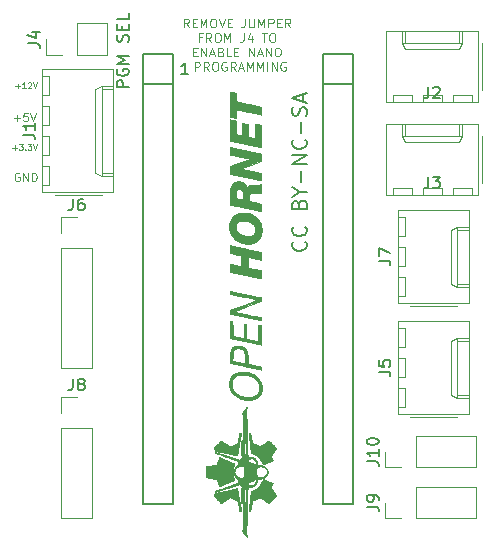
<source format=gbr>
G04 #@! TF.GenerationSoftware,KiCad,Pcbnew,(5.1.4-0-10_14)*
G04 #@! TF.CreationDate,2019-10-29T08:39:25+01:00*
G04 #@! TF.ProjectId,DDI_shield,4444495f-7368-4696-956c-642e6b696361,-*
G04 #@! TF.SameCoordinates,Original*
G04 #@! TF.FileFunction,Legend,Top*
G04 #@! TF.FilePolarity,Positive*
%FSLAX46Y46*%
G04 Gerber Fmt 4.6, Leading zero omitted, Abs format (unit mm)*
G04 Created by KiCad (PCBNEW (5.1.4-0-10_14)) date 2019-10-29 08:39:25*
%MOMM*%
%LPD*%
G04 APERTURE LIST*
%ADD10C,0.100000*%
%ADD11C,0.200000*%
%ADD12C,0.150000*%
%ADD13C,0.010000*%
%ADD14C,0.120000*%
G04 APERTURE END LIST*
D10*
X142073857Y-67716785D02*
X141823857Y-67359642D01*
X141645285Y-67716785D02*
X141645285Y-66966785D01*
X141931000Y-66966785D01*
X142002428Y-67002500D01*
X142038142Y-67038214D01*
X142073857Y-67109642D01*
X142073857Y-67216785D01*
X142038142Y-67288214D01*
X142002428Y-67323928D01*
X141931000Y-67359642D01*
X141645285Y-67359642D01*
X142395285Y-67323928D02*
X142645285Y-67323928D01*
X142752428Y-67716785D02*
X142395285Y-67716785D01*
X142395285Y-66966785D01*
X142752428Y-66966785D01*
X143073857Y-67716785D02*
X143073857Y-66966785D01*
X143323857Y-67502500D01*
X143573857Y-66966785D01*
X143573857Y-67716785D01*
X144073857Y-66966785D02*
X144216714Y-66966785D01*
X144288142Y-67002500D01*
X144359571Y-67073928D01*
X144395285Y-67216785D01*
X144395285Y-67466785D01*
X144359571Y-67609642D01*
X144288142Y-67681071D01*
X144216714Y-67716785D01*
X144073857Y-67716785D01*
X144002428Y-67681071D01*
X143931000Y-67609642D01*
X143895285Y-67466785D01*
X143895285Y-67216785D01*
X143931000Y-67073928D01*
X144002428Y-67002500D01*
X144073857Y-66966785D01*
X144609571Y-66966785D02*
X144859571Y-67716785D01*
X145109571Y-66966785D01*
X145359571Y-67323928D02*
X145609571Y-67323928D01*
X145716714Y-67716785D02*
X145359571Y-67716785D01*
X145359571Y-66966785D01*
X145716714Y-66966785D01*
X146823857Y-66966785D02*
X146823857Y-67502500D01*
X146788142Y-67609642D01*
X146716714Y-67681071D01*
X146609571Y-67716785D01*
X146538142Y-67716785D01*
X147181000Y-66966785D02*
X147181000Y-67573928D01*
X147216714Y-67645357D01*
X147252428Y-67681071D01*
X147323857Y-67716785D01*
X147466714Y-67716785D01*
X147538142Y-67681071D01*
X147573857Y-67645357D01*
X147609571Y-67573928D01*
X147609571Y-66966785D01*
X147966714Y-67716785D02*
X147966714Y-66966785D01*
X148216714Y-67502500D01*
X148466714Y-66966785D01*
X148466714Y-67716785D01*
X148823857Y-67716785D02*
X148823857Y-66966785D01*
X149109571Y-66966785D01*
X149181000Y-67002500D01*
X149216714Y-67038214D01*
X149252428Y-67109642D01*
X149252428Y-67216785D01*
X149216714Y-67288214D01*
X149181000Y-67323928D01*
X149109571Y-67359642D01*
X148823857Y-67359642D01*
X149573857Y-67323928D02*
X149823857Y-67323928D01*
X149931000Y-67716785D02*
X149573857Y-67716785D01*
X149573857Y-66966785D01*
X149931000Y-66966785D01*
X150681000Y-67716785D02*
X150431000Y-67359642D01*
X150252428Y-67716785D02*
X150252428Y-66966785D01*
X150538142Y-66966785D01*
X150609571Y-67002500D01*
X150645285Y-67038214D01*
X150681000Y-67109642D01*
X150681000Y-67216785D01*
X150645285Y-67288214D01*
X150609571Y-67323928D01*
X150538142Y-67359642D01*
X150252428Y-67359642D01*
X143163142Y-68548928D02*
X142913142Y-68548928D01*
X142913142Y-68941785D02*
X142913142Y-68191785D01*
X143270285Y-68191785D01*
X143984571Y-68941785D02*
X143734571Y-68584642D01*
X143556000Y-68941785D02*
X143556000Y-68191785D01*
X143841714Y-68191785D01*
X143913142Y-68227500D01*
X143948857Y-68263214D01*
X143984571Y-68334642D01*
X143984571Y-68441785D01*
X143948857Y-68513214D01*
X143913142Y-68548928D01*
X143841714Y-68584642D01*
X143556000Y-68584642D01*
X144448857Y-68191785D02*
X144591714Y-68191785D01*
X144663142Y-68227500D01*
X144734571Y-68298928D01*
X144770285Y-68441785D01*
X144770285Y-68691785D01*
X144734571Y-68834642D01*
X144663142Y-68906071D01*
X144591714Y-68941785D01*
X144448857Y-68941785D01*
X144377428Y-68906071D01*
X144306000Y-68834642D01*
X144270285Y-68691785D01*
X144270285Y-68441785D01*
X144306000Y-68298928D01*
X144377428Y-68227500D01*
X144448857Y-68191785D01*
X145091714Y-68941785D02*
X145091714Y-68191785D01*
X145341714Y-68727500D01*
X145591714Y-68191785D01*
X145591714Y-68941785D01*
X146734571Y-68191785D02*
X146734571Y-68727500D01*
X146698857Y-68834642D01*
X146627428Y-68906071D01*
X146520285Y-68941785D01*
X146448857Y-68941785D01*
X147413142Y-68441785D02*
X147413142Y-68941785D01*
X147234571Y-68156071D02*
X147056000Y-68691785D01*
X147520285Y-68691785D01*
X148270285Y-68191785D02*
X148698857Y-68191785D01*
X148484571Y-68941785D02*
X148484571Y-68191785D01*
X149091714Y-68191785D02*
X149234571Y-68191785D01*
X149306000Y-68227500D01*
X149377428Y-68298928D01*
X149413142Y-68441785D01*
X149413142Y-68691785D01*
X149377428Y-68834642D01*
X149306000Y-68906071D01*
X149234571Y-68941785D01*
X149091714Y-68941785D01*
X149020285Y-68906071D01*
X148948857Y-68834642D01*
X148913142Y-68691785D01*
X148913142Y-68441785D01*
X148948857Y-68298928D01*
X149020285Y-68227500D01*
X149091714Y-68191785D01*
X142466714Y-69773928D02*
X142716714Y-69773928D01*
X142823857Y-70166785D02*
X142466714Y-70166785D01*
X142466714Y-69416785D01*
X142823857Y-69416785D01*
X143145285Y-70166785D02*
X143145285Y-69416785D01*
X143573857Y-70166785D01*
X143573857Y-69416785D01*
X143895285Y-69952500D02*
X144252428Y-69952500D01*
X143823857Y-70166785D02*
X144073857Y-69416785D01*
X144323857Y-70166785D01*
X144823857Y-69773928D02*
X144931000Y-69809642D01*
X144966714Y-69845357D01*
X145002428Y-69916785D01*
X145002428Y-70023928D01*
X144966714Y-70095357D01*
X144931000Y-70131071D01*
X144859571Y-70166785D01*
X144573857Y-70166785D01*
X144573857Y-69416785D01*
X144823857Y-69416785D01*
X144895285Y-69452500D01*
X144931000Y-69488214D01*
X144966714Y-69559642D01*
X144966714Y-69631071D01*
X144931000Y-69702500D01*
X144895285Y-69738214D01*
X144823857Y-69773928D01*
X144573857Y-69773928D01*
X145681000Y-70166785D02*
X145323857Y-70166785D01*
X145323857Y-69416785D01*
X145931000Y-69773928D02*
X146181000Y-69773928D01*
X146288142Y-70166785D02*
X145931000Y-70166785D01*
X145931000Y-69416785D01*
X146288142Y-69416785D01*
X147181000Y-70166785D02*
X147181000Y-69416785D01*
X147609571Y-70166785D01*
X147609571Y-69416785D01*
X147931000Y-69952500D02*
X148288142Y-69952500D01*
X147859571Y-70166785D02*
X148109571Y-69416785D01*
X148359571Y-70166785D01*
X148609571Y-70166785D02*
X148609571Y-69416785D01*
X149038142Y-70166785D01*
X149038142Y-69416785D01*
X149538142Y-69416785D02*
X149681000Y-69416785D01*
X149752428Y-69452500D01*
X149823857Y-69523928D01*
X149859571Y-69666785D01*
X149859571Y-69916785D01*
X149823857Y-70059642D01*
X149752428Y-70131071D01*
X149681000Y-70166785D01*
X149538142Y-70166785D01*
X149466714Y-70131071D01*
X149395285Y-70059642D01*
X149359571Y-69916785D01*
X149359571Y-69666785D01*
X149395285Y-69523928D01*
X149466714Y-69452500D01*
X149538142Y-69416785D01*
X142591714Y-71391785D02*
X142591714Y-70641785D01*
X142877428Y-70641785D01*
X142948857Y-70677500D01*
X142984571Y-70713214D01*
X143020285Y-70784642D01*
X143020285Y-70891785D01*
X142984571Y-70963214D01*
X142948857Y-70998928D01*
X142877428Y-71034642D01*
X142591714Y-71034642D01*
X143770285Y-71391785D02*
X143520285Y-71034642D01*
X143341714Y-71391785D02*
X143341714Y-70641785D01*
X143627428Y-70641785D01*
X143698857Y-70677500D01*
X143734571Y-70713214D01*
X143770285Y-70784642D01*
X143770285Y-70891785D01*
X143734571Y-70963214D01*
X143698857Y-70998928D01*
X143627428Y-71034642D01*
X143341714Y-71034642D01*
X144234571Y-70641785D02*
X144377428Y-70641785D01*
X144448857Y-70677500D01*
X144520285Y-70748928D01*
X144556000Y-70891785D01*
X144556000Y-71141785D01*
X144520285Y-71284642D01*
X144448857Y-71356071D01*
X144377428Y-71391785D01*
X144234571Y-71391785D01*
X144163142Y-71356071D01*
X144091714Y-71284642D01*
X144056000Y-71141785D01*
X144056000Y-70891785D01*
X144091714Y-70748928D01*
X144163142Y-70677500D01*
X144234571Y-70641785D01*
X145270285Y-70677500D02*
X145198857Y-70641785D01*
X145091714Y-70641785D01*
X144984571Y-70677500D01*
X144913142Y-70748928D01*
X144877428Y-70820357D01*
X144841714Y-70963214D01*
X144841714Y-71070357D01*
X144877428Y-71213214D01*
X144913142Y-71284642D01*
X144984571Y-71356071D01*
X145091714Y-71391785D01*
X145163142Y-71391785D01*
X145270285Y-71356071D01*
X145306000Y-71320357D01*
X145306000Y-71070357D01*
X145163142Y-71070357D01*
X146056000Y-71391785D02*
X145806000Y-71034642D01*
X145627428Y-71391785D02*
X145627428Y-70641785D01*
X145913142Y-70641785D01*
X145984571Y-70677500D01*
X146020285Y-70713214D01*
X146056000Y-70784642D01*
X146056000Y-70891785D01*
X146020285Y-70963214D01*
X145984571Y-70998928D01*
X145913142Y-71034642D01*
X145627428Y-71034642D01*
X146341714Y-71177500D02*
X146698857Y-71177500D01*
X146270285Y-71391785D02*
X146520285Y-70641785D01*
X146770285Y-71391785D01*
X147020285Y-71391785D02*
X147020285Y-70641785D01*
X147270285Y-71177500D01*
X147520285Y-70641785D01*
X147520285Y-71391785D01*
X147877428Y-71391785D02*
X147877428Y-70641785D01*
X148127428Y-71177500D01*
X148377428Y-70641785D01*
X148377428Y-71391785D01*
X148734571Y-71391785D02*
X148734571Y-70641785D01*
X149091714Y-71391785D02*
X149091714Y-70641785D01*
X149520285Y-71391785D01*
X149520285Y-70641785D01*
X150270285Y-70677500D02*
X150198857Y-70641785D01*
X150091714Y-70641785D01*
X149984571Y-70677500D01*
X149913142Y-70748928D01*
X149877428Y-70820357D01*
X149841714Y-70963214D01*
X149841714Y-71070357D01*
X149877428Y-71213214D01*
X149913142Y-71284642D01*
X149984571Y-71356071D01*
X150091714Y-71391785D01*
X150163142Y-71391785D01*
X150270285Y-71356071D01*
X150306000Y-71320357D01*
X150306000Y-71070357D01*
X150163142Y-71070357D01*
D11*
X151946428Y-85843333D02*
X152005952Y-85902857D01*
X152065476Y-86081428D01*
X152065476Y-86200476D01*
X152005952Y-86379047D01*
X151886904Y-86498095D01*
X151767857Y-86557619D01*
X151529761Y-86617142D01*
X151351190Y-86617142D01*
X151113095Y-86557619D01*
X150994047Y-86498095D01*
X150875000Y-86379047D01*
X150815476Y-86200476D01*
X150815476Y-86081428D01*
X150875000Y-85902857D01*
X150934523Y-85843333D01*
X151946428Y-84593333D02*
X152005952Y-84652857D01*
X152065476Y-84831428D01*
X152065476Y-84950476D01*
X152005952Y-85129047D01*
X151886904Y-85248095D01*
X151767857Y-85307619D01*
X151529761Y-85367142D01*
X151351190Y-85367142D01*
X151113095Y-85307619D01*
X150994047Y-85248095D01*
X150875000Y-85129047D01*
X150815476Y-84950476D01*
X150815476Y-84831428D01*
X150875000Y-84652857D01*
X150934523Y-84593333D01*
X151410714Y-82688571D02*
X151470238Y-82510000D01*
X151529761Y-82450476D01*
X151648809Y-82390952D01*
X151827380Y-82390952D01*
X151946428Y-82450476D01*
X152005952Y-82510000D01*
X152065476Y-82629047D01*
X152065476Y-83105238D01*
X150815476Y-83105238D01*
X150815476Y-82688571D01*
X150875000Y-82569523D01*
X150934523Y-82510000D01*
X151053571Y-82450476D01*
X151172619Y-82450476D01*
X151291666Y-82510000D01*
X151351190Y-82569523D01*
X151410714Y-82688571D01*
X151410714Y-83105238D01*
X151470238Y-81617142D02*
X152065476Y-81617142D01*
X150815476Y-82033809D02*
X151470238Y-81617142D01*
X150815476Y-81200476D01*
X151589285Y-80783809D02*
X151589285Y-79831428D01*
X152065476Y-79236190D02*
X150815476Y-79236190D01*
X152065476Y-78521904D01*
X150815476Y-78521904D01*
X151946428Y-77212380D02*
X152005952Y-77271904D01*
X152065476Y-77450476D01*
X152065476Y-77569523D01*
X152005952Y-77748095D01*
X151886904Y-77867142D01*
X151767857Y-77926666D01*
X151529761Y-77986190D01*
X151351190Y-77986190D01*
X151113095Y-77926666D01*
X150994047Y-77867142D01*
X150875000Y-77748095D01*
X150815476Y-77569523D01*
X150815476Y-77450476D01*
X150875000Y-77271904D01*
X150934523Y-77212380D01*
X151589285Y-76676666D02*
X151589285Y-75724285D01*
X152005952Y-75188571D02*
X152065476Y-75010000D01*
X152065476Y-74712380D01*
X152005952Y-74593333D01*
X151946428Y-74533809D01*
X151827380Y-74474285D01*
X151708333Y-74474285D01*
X151589285Y-74533809D01*
X151529761Y-74593333D01*
X151470238Y-74712380D01*
X151410714Y-74950476D01*
X151351190Y-75069523D01*
X151291666Y-75129047D01*
X151172619Y-75188571D01*
X151053571Y-75188571D01*
X150934523Y-75129047D01*
X150875000Y-75069523D01*
X150815476Y-74950476D01*
X150815476Y-74652857D01*
X150875000Y-74474285D01*
X151708333Y-73998095D02*
X151708333Y-73402857D01*
X152065476Y-74117142D02*
X150815476Y-73700476D01*
X152065476Y-73283809D01*
D10*
X127736666Y-80041000D02*
X127670000Y-80007666D01*
X127570000Y-80007666D01*
X127470000Y-80041000D01*
X127403333Y-80107666D01*
X127370000Y-80174333D01*
X127336666Y-80307666D01*
X127336666Y-80407666D01*
X127370000Y-80541000D01*
X127403333Y-80607666D01*
X127470000Y-80674333D01*
X127570000Y-80707666D01*
X127636666Y-80707666D01*
X127736666Y-80674333D01*
X127770000Y-80641000D01*
X127770000Y-80407666D01*
X127636666Y-80407666D01*
X128070000Y-80707666D02*
X128070000Y-80007666D01*
X128470000Y-80707666D01*
X128470000Y-80007666D01*
X128803333Y-80707666D02*
X128803333Y-80007666D01*
X128970000Y-80007666D01*
X129070000Y-80041000D01*
X129136666Y-80107666D01*
X129170000Y-80174333D01*
X129203333Y-80307666D01*
X129203333Y-80407666D01*
X129170000Y-80541000D01*
X129136666Y-80607666D01*
X129070000Y-80674333D01*
X128970000Y-80707666D01*
X128803333Y-80707666D01*
X127143000Y-77886714D02*
X127523952Y-77886714D01*
X127333476Y-78077190D02*
X127333476Y-77696238D01*
X127714428Y-77577190D02*
X128023952Y-77577190D01*
X127857285Y-77767666D01*
X127928714Y-77767666D01*
X127976333Y-77791476D01*
X128000142Y-77815285D01*
X128023952Y-77862904D01*
X128023952Y-77981952D01*
X128000142Y-78029571D01*
X127976333Y-78053380D01*
X127928714Y-78077190D01*
X127785857Y-78077190D01*
X127738238Y-78053380D01*
X127714428Y-78029571D01*
X128238238Y-78029571D02*
X128262047Y-78053380D01*
X128238238Y-78077190D01*
X128214428Y-78053380D01*
X128238238Y-78029571D01*
X128238238Y-78077190D01*
X128428714Y-77577190D02*
X128738238Y-77577190D01*
X128571571Y-77767666D01*
X128643000Y-77767666D01*
X128690619Y-77791476D01*
X128714428Y-77815285D01*
X128738238Y-77862904D01*
X128738238Y-77981952D01*
X128714428Y-78029571D01*
X128690619Y-78053380D01*
X128643000Y-78077190D01*
X128500142Y-78077190D01*
X128452523Y-78053380D01*
X128428714Y-78029571D01*
X128881095Y-77577190D02*
X129047761Y-78077190D01*
X129214428Y-77577190D01*
X127243000Y-75361000D02*
X127776333Y-75361000D01*
X127509666Y-75627666D02*
X127509666Y-75094333D01*
X128443000Y-74927666D02*
X128109666Y-74927666D01*
X128076333Y-75261000D01*
X128109666Y-75227666D01*
X128176333Y-75194333D01*
X128343000Y-75194333D01*
X128409666Y-75227666D01*
X128443000Y-75261000D01*
X128476333Y-75327666D01*
X128476333Y-75494333D01*
X128443000Y-75561000D01*
X128409666Y-75594333D01*
X128343000Y-75627666D01*
X128176333Y-75627666D01*
X128109666Y-75594333D01*
X128076333Y-75561000D01*
X128676333Y-74927666D02*
X128909666Y-75627666D01*
X129143000Y-74927666D01*
X127389047Y-72679714D02*
X127770000Y-72679714D01*
X127579523Y-72870190D02*
X127579523Y-72489238D01*
X128270000Y-72870190D02*
X127984285Y-72870190D01*
X128127142Y-72870190D02*
X128127142Y-72370190D01*
X128079523Y-72441619D01*
X128031904Y-72489238D01*
X127984285Y-72513047D01*
X128460476Y-72417809D02*
X128484285Y-72394000D01*
X128531904Y-72370190D01*
X128650952Y-72370190D01*
X128698571Y-72394000D01*
X128722380Y-72417809D01*
X128746190Y-72465428D01*
X128746190Y-72513047D01*
X128722380Y-72584476D01*
X128436666Y-72870190D01*
X128746190Y-72870190D01*
X128889047Y-72370190D02*
X129055714Y-72870190D01*
X129222380Y-72370190D01*
D12*
X142017714Y-71699380D02*
X141446285Y-71699380D01*
X141732000Y-71699380D02*
X141732000Y-70699380D01*
X141636761Y-70842238D01*
X141541523Y-70937476D01*
X141446285Y-70985095D01*
D13*
G36*
X143528200Y-105363369D02*
G01*
X143528200Y-105342688D01*
X143528208Y-105272855D01*
X143528239Y-105210993D01*
X143528300Y-105156606D01*
X143528399Y-105109199D01*
X143528545Y-105068276D01*
X143528745Y-105033342D01*
X143529007Y-105003900D01*
X143529340Y-104979455D01*
X143529750Y-104959511D01*
X143530247Y-104943573D01*
X143530838Y-104931145D01*
X143531531Y-104921732D01*
X143532334Y-104914837D01*
X143533255Y-104909965D01*
X143534302Y-104906620D01*
X143535249Y-104904689D01*
X143543377Y-104894710D01*
X143552247Y-104888222D01*
X143557723Y-104886830D01*
X143570952Y-104884010D01*
X143591365Y-104879871D01*
X143618389Y-104874524D01*
X143651454Y-104868079D01*
X143689987Y-104860646D01*
X143733417Y-104852334D01*
X143781174Y-104843253D01*
X143832685Y-104833514D01*
X143887379Y-104823226D01*
X143944684Y-104812499D01*
X143983738Y-104805218D01*
X144042492Y-104794244D01*
X144099035Y-104783613D01*
X144152792Y-104773434D01*
X144203190Y-104763822D01*
X144249656Y-104754887D01*
X144291614Y-104746741D01*
X144328491Y-104739496D01*
X144359714Y-104733264D01*
X144384708Y-104728156D01*
X144402901Y-104724285D01*
X144413717Y-104721762D01*
X144416531Y-104720893D01*
X144427974Y-104713192D01*
X144436867Y-104705110D01*
X144439525Y-104700099D01*
X144445066Y-104687996D01*
X144453179Y-104669550D01*
X144463553Y-104645513D01*
X144475877Y-104616633D01*
X144489840Y-104583659D01*
X144505132Y-104547342D01*
X144521441Y-104508430D01*
X144538456Y-104467674D01*
X144555867Y-104425823D01*
X144573362Y-104383627D01*
X144590630Y-104341835D01*
X144607362Y-104301196D01*
X144623244Y-104262461D01*
X144637968Y-104226379D01*
X144651221Y-104193699D01*
X144662693Y-104165172D01*
X144672073Y-104141546D01*
X144679050Y-104123571D01*
X144683313Y-104111997D01*
X144684510Y-104108134D01*
X144685948Y-104107729D01*
X144690046Y-104108608D01*
X144697115Y-104110905D01*
X144707469Y-104114757D01*
X144721418Y-104120300D01*
X144739276Y-104127668D01*
X144761355Y-104136999D01*
X144787968Y-104148428D01*
X144819425Y-104162089D01*
X144856041Y-104178121D01*
X144898127Y-104196657D01*
X144945995Y-104217834D01*
X144999958Y-104241787D01*
X145060328Y-104268653D01*
X145127418Y-104298567D01*
X145201539Y-104331664D01*
X145283005Y-104368081D01*
X145299849Y-104375616D01*
X145368203Y-104406196D01*
X145434495Y-104435867D01*
X145498311Y-104464441D01*
X145559234Y-104491733D01*
X145616847Y-104517554D01*
X145670736Y-104541719D01*
X145720484Y-104564040D01*
X145765675Y-104584331D01*
X145805892Y-104602405D01*
X145840721Y-104618075D01*
X145869745Y-104631155D01*
X145892547Y-104641457D01*
X145908713Y-104648796D01*
X145917825Y-104652983D01*
X145919755Y-104653918D01*
X145921791Y-104656548D01*
X145922206Y-104661824D01*
X145920775Y-104670943D01*
X145917272Y-104685101D01*
X145911472Y-104705495D01*
X145907536Y-104718753D01*
X145890097Y-104779596D01*
X145872808Y-104844792D01*
X145856163Y-104912218D01*
X145840653Y-104979751D01*
X145826770Y-105045266D01*
X145815004Y-105106641D01*
X145807616Y-105150266D01*
X145804511Y-105175675D01*
X145801971Y-105207841D01*
X145800018Y-105245073D01*
X145798671Y-105285680D01*
X145797951Y-105327971D01*
X145797879Y-105370253D01*
X145798476Y-105410837D01*
X145799762Y-105448029D01*
X145801758Y-105480140D01*
X145803379Y-105496909D01*
X145809963Y-105545418D01*
X145819129Y-105600219D01*
X145830518Y-105659665D01*
X145843768Y-105722109D01*
X145858518Y-105785905D01*
X145874407Y-105849405D01*
X145891074Y-105910964D01*
X145903519Y-105953709D01*
X145910347Y-105976595D01*
X145916215Y-105996629D01*
X145920723Y-106012418D01*
X145923475Y-106022572D01*
X145924144Y-106025676D01*
X145920318Y-106027674D01*
X145909141Y-106032870D01*
X145891026Y-106041081D01*
X145866386Y-106052125D01*
X145835633Y-106065820D01*
X145799181Y-106081984D01*
X145757441Y-106100436D01*
X145710826Y-106120992D01*
X145659749Y-106143472D01*
X145604622Y-106167692D01*
X145545858Y-106193472D01*
X145483870Y-106220629D01*
X145419071Y-106248980D01*
X145351872Y-106278345D01*
X145307992Y-106297500D01*
X145239407Y-106327422D01*
X145172901Y-106356423D01*
X145108892Y-106384323D01*
X145047796Y-106410940D01*
X144990030Y-106436093D01*
X144936010Y-106459601D01*
X144886155Y-106481283D01*
X144840879Y-106500958D01*
X144800600Y-106518444D01*
X144765735Y-106533561D01*
X144736701Y-106546127D01*
X144713913Y-106555962D01*
X144697789Y-106562884D01*
X144688746Y-106566712D01*
X144686873Y-106567453D01*
X144684322Y-106563807D01*
X144678798Y-106552662D01*
X144670459Y-106534386D01*
X144659463Y-106509346D01*
X144645967Y-106477912D01*
X144630129Y-106440449D01*
X144612107Y-106397328D01*
X144592057Y-106348914D01*
X144570139Y-106295576D01*
X144565387Y-106283965D01*
X144546172Y-106237089D01*
X144527712Y-106192270D01*
X144510281Y-106150162D01*
X144494155Y-106111420D01*
X144479609Y-106076697D01*
X144466917Y-106046647D01*
X144456355Y-106021924D01*
X144448196Y-106003183D01*
X144442716Y-105991076D01*
X144440373Y-105986495D01*
X144430466Y-105975657D01*
X144418028Y-105966664D01*
X144417068Y-105966158D01*
X144410543Y-105964185D01*
X144396080Y-105960795D01*
X144374076Y-105956065D01*
X144344927Y-105950072D01*
X144309029Y-105942894D01*
X144266779Y-105934609D01*
X144218573Y-105925295D01*
X144164806Y-105915030D01*
X144105876Y-105903890D01*
X144042178Y-105891954D01*
X143979623Y-105880322D01*
X143920864Y-105869406D01*
X143864373Y-105858860D01*
X143810718Y-105848791D01*
X143760466Y-105839309D01*
X143714183Y-105830522D01*
X143672436Y-105822539D01*
X143635794Y-105815469D01*
X143604823Y-105809421D01*
X143580090Y-105804502D01*
X143562162Y-105800823D01*
X143551606Y-105798492D01*
X143548925Y-105797730D01*
X143545613Y-105796001D01*
X143542674Y-105794239D01*
X143540085Y-105791957D01*
X143537825Y-105788666D01*
X143535871Y-105783879D01*
X143534200Y-105777107D01*
X143532791Y-105767863D01*
X143531621Y-105755657D01*
X143530669Y-105740003D01*
X143529911Y-105720411D01*
X143529327Y-105696394D01*
X143528892Y-105667464D01*
X143528586Y-105633133D01*
X143528385Y-105592911D01*
X143528269Y-105546313D01*
X143528214Y-105492848D01*
X143528199Y-105432030D01*
X143528200Y-105363369D01*
X143528200Y-105363369D01*
G37*
X143528200Y-105363369D02*
X143528200Y-105342688D01*
X143528208Y-105272855D01*
X143528239Y-105210993D01*
X143528300Y-105156606D01*
X143528399Y-105109199D01*
X143528545Y-105068276D01*
X143528745Y-105033342D01*
X143529007Y-105003900D01*
X143529340Y-104979455D01*
X143529750Y-104959511D01*
X143530247Y-104943573D01*
X143530838Y-104931145D01*
X143531531Y-104921732D01*
X143532334Y-104914837D01*
X143533255Y-104909965D01*
X143534302Y-104906620D01*
X143535249Y-104904689D01*
X143543377Y-104894710D01*
X143552247Y-104888222D01*
X143557723Y-104886830D01*
X143570952Y-104884010D01*
X143591365Y-104879871D01*
X143618389Y-104874524D01*
X143651454Y-104868079D01*
X143689987Y-104860646D01*
X143733417Y-104852334D01*
X143781174Y-104843253D01*
X143832685Y-104833514D01*
X143887379Y-104823226D01*
X143944684Y-104812499D01*
X143983738Y-104805218D01*
X144042492Y-104794244D01*
X144099035Y-104783613D01*
X144152792Y-104773434D01*
X144203190Y-104763822D01*
X144249656Y-104754887D01*
X144291614Y-104746741D01*
X144328491Y-104739496D01*
X144359714Y-104733264D01*
X144384708Y-104728156D01*
X144402901Y-104724285D01*
X144413717Y-104721762D01*
X144416531Y-104720893D01*
X144427974Y-104713192D01*
X144436867Y-104705110D01*
X144439525Y-104700099D01*
X144445066Y-104687996D01*
X144453179Y-104669550D01*
X144463553Y-104645513D01*
X144475877Y-104616633D01*
X144489840Y-104583659D01*
X144505132Y-104547342D01*
X144521441Y-104508430D01*
X144538456Y-104467674D01*
X144555867Y-104425823D01*
X144573362Y-104383627D01*
X144590630Y-104341835D01*
X144607362Y-104301196D01*
X144623244Y-104262461D01*
X144637968Y-104226379D01*
X144651221Y-104193699D01*
X144662693Y-104165172D01*
X144672073Y-104141546D01*
X144679050Y-104123571D01*
X144683313Y-104111997D01*
X144684510Y-104108134D01*
X144685948Y-104107729D01*
X144690046Y-104108608D01*
X144697115Y-104110905D01*
X144707469Y-104114757D01*
X144721418Y-104120300D01*
X144739276Y-104127668D01*
X144761355Y-104136999D01*
X144787968Y-104148428D01*
X144819425Y-104162089D01*
X144856041Y-104178121D01*
X144898127Y-104196657D01*
X144945995Y-104217834D01*
X144999958Y-104241787D01*
X145060328Y-104268653D01*
X145127418Y-104298567D01*
X145201539Y-104331664D01*
X145283005Y-104368081D01*
X145299849Y-104375616D01*
X145368203Y-104406196D01*
X145434495Y-104435867D01*
X145498311Y-104464441D01*
X145559234Y-104491733D01*
X145616847Y-104517554D01*
X145670736Y-104541719D01*
X145720484Y-104564040D01*
X145765675Y-104584331D01*
X145805892Y-104602405D01*
X145840721Y-104618075D01*
X145869745Y-104631155D01*
X145892547Y-104641457D01*
X145908713Y-104648796D01*
X145917825Y-104652983D01*
X145919755Y-104653918D01*
X145921791Y-104656548D01*
X145922206Y-104661824D01*
X145920775Y-104670943D01*
X145917272Y-104685101D01*
X145911472Y-104705495D01*
X145907536Y-104718753D01*
X145890097Y-104779596D01*
X145872808Y-104844792D01*
X145856163Y-104912218D01*
X145840653Y-104979751D01*
X145826770Y-105045266D01*
X145815004Y-105106641D01*
X145807616Y-105150266D01*
X145804511Y-105175675D01*
X145801971Y-105207841D01*
X145800018Y-105245073D01*
X145798671Y-105285680D01*
X145797951Y-105327971D01*
X145797879Y-105370253D01*
X145798476Y-105410837D01*
X145799762Y-105448029D01*
X145801758Y-105480140D01*
X145803379Y-105496909D01*
X145809963Y-105545418D01*
X145819129Y-105600219D01*
X145830518Y-105659665D01*
X145843768Y-105722109D01*
X145858518Y-105785905D01*
X145874407Y-105849405D01*
X145891074Y-105910964D01*
X145903519Y-105953709D01*
X145910347Y-105976595D01*
X145916215Y-105996629D01*
X145920723Y-106012418D01*
X145923475Y-106022572D01*
X145924144Y-106025676D01*
X145920318Y-106027674D01*
X145909141Y-106032870D01*
X145891026Y-106041081D01*
X145866386Y-106052125D01*
X145835633Y-106065820D01*
X145799181Y-106081984D01*
X145757441Y-106100436D01*
X145710826Y-106120992D01*
X145659749Y-106143472D01*
X145604622Y-106167692D01*
X145545858Y-106193472D01*
X145483870Y-106220629D01*
X145419071Y-106248980D01*
X145351872Y-106278345D01*
X145307992Y-106297500D01*
X145239407Y-106327422D01*
X145172901Y-106356423D01*
X145108892Y-106384323D01*
X145047796Y-106410940D01*
X144990030Y-106436093D01*
X144936010Y-106459601D01*
X144886155Y-106481283D01*
X144840879Y-106500958D01*
X144800600Y-106518444D01*
X144765735Y-106533561D01*
X144736701Y-106546127D01*
X144713913Y-106555962D01*
X144697789Y-106562884D01*
X144688746Y-106566712D01*
X144686873Y-106567453D01*
X144684322Y-106563807D01*
X144678798Y-106552662D01*
X144670459Y-106534386D01*
X144659463Y-106509346D01*
X144645967Y-106477912D01*
X144630129Y-106440449D01*
X144612107Y-106397328D01*
X144592057Y-106348914D01*
X144570139Y-106295576D01*
X144565387Y-106283965D01*
X144546172Y-106237089D01*
X144527712Y-106192270D01*
X144510281Y-106150162D01*
X144494155Y-106111420D01*
X144479609Y-106076697D01*
X144466917Y-106046647D01*
X144456355Y-106021924D01*
X144448196Y-106003183D01*
X144442716Y-105991076D01*
X144440373Y-105986495D01*
X144430466Y-105975657D01*
X144418028Y-105966664D01*
X144417068Y-105966158D01*
X144410543Y-105964185D01*
X144396080Y-105960795D01*
X144374076Y-105956065D01*
X144344927Y-105950072D01*
X144309029Y-105942894D01*
X144266779Y-105934609D01*
X144218573Y-105925295D01*
X144164806Y-105915030D01*
X144105876Y-105903890D01*
X144042178Y-105891954D01*
X143979623Y-105880322D01*
X143920864Y-105869406D01*
X143864373Y-105858860D01*
X143810718Y-105848791D01*
X143760466Y-105839309D01*
X143714183Y-105830522D01*
X143672436Y-105822539D01*
X143635794Y-105815469D01*
X143604823Y-105809421D01*
X143580090Y-105804502D01*
X143562162Y-105800823D01*
X143551606Y-105798492D01*
X143548925Y-105797730D01*
X143545613Y-105796001D01*
X143542674Y-105794239D01*
X143540085Y-105791957D01*
X143537825Y-105788666D01*
X143535871Y-105783879D01*
X143534200Y-105777107D01*
X143532791Y-105767863D01*
X143531621Y-105755657D01*
X143530669Y-105740003D01*
X143529911Y-105720411D01*
X143529327Y-105696394D01*
X143528892Y-105667464D01*
X143528586Y-105633133D01*
X143528385Y-105592911D01*
X143528269Y-105546313D01*
X143528214Y-105492848D01*
X143528199Y-105432030D01*
X143528200Y-105363369D01*
G36*
X144190636Y-103322013D02*
G01*
X144193947Y-103317536D01*
X144202783Y-103307598D01*
X144216654Y-103292695D01*
X144235067Y-103273321D01*
X144257530Y-103249971D01*
X144283551Y-103223140D01*
X144312639Y-103193323D01*
X144344302Y-103161016D01*
X144378047Y-103126712D01*
X144413382Y-103090908D01*
X144449816Y-103054097D01*
X144486857Y-103016775D01*
X144524013Y-102979437D01*
X144560791Y-102942577D01*
X144596701Y-102906691D01*
X144631249Y-102872274D01*
X144663945Y-102839820D01*
X144694295Y-102809825D01*
X144721809Y-102782783D01*
X144745994Y-102759189D01*
X144766359Y-102739539D01*
X144782410Y-102724326D01*
X144793657Y-102714047D01*
X144799608Y-102709196D01*
X144799913Y-102709018D01*
X144815912Y-102704479D01*
X144826036Y-102704748D01*
X144832217Y-102707627D01*
X144845260Y-102715353D01*
X144865111Y-102727888D01*
X144891715Y-102745198D01*
X144925017Y-102767245D01*
X144964963Y-102793993D01*
X145011497Y-102825406D01*
X145064566Y-102861447D01*
X145124115Y-102902080D01*
X145189691Y-102946997D01*
X145247103Y-102986317D01*
X145300598Y-103022819D01*
X145349866Y-103056294D01*
X145394596Y-103086537D01*
X145434479Y-103113339D01*
X145469203Y-103136494D01*
X145498459Y-103155794D01*
X145521936Y-103171033D01*
X145539324Y-103182003D01*
X145550312Y-103188496D01*
X145554195Y-103190311D01*
X145567028Y-103192018D01*
X145577930Y-103191605D01*
X145578293Y-103191529D01*
X145584586Y-103189330D01*
X145597838Y-103184087D01*
X145617313Y-103176114D01*
X145642274Y-103165730D01*
X145671986Y-103153250D01*
X145705714Y-103138991D01*
X145742721Y-103123270D01*
X145782271Y-103106404D01*
X145823630Y-103088709D01*
X145866061Y-103070501D01*
X145908828Y-103052098D01*
X145951196Y-103033816D01*
X145992429Y-103015972D01*
X146031791Y-102998882D01*
X146068546Y-102982862D01*
X146101958Y-102968231D01*
X146131293Y-102955303D01*
X146155813Y-102944396D01*
X146174784Y-102935827D01*
X146187469Y-102929912D01*
X146193133Y-102926967D01*
X146193221Y-102926901D01*
X146203055Y-102916929D01*
X146209709Y-102907194D01*
X146211296Y-102901502D01*
X146214303Y-102888064D01*
X146218615Y-102867460D01*
X146224119Y-102840271D01*
X146230703Y-102807078D01*
X146238253Y-102768461D01*
X146246656Y-102725001D01*
X146255799Y-102677278D01*
X146265568Y-102625873D01*
X146275851Y-102571367D01*
X146286535Y-102514340D01*
X146292342Y-102483176D01*
X146304942Y-102415458D01*
X146316100Y-102355566D01*
X146325921Y-102303003D01*
X146334509Y-102257271D01*
X146341969Y-102217873D01*
X146348406Y-102184311D01*
X146353924Y-102156086D01*
X146358628Y-102132703D01*
X146362622Y-102113662D01*
X146366011Y-102098466D01*
X146368899Y-102086618D01*
X146371390Y-102077619D01*
X146373591Y-102070973D01*
X146375604Y-102066181D01*
X146377535Y-102062746D01*
X146379488Y-102060169D01*
X146381568Y-102057955D01*
X146381705Y-102057816D01*
X146394307Y-102045116D01*
X146542333Y-102042454D01*
X146541901Y-102052252D01*
X146540835Y-102058037D01*
X146537914Y-102071295D01*
X146533315Y-102091279D01*
X146527217Y-102117242D01*
X146519797Y-102148438D01*
X146511232Y-102184119D01*
X146501700Y-102223540D01*
X146491378Y-102265954D01*
X146480670Y-102309700D01*
X146457742Y-102403619D01*
X146436992Y-102489738D01*
X146418339Y-102568414D01*
X146401702Y-102640007D01*
X146386997Y-102704874D01*
X146374143Y-102763374D01*
X146363058Y-102815866D01*
X146353661Y-102862708D01*
X146350119Y-102881200D01*
X146347427Y-102895951D01*
X146343455Y-102918403D01*
X146338312Y-102947905D01*
X146332109Y-102983807D01*
X146324959Y-103025457D01*
X146316971Y-103072206D01*
X146308257Y-103123402D01*
X146298927Y-103178395D01*
X146289092Y-103236535D01*
X146278864Y-103297170D01*
X146268354Y-103359650D01*
X146257671Y-103423324D01*
X146256651Y-103429417D01*
X146246141Y-103491938D01*
X146235889Y-103552494D01*
X146225993Y-103610517D01*
X146216555Y-103665438D01*
X146207673Y-103716691D01*
X146199449Y-103763706D01*
X146191982Y-103805916D01*
X146185372Y-103842753D01*
X146179719Y-103873649D01*
X146175123Y-103898035D01*
X146171685Y-103915343D01*
X146169503Y-103925006D01*
X146169171Y-103926146D01*
X146164166Y-103940466D01*
X146160243Y-103948197D01*
X146156239Y-103950912D01*
X146151339Y-103950291D01*
X146144589Y-103948373D01*
X146136023Y-103946099D01*
X146125320Y-103943400D01*
X146112156Y-103940204D01*
X146096209Y-103936440D01*
X146077157Y-103932037D01*
X146054675Y-103926925D01*
X146028443Y-103921032D01*
X145998136Y-103914288D01*
X145963432Y-103906622D01*
X145924010Y-103897963D01*
X145879545Y-103888240D01*
X145829715Y-103877382D01*
X145774197Y-103865318D01*
X145712669Y-103851977D01*
X145644809Y-103837289D01*
X145570292Y-103821183D01*
X145488797Y-103803588D01*
X145400001Y-103784432D01*
X145303581Y-103763646D01*
X145199214Y-103741157D01*
X145196102Y-103740487D01*
X144326121Y-103553067D01*
X144258419Y-103454656D01*
X144240730Y-103428615D01*
X144224670Y-103404338D01*
X144210872Y-103382837D01*
X144199971Y-103365121D01*
X144192602Y-103352198D01*
X144189398Y-103345081D01*
X144189327Y-103344694D01*
X144189276Y-103331278D01*
X144190636Y-103322013D01*
X144190636Y-103322013D01*
G37*
X144190636Y-103322013D02*
X144193947Y-103317536D01*
X144202783Y-103307598D01*
X144216654Y-103292695D01*
X144235067Y-103273321D01*
X144257530Y-103249971D01*
X144283551Y-103223140D01*
X144312639Y-103193323D01*
X144344302Y-103161016D01*
X144378047Y-103126712D01*
X144413382Y-103090908D01*
X144449816Y-103054097D01*
X144486857Y-103016775D01*
X144524013Y-102979437D01*
X144560791Y-102942577D01*
X144596701Y-102906691D01*
X144631249Y-102872274D01*
X144663945Y-102839820D01*
X144694295Y-102809825D01*
X144721809Y-102782783D01*
X144745994Y-102759189D01*
X144766359Y-102739539D01*
X144782410Y-102724326D01*
X144793657Y-102714047D01*
X144799608Y-102709196D01*
X144799913Y-102709018D01*
X144815912Y-102704479D01*
X144826036Y-102704748D01*
X144832217Y-102707627D01*
X144845260Y-102715353D01*
X144865111Y-102727888D01*
X144891715Y-102745198D01*
X144925017Y-102767245D01*
X144964963Y-102793993D01*
X145011497Y-102825406D01*
X145064566Y-102861447D01*
X145124115Y-102902080D01*
X145189691Y-102946997D01*
X145247103Y-102986317D01*
X145300598Y-103022819D01*
X145349866Y-103056294D01*
X145394596Y-103086537D01*
X145434479Y-103113339D01*
X145469203Y-103136494D01*
X145498459Y-103155794D01*
X145521936Y-103171033D01*
X145539324Y-103182003D01*
X145550312Y-103188496D01*
X145554195Y-103190311D01*
X145567028Y-103192018D01*
X145577930Y-103191605D01*
X145578293Y-103191529D01*
X145584586Y-103189330D01*
X145597838Y-103184087D01*
X145617313Y-103176114D01*
X145642274Y-103165730D01*
X145671986Y-103153250D01*
X145705714Y-103138991D01*
X145742721Y-103123270D01*
X145782271Y-103106404D01*
X145823630Y-103088709D01*
X145866061Y-103070501D01*
X145908828Y-103052098D01*
X145951196Y-103033816D01*
X145992429Y-103015972D01*
X146031791Y-102998882D01*
X146068546Y-102982862D01*
X146101958Y-102968231D01*
X146131293Y-102955303D01*
X146155813Y-102944396D01*
X146174784Y-102935827D01*
X146187469Y-102929912D01*
X146193133Y-102926967D01*
X146193221Y-102926901D01*
X146203055Y-102916929D01*
X146209709Y-102907194D01*
X146211296Y-102901502D01*
X146214303Y-102888064D01*
X146218615Y-102867460D01*
X146224119Y-102840271D01*
X146230703Y-102807078D01*
X146238253Y-102768461D01*
X146246656Y-102725001D01*
X146255799Y-102677278D01*
X146265568Y-102625873D01*
X146275851Y-102571367D01*
X146286535Y-102514340D01*
X146292342Y-102483176D01*
X146304942Y-102415458D01*
X146316100Y-102355566D01*
X146325921Y-102303003D01*
X146334509Y-102257271D01*
X146341969Y-102217873D01*
X146348406Y-102184311D01*
X146353924Y-102156086D01*
X146358628Y-102132703D01*
X146362622Y-102113662D01*
X146366011Y-102098466D01*
X146368899Y-102086618D01*
X146371390Y-102077619D01*
X146373591Y-102070973D01*
X146375604Y-102066181D01*
X146377535Y-102062746D01*
X146379488Y-102060169D01*
X146381568Y-102057955D01*
X146381705Y-102057816D01*
X146394307Y-102045116D01*
X146542333Y-102042454D01*
X146541901Y-102052252D01*
X146540835Y-102058037D01*
X146537914Y-102071295D01*
X146533315Y-102091279D01*
X146527217Y-102117242D01*
X146519797Y-102148438D01*
X146511232Y-102184119D01*
X146501700Y-102223540D01*
X146491378Y-102265954D01*
X146480670Y-102309700D01*
X146457742Y-102403619D01*
X146436992Y-102489738D01*
X146418339Y-102568414D01*
X146401702Y-102640007D01*
X146386997Y-102704874D01*
X146374143Y-102763374D01*
X146363058Y-102815866D01*
X146353661Y-102862708D01*
X146350119Y-102881200D01*
X146347427Y-102895951D01*
X146343455Y-102918403D01*
X146338312Y-102947905D01*
X146332109Y-102983807D01*
X146324959Y-103025457D01*
X146316971Y-103072206D01*
X146308257Y-103123402D01*
X146298927Y-103178395D01*
X146289092Y-103236535D01*
X146278864Y-103297170D01*
X146268354Y-103359650D01*
X146257671Y-103423324D01*
X146256651Y-103429417D01*
X146246141Y-103491938D01*
X146235889Y-103552494D01*
X146225993Y-103610517D01*
X146216555Y-103665438D01*
X146207673Y-103716691D01*
X146199449Y-103763706D01*
X146191982Y-103805916D01*
X146185372Y-103842753D01*
X146179719Y-103873649D01*
X146175123Y-103898035D01*
X146171685Y-103915343D01*
X146169503Y-103925006D01*
X146169171Y-103926146D01*
X146164166Y-103940466D01*
X146160243Y-103948197D01*
X146156239Y-103950912D01*
X146151339Y-103950291D01*
X146144589Y-103948373D01*
X146136023Y-103946099D01*
X146125320Y-103943400D01*
X146112156Y-103940204D01*
X146096209Y-103936440D01*
X146077157Y-103932037D01*
X146054675Y-103926925D01*
X146028443Y-103921032D01*
X145998136Y-103914288D01*
X145963432Y-103906622D01*
X145924010Y-103897963D01*
X145879545Y-103888240D01*
X145829715Y-103877382D01*
X145774197Y-103865318D01*
X145712669Y-103851977D01*
X145644809Y-103837289D01*
X145570292Y-103821183D01*
X145488797Y-103803588D01*
X145400001Y-103784432D01*
X145303581Y-103763646D01*
X145199214Y-103741157D01*
X145196102Y-103740487D01*
X144326121Y-103553067D01*
X144258419Y-103454656D01*
X144240730Y-103428615D01*
X144224670Y-103404338D01*
X144210872Y-103382837D01*
X144199971Y-103365121D01*
X144192602Y-103352198D01*
X144189398Y-103345081D01*
X144189327Y-103344694D01*
X144189276Y-103331278D01*
X144190636Y-103322013D01*
G36*
X144188743Y-107351531D02*
G01*
X144189092Y-107345523D01*
X144190396Y-107339322D01*
X144193177Y-107332026D01*
X144197962Y-107322733D01*
X144205273Y-107310541D01*
X144215636Y-107294547D01*
X144229575Y-107273849D01*
X144247614Y-107247545D01*
X144257535Y-107233168D01*
X144326183Y-107133785D01*
X145212890Y-106942577D01*
X145298291Y-106924152D01*
X145381669Y-106906146D01*
X145462634Y-106888644D01*
X145540793Y-106871731D01*
X145615754Y-106855493D01*
X145687125Y-106840015D01*
X145754513Y-106825383D01*
X145817528Y-106811681D01*
X145875777Y-106798995D01*
X145928867Y-106787411D01*
X145976408Y-106777014D01*
X146018006Y-106767889D01*
X146053271Y-106760122D01*
X146081809Y-106753798D01*
X146103229Y-106749002D01*
X146117139Y-106745820D01*
X146123056Y-106744365D01*
X146137195Y-106740109D01*
X146148751Y-106736568D01*
X146153553Y-106735051D01*
X146157840Y-106735435D01*
X146161855Y-106740578D01*
X146166418Y-106751837D01*
X146169640Y-106761712D01*
X146171520Y-106769656D01*
X146174683Y-106785390D01*
X146179028Y-106808349D01*
X146184457Y-106837969D01*
X146190871Y-106873685D01*
X146198170Y-106914935D01*
X146206256Y-106961154D01*
X146215031Y-107011777D01*
X146224393Y-107066242D01*
X146234246Y-107123982D01*
X146244489Y-107184436D01*
X146255025Y-107247038D01*
X146259066Y-107271167D01*
X146273222Y-107355770D01*
X146286116Y-107432704D01*
X146297885Y-107502650D01*
X146308665Y-107566290D01*
X146318591Y-107624305D01*
X146327799Y-107677376D01*
X146336426Y-107726184D01*
X146344607Y-107771412D01*
X146352478Y-107813740D01*
X146360175Y-107853849D01*
X146367834Y-107892422D01*
X146375591Y-107930139D01*
X146383582Y-107967682D01*
X146391943Y-108005731D01*
X146400810Y-108044970D01*
X146410318Y-108086078D01*
X146420604Y-108129737D01*
X146431804Y-108176629D01*
X146444053Y-108227435D01*
X146457488Y-108282836D01*
X146472244Y-108343514D01*
X146476481Y-108360925D01*
X146487785Y-108407459D01*
X146498475Y-108451630D01*
X146508386Y-108492742D01*
X146517351Y-108530096D01*
X146525204Y-108562995D01*
X146531779Y-108590741D01*
X146536909Y-108612638D01*
X146540429Y-108627987D01*
X146542171Y-108636090D01*
X146542333Y-108637150D01*
X146540636Y-108639309D01*
X146534874Y-108640868D01*
X146524036Y-108641906D01*
X146507112Y-108642507D01*
X146483093Y-108642750D01*
X146472682Y-108642766D01*
X146443112Y-108642550D01*
X146420746Y-108641729D01*
X146404326Y-108640053D01*
X146392597Y-108637265D01*
X146384302Y-108633114D01*
X146378185Y-108627345D01*
X146375075Y-108623059D01*
X146373280Y-108617351D01*
X146370068Y-108603741D01*
X146365523Y-108582663D01*
X146359730Y-108554549D01*
X146352774Y-108519829D01*
X146344741Y-108478936D01*
X146335715Y-108432302D01*
X146325780Y-108380359D01*
X146315022Y-108323538D01*
X146303526Y-108262271D01*
X146292201Y-108201437D01*
X146279551Y-108133301D01*
X146268326Y-108072995D01*
X146258423Y-108020019D01*
X146249739Y-107973877D01*
X146242173Y-107934069D01*
X146235623Y-107900098D01*
X146229985Y-107871464D01*
X146225159Y-107847669D01*
X146221041Y-107828216D01*
X146217530Y-107812605D01*
X146214523Y-107800338D01*
X146211919Y-107790918D01*
X146209615Y-107783845D01*
X146207508Y-107778621D01*
X146205497Y-107774748D01*
X146204331Y-107772920D01*
X146202012Y-107769736D01*
X146199225Y-107766638D01*
X146195443Y-107763377D01*
X146190134Y-107759707D01*
X146182771Y-107755380D01*
X146172825Y-107750149D01*
X146159765Y-107743766D01*
X146143064Y-107735984D01*
X146122191Y-107726556D01*
X146096618Y-107715234D01*
X146065816Y-107701771D01*
X146029256Y-107685920D01*
X145986407Y-107667432D01*
X145936742Y-107646062D01*
X145890271Y-107626089D01*
X145832639Y-107601337D01*
X145782247Y-107579747D01*
X145738559Y-107561128D01*
X145701039Y-107545290D01*
X145669153Y-107532042D01*
X145642363Y-107521195D01*
X145620136Y-107512559D01*
X145601935Y-107505943D01*
X145587225Y-107501157D01*
X145575470Y-107498012D01*
X145566134Y-107496316D01*
X145558683Y-107495881D01*
X145552580Y-107496515D01*
X145547291Y-107498029D01*
X145542279Y-107500232D01*
X145539588Y-107501596D01*
X145534491Y-107504814D01*
X145522913Y-107512493D01*
X145505349Y-107524298D01*
X145482292Y-107539891D01*
X145454238Y-107558935D01*
X145421682Y-107581094D01*
X145385116Y-107606031D01*
X145345037Y-107633409D01*
X145301939Y-107662892D01*
X145256316Y-107694142D01*
X145208662Y-107726823D01*
X145187374Y-107741436D01*
X145139022Y-107774601D01*
X145092500Y-107806448D01*
X145048300Y-107836642D01*
X145006915Y-107864851D01*
X144968838Y-107890740D01*
X144934560Y-107913976D01*
X144904575Y-107934225D01*
X144879375Y-107951154D01*
X144859453Y-107964429D01*
X144845302Y-107973716D01*
X144837413Y-107978682D01*
X144836050Y-107979413D01*
X144831611Y-107981151D01*
X144827473Y-107982496D01*
X144823270Y-107983125D01*
X144818637Y-107982712D01*
X144813207Y-107980933D01*
X144806617Y-107977464D01*
X144798499Y-107971980D01*
X144788488Y-107964157D01*
X144776219Y-107953670D01*
X144761327Y-107940195D01*
X144743445Y-107923408D01*
X144722208Y-107902983D01*
X144697251Y-107878597D01*
X144668208Y-107849925D01*
X144634713Y-107816643D01*
X144596401Y-107778426D01*
X144552906Y-107734949D01*
X144503863Y-107685889D01*
X144492300Y-107674322D01*
X144188600Y-107370512D01*
X144188743Y-107351531D01*
X144188743Y-107351531D01*
G37*
X144188743Y-107351531D02*
X144189092Y-107345523D01*
X144190396Y-107339322D01*
X144193177Y-107332026D01*
X144197962Y-107322733D01*
X144205273Y-107310541D01*
X144215636Y-107294547D01*
X144229575Y-107273849D01*
X144247614Y-107247545D01*
X144257535Y-107233168D01*
X144326183Y-107133785D01*
X145212890Y-106942577D01*
X145298291Y-106924152D01*
X145381669Y-106906146D01*
X145462634Y-106888644D01*
X145540793Y-106871731D01*
X145615754Y-106855493D01*
X145687125Y-106840015D01*
X145754513Y-106825383D01*
X145817528Y-106811681D01*
X145875777Y-106798995D01*
X145928867Y-106787411D01*
X145976408Y-106777014D01*
X146018006Y-106767889D01*
X146053271Y-106760122D01*
X146081809Y-106753798D01*
X146103229Y-106749002D01*
X146117139Y-106745820D01*
X146123056Y-106744365D01*
X146137195Y-106740109D01*
X146148751Y-106736568D01*
X146153553Y-106735051D01*
X146157840Y-106735435D01*
X146161855Y-106740578D01*
X146166418Y-106751837D01*
X146169640Y-106761712D01*
X146171520Y-106769656D01*
X146174683Y-106785390D01*
X146179028Y-106808349D01*
X146184457Y-106837969D01*
X146190871Y-106873685D01*
X146198170Y-106914935D01*
X146206256Y-106961154D01*
X146215031Y-107011777D01*
X146224393Y-107066242D01*
X146234246Y-107123982D01*
X146244489Y-107184436D01*
X146255025Y-107247038D01*
X146259066Y-107271167D01*
X146273222Y-107355770D01*
X146286116Y-107432704D01*
X146297885Y-107502650D01*
X146308665Y-107566290D01*
X146318591Y-107624305D01*
X146327799Y-107677376D01*
X146336426Y-107726184D01*
X146344607Y-107771412D01*
X146352478Y-107813740D01*
X146360175Y-107853849D01*
X146367834Y-107892422D01*
X146375591Y-107930139D01*
X146383582Y-107967682D01*
X146391943Y-108005731D01*
X146400810Y-108044970D01*
X146410318Y-108086078D01*
X146420604Y-108129737D01*
X146431804Y-108176629D01*
X146444053Y-108227435D01*
X146457488Y-108282836D01*
X146472244Y-108343514D01*
X146476481Y-108360925D01*
X146487785Y-108407459D01*
X146498475Y-108451630D01*
X146508386Y-108492742D01*
X146517351Y-108530096D01*
X146525204Y-108562995D01*
X146531779Y-108590741D01*
X146536909Y-108612638D01*
X146540429Y-108627987D01*
X146542171Y-108636090D01*
X146542333Y-108637150D01*
X146540636Y-108639309D01*
X146534874Y-108640868D01*
X146524036Y-108641906D01*
X146507112Y-108642507D01*
X146483093Y-108642750D01*
X146472682Y-108642766D01*
X146443112Y-108642550D01*
X146420746Y-108641729D01*
X146404326Y-108640053D01*
X146392597Y-108637265D01*
X146384302Y-108633114D01*
X146378185Y-108627345D01*
X146375075Y-108623059D01*
X146373280Y-108617351D01*
X146370068Y-108603741D01*
X146365523Y-108582663D01*
X146359730Y-108554549D01*
X146352774Y-108519829D01*
X146344741Y-108478936D01*
X146335715Y-108432302D01*
X146325780Y-108380359D01*
X146315022Y-108323538D01*
X146303526Y-108262271D01*
X146292201Y-108201437D01*
X146279551Y-108133301D01*
X146268326Y-108072995D01*
X146258423Y-108020019D01*
X146249739Y-107973877D01*
X146242173Y-107934069D01*
X146235623Y-107900098D01*
X146229985Y-107871464D01*
X146225159Y-107847669D01*
X146221041Y-107828216D01*
X146217530Y-107812605D01*
X146214523Y-107800338D01*
X146211919Y-107790918D01*
X146209615Y-107783845D01*
X146207508Y-107778621D01*
X146205497Y-107774748D01*
X146204331Y-107772920D01*
X146202012Y-107769736D01*
X146199225Y-107766638D01*
X146195443Y-107763377D01*
X146190134Y-107759707D01*
X146182771Y-107755380D01*
X146172825Y-107750149D01*
X146159765Y-107743766D01*
X146143064Y-107735984D01*
X146122191Y-107726556D01*
X146096618Y-107715234D01*
X146065816Y-107701771D01*
X146029256Y-107685920D01*
X145986407Y-107667432D01*
X145936742Y-107646062D01*
X145890271Y-107626089D01*
X145832639Y-107601337D01*
X145782247Y-107579747D01*
X145738559Y-107561128D01*
X145701039Y-107545290D01*
X145669153Y-107532042D01*
X145642363Y-107521195D01*
X145620136Y-107512559D01*
X145601935Y-107505943D01*
X145587225Y-107501157D01*
X145575470Y-107498012D01*
X145566134Y-107496316D01*
X145558683Y-107495881D01*
X145552580Y-107496515D01*
X145547291Y-107498029D01*
X145542279Y-107500232D01*
X145539588Y-107501596D01*
X145534491Y-107504814D01*
X145522913Y-107512493D01*
X145505349Y-107524298D01*
X145482292Y-107539891D01*
X145454238Y-107558935D01*
X145421682Y-107581094D01*
X145385116Y-107606031D01*
X145345037Y-107633409D01*
X145301939Y-107662892D01*
X145256316Y-107694142D01*
X145208662Y-107726823D01*
X145187374Y-107741436D01*
X145139022Y-107774601D01*
X145092500Y-107806448D01*
X145048300Y-107836642D01*
X145006915Y-107864851D01*
X144968838Y-107890740D01*
X144934560Y-107913976D01*
X144904575Y-107934225D01*
X144879375Y-107951154D01*
X144859453Y-107964429D01*
X144845302Y-107973716D01*
X144837413Y-107978682D01*
X144836050Y-107979413D01*
X144831611Y-107981151D01*
X144827473Y-107982496D01*
X144823270Y-107983125D01*
X144818637Y-107982712D01*
X144813207Y-107980933D01*
X144806617Y-107977464D01*
X144798499Y-107971980D01*
X144788488Y-107964157D01*
X144776219Y-107953670D01*
X144761327Y-107940195D01*
X144743445Y-107923408D01*
X144722208Y-107902983D01*
X144697251Y-107878597D01*
X144668208Y-107849925D01*
X144634713Y-107816643D01*
X144596401Y-107778426D01*
X144552906Y-107734949D01*
X144503863Y-107685889D01*
X144492300Y-107674322D01*
X144188600Y-107370512D01*
X144188743Y-107351531D01*
G36*
X145568670Y-74121097D02*
G01*
X145568683Y-74029590D01*
X145568703Y-73940685D01*
X145568730Y-73854741D01*
X145568765Y-73772119D01*
X145568807Y-73693176D01*
X145568854Y-73618274D01*
X145568908Y-73547772D01*
X145568967Y-73482028D01*
X145569032Y-73421403D01*
X145569101Y-73366256D01*
X145569175Y-73316946D01*
X145569254Y-73273834D01*
X145569336Y-73237277D01*
X145569421Y-73207637D01*
X145569510Y-73185273D01*
X145569601Y-73170543D01*
X145569695Y-73163808D01*
X145569724Y-73163399D01*
X145573938Y-73164288D01*
X145585736Y-73166786D01*
X145604422Y-73170745D01*
X145629298Y-73176016D01*
X145659668Y-73182453D01*
X145694833Y-73189907D01*
X145734097Y-73198231D01*
X145776762Y-73207277D01*
X145822131Y-73216896D01*
X145835366Y-73219703D01*
X146099950Y-73275806D01*
X146101032Y-73627576D01*
X146101259Y-73693006D01*
X146101515Y-73750414D01*
X146101810Y-73800247D01*
X146102150Y-73842948D01*
X146102545Y-73878963D01*
X146103002Y-73908738D01*
X146103529Y-73932718D01*
X146104133Y-73951347D01*
X146104824Y-73965072D01*
X146105609Y-73974337D01*
X146106496Y-73979588D01*
X146107382Y-73981247D01*
X146111938Y-73982287D01*
X146124421Y-73985013D01*
X146144479Y-73989350D01*
X146171757Y-73995223D01*
X146205903Y-74002556D01*
X146246561Y-74011272D01*
X146293380Y-74021298D01*
X146346005Y-74032557D01*
X146404083Y-74044974D01*
X146467260Y-74058472D01*
X146535183Y-74072978D01*
X146607497Y-74088414D01*
X146683851Y-74104706D01*
X146763889Y-74121777D01*
X146847259Y-74139553D01*
X146933606Y-74157958D01*
X147022578Y-74176916D01*
X147113821Y-74196351D01*
X147144490Y-74202883D01*
X148176331Y-74422616D01*
X148176365Y-74755991D01*
X148176320Y-74823560D01*
X148176169Y-74883832D01*
X148175915Y-74936663D01*
X148175560Y-74981908D01*
X148175105Y-75019424D01*
X148174553Y-75049067D01*
X148173905Y-75070692D01*
X148173162Y-75084155D01*
X148172328Y-75089312D01*
X148172227Y-75089366D01*
X148167769Y-75088502D01*
X148155381Y-75085959D01*
X148135416Y-75081812D01*
X148108228Y-75076134D01*
X148074171Y-75069001D01*
X148033597Y-75060487D01*
X147986860Y-75050666D01*
X147934313Y-75039612D01*
X147876310Y-75027401D01*
X147813203Y-75014106D01*
X147745347Y-74999803D01*
X147673095Y-74984564D01*
X147596799Y-74968465D01*
X147516814Y-74951581D01*
X147433493Y-74933985D01*
X147347188Y-74915753D01*
X147258254Y-74896957D01*
X147167043Y-74877674D01*
X147137137Y-74871350D01*
X147045294Y-74851929D01*
X146955628Y-74832972D01*
X146868493Y-74814553D01*
X146784239Y-74796746D01*
X146703219Y-74779627D01*
X146625787Y-74763269D01*
X146552294Y-74747746D01*
X146483092Y-74733134D01*
X146418535Y-74719506D01*
X146358974Y-74706937D01*
X146304761Y-74695501D01*
X146256250Y-74685273D01*
X146213793Y-74676326D01*
X146177742Y-74668736D01*
X146148449Y-74662577D01*
X146126267Y-74657922D01*
X146111548Y-74654848D01*
X146104645Y-74653427D01*
X146104142Y-74653333D01*
X146103829Y-74657464D01*
X146103531Y-74669449D01*
X146103250Y-74688675D01*
X146102991Y-74714528D01*
X146102756Y-74746397D01*
X146102550Y-74783667D01*
X146102376Y-74825727D01*
X146102237Y-74871962D01*
X146102137Y-74921761D01*
X146102079Y-74974510D01*
X146102066Y-75015283D01*
X146102028Y-75069828D01*
X146101918Y-75121879D01*
X146101741Y-75170823D01*
X146101503Y-75216046D01*
X146101209Y-75256936D01*
X146100866Y-75292880D01*
X146100479Y-75323264D01*
X146100053Y-75347477D01*
X146099595Y-75364905D01*
X146099109Y-75374934D01*
X146098734Y-75377233D01*
X146094105Y-75376385D01*
X146081915Y-75373939D01*
X146062888Y-75370047D01*
X146037750Y-75364858D01*
X146007222Y-75358523D01*
X145972031Y-75351192D01*
X145932899Y-75343015D01*
X145890550Y-75334143D01*
X145845709Y-75324726D01*
X145843676Y-75324298D01*
X145798442Y-75314786D01*
X145755437Y-75305744D01*
X145715418Y-75297329D01*
X145679140Y-75289702D01*
X145647359Y-75283020D01*
X145620832Y-75277444D01*
X145600314Y-75273131D01*
X145586561Y-75270241D01*
X145580331Y-75268933D01*
X145580308Y-75268929D01*
X145568666Y-75266494D01*
X145568666Y-74214847D01*
X145568670Y-74121097D01*
X145568670Y-74121097D01*
G37*
X145568670Y-74121097D02*
X145568683Y-74029590D01*
X145568703Y-73940685D01*
X145568730Y-73854741D01*
X145568765Y-73772119D01*
X145568807Y-73693176D01*
X145568854Y-73618274D01*
X145568908Y-73547772D01*
X145568967Y-73482028D01*
X145569032Y-73421403D01*
X145569101Y-73366256D01*
X145569175Y-73316946D01*
X145569254Y-73273834D01*
X145569336Y-73237277D01*
X145569421Y-73207637D01*
X145569510Y-73185273D01*
X145569601Y-73170543D01*
X145569695Y-73163808D01*
X145569724Y-73163399D01*
X145573938Y-73164288D01*
X145585736Y-73166786D01*
X145604422Y-73170745D01*
X145629298Y-73176016D01*
X145659668Y-73182453D01*
X145694833Y-73189907D01*
X145734097Y-73198231D01*
X145776762Y-73207277D01*
X145822131Y-73216896D01*
X145835366Y-73219703D01*
X146099950Y-73275806D01*
X146101032Y-73627576D01*
X146101259Y-73693006D01*
X146101515Y-73750414D01*
X146101810Y-73800247D01*
X146102150Y-73842948D01*
X146102545Y-73878963D01*
X146103002Y-73908738D01*
X146103529Y-73932718D01*
X146104133Y-73951347D01*
X146104824Y-73965072D01*
X146105609Y-73974337D01*
X146106496Y-73979588D01*
X146107382Y-73981247D01*
X146111938Y-73982287D01*
X146124421Y-73985013D01*
X146144479Y-73989350D01*
X146171757Y-73995223D01*
X146205903Y-74002556D01*
X146246561Y-74011272D01*
X146293380Y-74021298D01*
X146346005Y-74032557D01*
X146404083Y-74044974D01*
X146467260Y-74058472D01*
X146535183Y-74072978D01*
X146607497Y-74088414D01*
X146683851Y-74104706D01*
X146763889Y-74121777D01*
X146847259Y-74139553D01*
X146933606Y-74157958D01*
X147022578Y-74176916D01*
X147113821Y-74196351D01*
X147144490Y-74202883D01*
X148176331Y-74422616D01*
X148176365Y-74755991D01*
X148176320Y-74823560D01*
X148176169Y-74883832D01*
X148175915Y-74936663D01*
X148175560Y-74981908D01*
X148175105Y-75019424D01*
X148174553Y-75049067D01*
X148173905Y-75070692D01*
X148173162Y-75084155D01*
X148172328Y-75089312D01*
X148172227Y-75089366D01*
X148167769Y-75088502D01*
X148155381Y-75085959D01*
X148135416Y-75081812D01*
X148108228Y-75076134D01*
X148074171Y-75069001D01*
X148033597Y-75060487D01*
X147986860Y-75050666D01*
X147934313Y-75039612D01*
X147876310Y-75027401D01*
X147813203Y-75014106D01*
X147745347Y-74999803D01*
X147673095Y-74984564D01*
X147596799Y-74968465D01*
X147516814Y-74951581D01*
X147433493Y-74933985D01*
X147347188Y-74915753D01*
X147258254Y-74896957D01*
X147167043Y-74877674D01*
X147137137Y-74871350D01*
X147045294Y-74851929D01*
X146955628Y-74832972D01*
X146868493Y-74814553D01*
X146784239Y-74796746D01*
X146703219Y-74779627D01*
X146625787Y-74763269D01*
X146552294Y-74747746D01*
X146483092Y-74733134D01*
X146418535Y-74719506D01*
X146358974Y-74706937D01*
X146304761Y-74695501D01*
X146256250Y-74685273D01*
X146213793Y-74676326D01*
X146177742Y-74668736D01*
X146148449Y-74662577D01*
X146126267Y-74657922D01*
X146111548Y-74654848D01*
X146104645Y-74653427D01*
X146104142Y-74653333D01*
X146103829Y-74657464D01*
X146103531Y-74669449D01*
X146103250Y-74688675D01*
X146102991Y-74714528D01*
X146102756Y-74746397D01*
X146102550Y-74783667D01*
X146102376Y-74825727D01*
X146102237Y-74871962D01*
X146102137Y-74921761D01*
X146102079Y-74974510D01*
X146102066Y-75015283D01*
X146102028Y-75069828D01*
X146101918Y-75121879D01*
X146101741Y-75170823D01*
X146101503Y-75216046D01*
X146101209Y-75256936D01*
X146100866Y-75292880D01*
X146100479Y-75323264D01*
X146100053Y-75347477D01*
X146099595Y-75364905D01*
X146099109Y-75374934D01*
X146098734Y-75377233D01*
X146094105Y-75376385D01*
X146081915Y-75373939D01*
X146062888Y-75370047D01*
X146037750Y-75364858D01*
X146007222Y-75358523D01*
X145972031Y-75351192D01*
X145932899Y-75343015D01*
X145890550Y-75334143D01*
X145845709Y-75324726D01*
X145843676Y-75324298D01*
X145798442Y-75314786D01*
X145755437Y-75305744D01*
X145715418Y-75297329D01*
X145679140Y-75289702D01*
X145647359Y-75283020D01*
X145620832Y-75277444D01*
X145600314Y-75273131D01*
X145586561Y-75270241D01*
X145580331Y-75268933D01*
X145580308Y-75268929D01*
X145568666Y-75266494D01*
X145568666Y-74214847D01*
X145568670Y-74121097D01*
G36*
X145568681Y-76314696D02*
G01*
X145568724Y-76230247D01*
X145568794Y-76148456D01*
X145568890Y-76069712D01*
X145569010Y-75994403D01*
X145569154Y-75922918D01*
X145569319Y-75855644D01*
X145569504Y-75792971D01*
X145569708Y-75735286D01*
X145569929Y-75682979D01*
X145570167Y-75636437D01*
X145570419Y-75596049D01*
X145570685Y-75562203D01*
X145570963Y-75535288D01*
X145571252Y-75515692D01*
X145571549Y-75503803D01*
X145571841Y-75500002D01*
X145576442Y-75500845D01*
X145588609Y-75503273D01*
X145607621Y-75507138D01*
X145632757Y-75512291D01*
X145663296Y-75518583D01*
X145698518Y-75525867D01*
X145737701Y-75533993D01*
X145780124Y-75542813D01*
X145825067Y-75552178D01*
X145828616Y-75552919D01*
X145873736Y-75562321D01*
X145916403Y-75571190D01*
X145955895Y-75579376D01*
X145991488Y-75586730D01*
X146022462Y-75593104D01*
X146048092Y-75598350D01*
X146067658Y-75602318D01*
X146080435Y-75604861D01*
X146085703Y-75605828D01*
X146085776Y-75605833D01*
X146086210Y-75609986D01*
X146086645Y-75622119D01*
X146087077Y-75641748D01*
X146087500Y-75668386D01*
X146087912Y-75701549D01*
X146088309Y-75740750D01*
X146088687Y-75785504D01*
X146089041Y-75835326D01*
X146089368Y-75889729D01*
X146089665Y-75948227D01*
X146089926Y-76010337D01*
X146090149Y-76075571D01*
X146090329Y-76143444D01*
X146090409Y-76182423D01*
X146091483Y-76759013D01*
X146324316Y-76808819D01*
X146367555Y-76818051D01*
X146408373Y-76826733D01*
X146446008Y-76834705D01*
X146479700Y-76841807D01*
X146508687Y-76847880D01*
X146532207Y-76852764D01*
X146549499Y-76856299D01*
X146559802Y-76858326D01*
X146562441Y-76858762D01*
X146563249Y-76857248D01*
X146563976Y-76852413D01*
X146564626Y-76843886D01*
X146565201Y-76831295D01*
X146565707Y-76814268D01*
X146566146Y-76792434D01*
X146566523Y-76765420D01*
X146566841Y-76732856D01*
X146567104Y-76694370D01*
X146567315Y-76649589D01*
X146567479Y-76598143D01*
X146567599Y-76539659D01*
X146567679Y-76473766D01*
X146567722Y-76400092D01*
X146567733Y-76331513D01*
X146567733Y-75804127D01*
X146579375Y-75806559D01*
X146585567Y-75807860D01*
X146599269Y-75810746D01*
X146619706Y-75815053D01*
X146646104Y-75820617D01*
X146677687Y-75827275D01*
X146713681Y-75834865D01*
X146753312Y-75843222D01*
X146795804Y-75852183D01*
X146831974Y-75859812D01*
X146875922Y-75869068D01*
X146917404Y-75877782D01*
X146955678Y-75885797D01*
X146990002Y-75892961D01*
X147019637Y-75899120D01*
X147043841Y-75904118D01*
X147061872Y-75907802D01*
X147072990Y-75910019D01*
X147076449Y-75910633D01*
X147076889Y-75914782D01*
X147077313Y-75926891D01*
X147077718Y-75946452D01*
X147078100Y-75972959D01*
X147078456Y-76005905D01*
X147078783Y-76044782D01*
X147079077Y-76089085D01*
X147079335Y-76138305D01*
X147079554Y-76191936D01*
X147079730Y-76249472D01*
X147079859Y-76310404D01*
X147079939Y-76374226D01*
X147079966Y-76439719D01*
X147079966Y-76968805D01*
X147089491Y-76971018D01*
X147097602Y-76972801D01*
X147112786Y-76976038D01*
X147134215Y-76980558D01*
X147161060Y-76986190D01*
X147192492Y-76992760D01*
X147227683Y-77000099D01*
X147265804Y-77008033D01*
X147306027Y-77016392D01*
X147347523Y-77025004D01*
X147389464Y-77033697D01*
X147431020Y-77042299D01*
X147471364Y-77050639D01*
X147509667Y-77058545D01*
X147545100Y-77065845D01*
X147576834Y-77072368D01*
X147604042Y-77077942D01*
X147625894Y-77082395D01*
X147641562Y-77085556D01*
X147650217Y-77087253D01*
X147651683Y-77087500D01*
X147652258Y-77083303D01*
X147652794Y-77070857D01*
X147653290Y-77050379D01*
X147653743Y-77022088D01*
X147654153Y-76986200D01*
X147654519Y-76942934D01*
X147654837Y-76892506D01*
X147655108Y-76835135D01*
X147655330Y-76771038D01*
X147655501Y-76700433D01*
X147655621Y-76623537D01*
X147655686Y-76540567D01*
X147655699Y-76479731D01*
X147655703Y-76395923D01*
X147655718Y-76320177D01*
X147655748Y-76252089D01*
X147655799Y-76191253D01*
X147655876Y-76137266D01*
X147655983Y-76089723D01*
X147656126Y-76048220D01*
X147656309Y-76012351D01*
X147656538Y-75981713D01*
X147656817Y-75955901D01*
X147657151Y-75934510D01*
X147657546Y-75917136D01*
X147658006Y-75903373D01*
X147658536Y-75892819D01*
X147659141Y-75885068D01*
X147659827Y-75879715D01*
X147660597Y-75876357D01*
X147661457Y-75874587D01*
X147662413Y-75874003D01*
X147663108Y-75874074D01*
X147668475Y-75875317D01*
X147681385Y-75878171D01*
X147701100Y-75882476D01*
X147726884Y-75888073D01*
X147758000Y-75894802D01*
X147793710Y-75902505D01*
X147833278Y-75911021D01*
X147875966Y-75920192D01*
X147921038Y-75929857D01*
X147923458Y-75930376D01*
X148176400Y-75984567D01*
X148176400Y-77858884D01*
X148166875Y-77856563D01*
X148162019Y-77855508D01*
X148149199Y-77852759D01*
X148128732Y-77848386D01*
X148100937Y-77842456D01*
X148066130Y-77835036D01*
X148024629Y-77826193D01*
X147976752Y-77815996D01*
X147922817Y-77804513D01*
X147863140Y-77791809D01*
X147798040Y-77777954D01*
X147727833Y-77763015D01*
X147652839Y-77747059D01*
X147573374Y-77730154D01*
X147489755Y-77712368D01*
X147402301Y-77693768D01*
X147311329Y-77674421D01*
X147217156Y-77654396D01*
X147120101Y-77633759D01*
X147020480Y-77612579D01*
X146918612Y-77590923D01*
X146870416Y-77580678D01*
X146767633Y-77558827D01*
X146666961Y-77537422D01*
X146568718Y-77516530D01*
X146473221Y-77496218D01*
X146380787Y-77476554D01*
X146291732Y-77457605D01*
X146206373Y-77439440D01*
X146125028Y-77422125D01*
X146048013Y-77405727D01*
X145975644Y-77390316D01*
X145908240Y-77375957D01*
X145846117Y-77362718D01*
X145789591Y-77350668D01*
X145738980Y-77339872D01*
X145694600Y-77330400D01*
X145656769Y-77322318D01*
X145625803Y-77315695D01*
X145602019Y-77310596D01*
X145585734Y-77307091D01*
X145577265Y-77305245D01*
X145576074Y-77304971D01*
X145575228Y-77304427D01*
X145574449Y-77303081D01*
X145573733Y-77300599D01*
X145573079Y-77296646D01*
X145572484Y-77290889D01*
X145571944Y-77282992D01*
X145571458Y-77272623D01*
X145571022Y-77259446D01*
X145570634Y-77243128D01*
X145570290Y-77223334D01*
X145569989Y-77199729D01*
X145569727Y-77171981D01*
X145569502Y-77139753D01*
X145569311Y-77102713D01*
X145569152Y-77060526D01*
X145569020Y-77012858D01*
X145568915Y-76959374D01*
X145568832Y-76899740D01*
X145568770Y-76833622D01*
X145568725Y-76760686D01*
X145568695Y-76680597D01*
X145568677Y-76593022D01*
X145568668Y-76497625D01*
X145568666Y-76401415D01*
X145568681Y-76314696D01*
X145568681Y-76314696D01*
G37*
X145568681Y-76314696D02*
X145568724Y-76230247D01*
X145568794Y-76148456D01*
X145568890Y-76069712D01*
X145569010Y-75994403D01*
X145569154Y-75922918D01*
X145569319Y-75855644D01*
X145569504Y-75792971D01*
X145569708Y-75735286D01*
X145569929Y-75682979D01*
X145570167Y-75636437D01*
X145570419Y-75596049D01*
X145570685Y-75562203D01*
X145570963Y-75535288D01*
X145571252Y-75515692D01*
X145571549Y-75503803D01*
X145571841Y-75500002D01*
X145576442Y-75500845D01*
X145588609Y-75503273D01*
X145607621Y-75507138D01*
X145632757Y-75512291D01*
X145663296Y-75518583D01*
X145698518Y-75525867D01*
X145737701Y-75533993D01*
X145780124Y-75542813D01*
X145825067Y-75552178D01*
X145828616Y-75552919D01*
X145873736Y-75562321D01*
X145916403Y-75571190D01*
X145955895Y-75579376D01*
X145991488Y-75586730D01*
X146022462Y-75593104D01*
X146048092Y-75598350D01*
X146067658Y-75602318D01*
X146080435Y-75604861D01*
X146085703Y-75605828D01*
X146085776Y-75605833D01*
X146086210Y-75609986D01*
X146086645Y-75622119D01*
X146087077Y-75641748D01*
X146087500Y-75668386D01*
X146087912Y-75701549D01*
X146088309Y-75740750D01*
X146088687Y-75785504D01*
X146089041Y-75835326D01*
X146089368Y-75889729D01*
X146089665Y-75948227D01*
X146089926Y-76010337D01*
X146090149Y-76075571D01*
X146090329Y-76143444D01*
X146090409Y-76182423D01*
X146091483Y-76759013D01*
X146324316Y-76808819D01*
X146367555Y-76818051D01*
X146408373Y-76826733D01*
X146446008Y-76834705D01*
X146479700Y-76841807D01*
X146508687Y-76847880D01*
X146532207Y-76852764D01*
X146549499Y-76856299D01*
X146559802Y-76858326D01*
X146562441Y-76858762D01*
X146563249Y-76857248D01*
X146563976Y-76852413D01*
X146564626Y-76843886D01*
X146565201Y-76831295D01*
X146565707Y-76814268D01*
X146566146Y-76792434D01*
X146566523Y-76765420D01*
X146566841Y-76732856D01*
X146567104Y-76694370D01*
X146567315Y-76649589D01*
X146567479Y-76598143D01*
X146567599Y-76539659D01*
X146567679Y-76473766D01*
X146567722Y-76400092D01*
X146567733Y-76331513D01*
X146567733Y-75804127D01*
X146579375Y-75806559D01*
X146585567Y-75807860D01*
X146599269Y-75810746D01*
X146619706Y-75815053D01*
X146646104Y-75820617D01*
X146677687Y-75827275D01*
X146713681Y-75834865D01*
X146753312Y-75843222D01*
X146795804Y-75852183D01*
X146831974Y-75859812D01*
X146875922Y-75869068D01*
X146917404Y-75877782D01*
X146955678Y-75885797D01*
X146990002Y-75892961D01*
X147019637Y-75899120D01*
X147043841Y-75904118D01*
X147061872Y-75907802D01*
X147072990Y-75910019D01*
X147076449Y-75910633D01*
X147076889Y-75914782D01*
X147077313Y-75926891D01*
X147077718Y-75946452D01*
X147078100Y-75972959D01*
X147078456Y-76005905D01*
X147078783Y-76044782D01*
X147079077Y-76089085D01*
X147079335Y-76138305D01*
X147079554Y-76191936D01*
X147079730Y-76249472D01*
X147079859Y-76310404D01*
X147079939Y-76374226D01*
X147079966Y-76439719D01*
X147079966Y-76968805D01*
X147089491Y-76971018D01*
X147097602Y-76972801D01*
X147112786Y-76976038D01*
X147134215Y-76980558D01*
X147161060Y-76986190D01*
X147192492Y-76992760D01*
X147227683Y-77000099D01*
X147265804Y-77008033D01*
X147306027Y-77016392D01*
X147347523Y-77025004D01*
X147389464Y-77033697D01*
X147431020Y-77042299D01*
X147471364Y-77050639D01*
X147509667Y-77058545D01*
X147545100Y-77065845D01*
X147576834Y-77072368D01*
X147604042Y-77077942D01*
X147625894Y-77082395D01*
X147641562Y-77085556D01*
X147650217Y-77087253D01*
X147651683Y-77087500D01*
X147652258Y-77083303D01*
X147652794Y-77070857D01*
X147653290Y-77050379D01*
X147653743Y-77022088D01*
X147654153Y-76986200D01*
X147654519Y-76942934D01*
X147654837Y-76892506D01*
X147655108Y-76835135D01*
X147655330Y-76771038D01*
X147655501Y-76700433D01*
X147655621Y-76623537D01*
X147655686Y-76540567D01*
X147655699Y-76479731D01*
X147655703Y-76395923D01*
X147655718Y-76320177D01*
X147655748Y-76252089D01*
X147655799Y-76191253D01*
X147655876Y-76137266D01*
X147655983Y-76089723D01*
X147656126Y-76048220D01*
X147656309Y-76012351D01*
X147656538Y-75981713D01*
X147656817Y-75955901D01*
X147657151Y-75934510D01*
X147657546Y-75917136D01*
X147658006Y-75903373D01*
X147658536Y-75892819D01*
X147659141Y-75885068D01*
X147659827Y-75879715D01*
X147660597Y-75876357D01*
X147661457Y-75874587D01*
X147662413Y-75874003D01*
X147663108Y-75874074D01*
X147668475Y-75875317D01*
X147681385Y-75878171D01*
X147701100Y-75882476D01*
X147726884Y-75888073D01*
X147758000Y-75894802D01*
X147793710Y-75902505D01*
X147833278Y-75911021D01*
X147875966Y-75920192D01*
X147921038Y-75929857D01*
X147923458Y-75930376D01*
X148176400Y-75984567D01*
X148176400Y-77858884D01*
X148166875Y-77856563D01*
X148162019Y-77855508D01*
X148149199Y-77852759D01*
X148128732Y-77848386D01*
X148100937Y-77842456D01*
X148066130Y-77835036D01*
X148024629Y-77826193D01*
X147976752Y-77815996D01*
X147922817Y-77804513D01*
X147863140Y-77791809D01*
X147798040Y-77777954D01*
X147727833Y-77763015D01*
X147652839Y-77747059D01*
X147573374Y-77730154D01*
X147489755Y-77712368D01*
X147402301Y-77693768D01*
X147311329Y-77674421D01*
X147217156Y-77654396D01*
X147120101Y-77633759D01*
X147020480Y-77612579D01*
X146918612Y-77590923D01*
X146870416Y-77580678D01*
X146767633Y-77558827D01*
X146666961Y-77537422D01*
X146568718Y-77516530D01*
X146473221Y-77496218D01*
X146380787Y-77476554D01*
X146291732Y-77457605D01*
X146206373Y-77439440D01*
X146125028Y-77422125D01*
X146048013Y-77405727D01*
X145975644Y-77390316D01*
X145908240Y-77375957D01*
X145846117Y-77362718D01*
X145789591Y-77350668D01*
X145738980Y-77339872D01*
X145694600Y-77330400D01*
X145656769Y-77322318D01*
X145625803Y-77315695D01*
X145602019Y-77310596D01*
X145585734Y-77307091D01*
X145577265Y-77305245D01*
X145576074Y-77304971D01*
X145575228Y-77304427D01*
X145574449Y-77303081D01*
X145573733Y-77300599D01*
X145573079Y-77296646D01*
X145572484Y-77290889D01*
X145571944Y-77282992D01*
X145571458Y-77272623D01*
X145571022Y-77259446D01*
X145570634Y-77243128D01*
X145570290Y-77223334D01*
X145569989Y-77199729D01*
X145569727Y-77171981D01*
X145569502Y-77139753D01*
X145569311Y-77102713D01*
X145569152Y-77060526D01*
X145569020Y-77012858D01*
X145568915Y-76959374D01*
X145568832Y-76899740D01*
X145568770Y-76833622D01*
X145568725Y-76760686D01*
X145568695Y-76680597D01*
X145568677Y-76593022D01*
X145568668Y-76497625D01*
X145568666Y-76401415D01*
X145568681Y-76314696D01*
G36*
X145568674Y-78098362D02*
G01*
X145568708Y-78046838D01*
X145568779Y-78002665D01*
X145568902Y-77965287D01*
X145569088Y-77934146D01*
X145569353Y-77908683D01*
X145569708Y-77888343D01*
X145570167Y-77872567D01*
X145570742Y-77860798D01*
X145571447Y-77852478D01*
X145572296Y-77847049D01*
X145573300Y-77843956D01*
X145574474Y-77842639D01*
X145575829Y-77842541D01*
X145576075Y-77842604D01*
X145580760Y-77843646D01*
X145593410Y-77846379D01*
X145613708Y-77850737D01*
X145641337Y-77856652D01*
X145675981Y-77864057D01*
X145717322Y-77872884D01*
X145765043Y-77883066D01*
X145818828Y-77894534D01*
X145878359Y-77907223D01*
X145943321Y-77921064D01*
X146013395Y-77935989D01*
X146088265Y-77951931D01*
X146167614Y-77968823D01*
X146251126Y-77986598D01*
X146338482Y-78005186D01*
X146429368Y-78024522D01*
X146523465Y-78044538D01*
X146620456Y-78065166D01*
X146720025Y-78086338D01*
X146821855Y-78107988D01*
X146870416Y-78118311D01*
X146973224Y-78140166D01*
X147073933Y-78161577D01*
X147172225Y-78182475D01*
X147267782Y-78202794D01*
X147360286Y-78222466D01*
X147449421Y-78241422D01*
X147534868Y-78259597D01*
X147616310Y-78276921D01*
X147693429Y-78293328D01*
X147765908Y-78308750D01*
X147833430Y-78323119D01*
X147895676Y-78336368D01*
X147952329Y-78348429D01*
X148003071Y-78359235D01*
X148047586Y-78368717D01*
X148085554Y-78376809D01*
X148116660Y-78383443D01*
X148140584Y-78388551D01*
X148157011Y-78392066D01*
X148165621Y-78393919D01*
X148166875Y-78394197D01*
X148176400Y-78396518D01*
X148176378Y-78727317D01*
X148176357Y-79058117D01*
X147323416Y-79365033D01*
X147241579Y-79394490D01*
X147161877Y-79423198D01*
X147084675Y-79451024D01*
X147010336Y-79477837D01*
X146939226Y-79503504D01*
X146871709Y-79527893D01*
X146808149Y-79550872D01*
X146748912Y-79572310D01*
X146694362Y-79592073D01*
X146644862Y-79610030D01*
X146600779Y-79626049D01*
X146562476Y-79639998D01*
X146530317Y-79651745D01*
X146504669Y-79661157D01*
X146485894Y-79668103D01*
X146474359Y-79672450D01*
X146470426Y-79674066D01*
X146470426Y-79674067D01*
X146474498Y-79675137D01*
X146486467Y-79677875D01*
X146505945Y-79682195D01*
X146532544Y-79688015D01*
X146565877Y-79695253D01*
X146605555Y-79703825D01*
X146651192Y-79713648D01*
X146702400Y-79724639D01*
X146758791Y-79736714D01*
X146819978Y-79749792D01*
X146885573Y-79763789D01*
X146955189Y-79778622D01*
X147028437Y-79794207D01*
X147104931Y-79810463D01*
X147184282Y-79827305D01*
X147266104Y-79844651D01*
X147318097Y-79855663D01*
X147401340Y-79873291D01*
X147482401Y-79890465D01*
X147560889Y-79907102D01*
X147636413Y-79923118D01*
X147708582Y-79938430D01*
X147777006Y-79952956D01*
X147841293Y-79966611D01*
X147901053Y-79979314D01*
X147955894Y-79990980D01*
X148005427Y-80001527D01*
X148049261Y-80010872D01*
X148087004Y-80018931D01*
X148118265Y-80025621D01*
X148142655Y-80030859D01*
X148159781Y-80034563D01*
X148169254Y-80036649D01*
X148171108Y-80037091D01*
X148172153Y-80039123D01*
X148173060Y-80044720D01*
X148173838Y-80054360D01*
X148174496Y-80068526D01*
X148175040Y-80087697D01*
X148175480Y-80112354D01*
X148175824Y-80142978D01*
X148176079Y-80180051D01*
X148176255Y-80224051D01*
X148176358Y-80275460D01*
X148176398Y-80334759D01*
X148176400Y-80347619D01*
X148176391Y-80406194D01*
X148176355Y-80456870D01*
X148176280Y-80500217D01*
X148176150Y-80536803D01*
X148175953Y-80567198D01*
X148175675Y-80591970D01*
X148175301Y-80611688D01*
X148174819Y-80626921D01*
X148174215Y-80638236D01*
X148173475Y-80646204D01*
X148172585Y-80651392D01*
X148171532Y-80654370D01*
X148170302Y-80655706D01*
X148168991Y-80655974D01*
X148164307Y-80655090D01*
X148151656Y-80652518D01*
X148131354Y-80648325D01*
X148103716Y-80642577D01*
X148069060Y-80635340D01*
X148027700Y-80626682D01*
X147979952Y-80616669D01*
X147926133Y-80605367D01*
X147866558Y-80592842D01*
X147801543Y-80579162D01*
X147731404Y-80564393D01*
X147656458Y-80548601D01*
X147577019Y-80531853D01*
X147493404Y-80514215D01*
X147405928Y-80495754D01*
X147314909Y-80476536D01*
X147220661Y-80456629D01*
X147123500Y-80436097D01*
X147023742Y-80415008D01*
X146921704Y-80393429D01*
X146866183Y-80381684D01*
X145570783Y-80107619D01*
X145569699Y-79774889D01*
X145569508Y-79713891D01*
X145569368Y-79660807D01*
X145569288Y-79615082D01*
X145569279Y-79576165D01*
X145569351Y-79543500D01*
X145569516Y-79516536D01*
X145569783Y-79494718D01*
X145570162Y-79477493D01*
X145570666Y-79464309D01*
X145571302Y-79454611D01*
X145572084Y-79447847D01*
X145573020Y-79443462D01*
X145574121Y-79440905D01*
X145575398Y-79439620D01*
X145576049Y-79439304D01*
X145580711Y-79437650D01*
X145592993Y-79433334D01*
X145612523Y-79426487D01*
X145638926Y-79417238D01*
X145671831Y-79405718D01*
X145710865Y-79392058D01*
X145755654Y-79376387D01*
X145805826Y-79358837D01*
X145861008Y-79339538D01*
X145920827Y-79318620D01*
X145984911Y-79296214D01*
X146052885Y-79272449D01*
X146124378Y-79247457D01*
X146199017Y-79221368D01*
X146276429Y-79194312D01*
X146356240Y-79166420D01*
X146425916Y-79142071D01*
X146507444Y-79113577D01*
X146586869Y-79085809D01*
X146663819Y-79058897D01*
X146737924Y-79032972D01*
X146808811Y-79008162D01*
X146876110Y-78984600D01*
X146939448Y-78962414D01*
X146998455Y-78941736D01*
X147052759Y-78922695D01*
X147101988Y-78905422D01*
X147145770Y-78890046D01*
X147183736Y-78876699D01*
X147215512Y-78865511D01*
X147240728Y-78856610D01*
X147259012Y-78850129D01*
X147269993Y-78846197D01*
X147273311Y-78844954D01*
X147269726Y-78843816D01*
X147258244Y-78841000D01*
X147239248Y-78836589D01*
X147213123Y-78830668D01*
X147180253Y-78823320D01*
X147141022Y-78814630D01*
X147095813Y-78804680D01*
X147045012Y-78793555D01*
X146989001Y-78781339D01*
X146928164Y-78768115D01*
X146862887Y-78753968D01*
X146793553Y-78738980D01*
X146720545Y-78723236D01*
X146644248Y-78706820D01*
X146565046Y-78689816D01*
X146483324Y-78672306D01*
X146428761Y-78660636D01*
X146345446Y-78642823D01*
X146264312Y-78625470D01*
X146185749Y-78608658D01*
X146110147Y-78592472D01*
X146037897Y-78576996D01*
X145969388Y-78562314D01*
X145905012Y-78548509D01*
X145845157Y-78535664D01*
X145790214Y-78523865D01*
X145740574Y-78513195D01*
X145696626Y-78503737D01*
X145658761Y-78495575D01*
X145627368Y-78488793D01*
X145602838Y-78483474D01*
X145585562Y-78479704D01*
X145575928Y-78477564D01*
X145573958Y-78477091D01*
X145572927Y-78475066D01*
X145572029Y-78469491D01*
X145571258Y-78459891D01*
X145570604Y-78445792D01*
X145570060Y-78426720D01*
X145569619Y-78402201D01*
X145569272Y-78371760D01*
X145569011Y-78334922D01*
X145568829Y-78291214D01*
X145568718Y-78240162D01*
X145568670Y-78181290D01*
X145568666Y-78157795D01*
X145568674Y-78098362D01*
X145568674Y-78098362D01*
G37*
X145568674Y-78098362D02*
X145568708Y-78046838D01*
X145568779Y-78002665D01*
X145568902Y-77965287D01*
X145569088Y-77934146D01*
X145569353Y-77908683D01*
X145569708Y-77888343D01*
X145570167Y-77872567D01*
X145570742Y-77860798D01*
X145571447Y-77852478D01*
X145572296Y-77847049D01*
X145573300Y-77843956D01*
X145574474Y-77842639D01*
X145575829Y-77842541D01*
X145576075Y-77842604D01*
X145580760Y-77843646D01*
X145593410Y-77846379D01*
X145613708Y-77850737D01*
X145641337Y-77856652D01*
X145675981Y-77864057D01*
X145717322Y-77872884D01*
X145765043Y-77883066D01*
X145818828Y-77894534D01*
X145878359Y-77907223D01*
X145943321Y-77921064D01*
X146013395Y-77935989D01*
X146088265Y-77951931D01*
X146167614Y-77968823D01*
X146251126Y-77986598D01*
X146338482Y-78005186D01*
X146429368Y-78024522D01*
X146523465Y-78044538D01*
X146620456Y-78065166D01*
X146720025Y-78086338D01*
X146821855Y-78107988D01*
X146870416Y-78118311D01*
X146973224Y-78140166D01*
X147073933Y-78161577D01*
X147172225Y-78182475D01*
X147267782Y-78202794D01*
X147360286Y-78222466D01*
X147449421Y-78241422D01*
X147534868Y-78259597D01*
X147616310Y-78276921D01*
X147693429Y-78293328D01*
X147765908Y-78308750D01*
X147833430Y-78323119D01*
X147895676Y-78336368D01*
X147952329Y-78348429D01*
X148003071Y-78359235D01*
X148047586Y-78368717D01*
X148085554Y-78376809D01*
X148116660Y-78383443D01*
X148140584Y-78388551D01*
X148157011Y-78392066D01*
X148165621Y-78393919D01*
X148166875Y-78394197D01*
X148176400Y-78396518D01*
X148176378Y-78727317D01*
X148176357Y-79058117D01*
X147323416Y-79365033D01*
X147241579Y-79394490D01*
X147161877Y-79423198D01*
X147084675Y-79451024D01*
X147010336Y-79477837D01*
X146939226Y-79503504D01*
X146871709Y-79527893D01*
X146808149Y-79550872D01*
X146748912Y-79572310D01*
X146694362Y-79592073D01*
X146644862Y-79610030D01*
X146600779Y-79626049D01*
X146562476Y-79639998D01*
X146530317Y-79651745D01*
X146504669Y-79661157D01*
X146485894Y-79668103D01*
X146474359Y-79672450D01*
X146470426Y-79674066D01*
X146470426Y-79674067D01*
X146474498Y-79675137D01*
X146486467Y-79677875D01*
X146505945Y-79682195D01*
X146532544Y-79688015D01*
X146565877Y-79695253D01*
X146605555Y-79703825D01*
X146651192Y-79713648D01*
X146702400Y-79724639D01*
X146758791Y-79736714D01*
X146819978Y-79749792D01*
X146885573Y-79763789D01*
X146955189Y-79778622D01*
X147028437Y-79794207D01*
X147104931Y-79810463D01*
X147184282Y-79827305D01*
X147266104Y-79844651D01*
X147318097Y-79855663D01*
X147401340Y-79873291D01*
X147482401Y-79890465D01*
X147560889Y-79907102D01*
X147636413Y-79923118D01*
X147708582Y-79938430D01*
X147777006Y-79952956D01*
X147841293Y-79966611D01*
X147901053Y-79979314D01*
X147955894Y-79990980D01*
X148005427Y-80001527D01*
X148049261Y-80010872D01*
X148087004Y-80018931D01*
X148118265Y-80025621D01*
X148142655Y-80030859D01*
X148159781Y-80034563D01*
X148169254Y-80036649D01*
X148171108Y-80037091D01*
X148172153Y-80039123D01*
X148173060Y-80044720D01*
X148173838Y-80054360D01*
X148174496Y-80068526D01*
X148175040Y-80087697D01*
X148175480Y-80112354D01*
X148175824Y-80142978D01*
X148176079Y-80180051D01*
X148176255Y-80224051D01*
X148176358Y-80275460D01*
X148176398Y-80334759D01*
X148176400Y-80347619D01*
X148176391Y-80406194D01*
X148176355Y-80456870D01*
X148176280Y-80500217D01*
X148176150Y-80536803D01*
X148175953Y-80567198D01*
X148175675Y-80591970D01*
X148175301Y-80611688D01*
X148174819Y-80626921D01*
X148174215Y-80638236D01*
X148173475Y-80646204D01*
X148172585Y-80651392D01*
X148171532Y-80654370D01*
X148170302Y-80655706D01*
X148168991Y-80655974D01*
X148164307Y-80655090D01*
X148151656Y-80652518D01*
X148131354Y-80648325D01*
X148103716Y-80642577D01*
X148069060Y-80635340D01*
X148027700Y-80626682D01*
X147979952Y-80616669D01*
X147926133Y-80605367D01*
X147866558Y-80592842D01*
X147801543Y-80579162D01*
X147731404Y-80564393D01*
X147656458Y-80548601D01*
X147577019Y-80531853D01*
X147493404Y-80514215D01*
X147405928Y-80495754D01*
X147314909Y-80476536D01*
X147220661Y-80456629D01*
X147123500Y-80436097D01*
X147023742Y-80415008D01*
X146921704Y-80393429D01*
X146866183Y-80381684D01*
X145570783Y-80107619D01*
X145569699Y-79774889D01*
X145569508Y-79713891D01*
X145569368Y-79660807D01*
X145569288Y-79615082D01*
X145569279Y-79576165D01*
X145569351Y-79543500D01*
X145569516Y-79516536D01*
X145569783Y-79494718D01*
X145570162Y-79477493D01*
X145570666Y-79464309D01*
X145571302Y-79454611D01*
X145572084Y-79447847D01*
X145573020Y-79443462D01*
X145574121Y-79440905D01*
X145575398Y-79439620D01*
X145576049Y-79439304D01*
X145580711Y-79437650D01*
X145592993Y-79433334D01*
X145612523Y-79426487D01*
X145638926Y-79417238D01*
X145671831Y-79405718D01*
X145710865Y-79392058D01*
X145755654Y-79376387D01*
X145805826Y-79358837D01*
X145861008Y-79339538D01*
X145920827Y-79318620D01*
X145984911Y-79296214D01*
X146052885Y-79272449D01*
X146124378Y-79247457D01*
X146199017Y-79221368D01*
X146276429Y-79194312D01*
X146356240Y-79166420D01*
X146425916Y-79142071D01*
X146507444Y-79113577D01*
X146586869Y-79085809D01*
X146663819Y-79058897D01*
X146737924Y-79032972D01*
X146808811Y-79008162D01*
X146876110Y-78984600D01*
X146939448Y-78962414D01*
X146998455Y-78941736D01*
X147052759Y-78922695D01*
X147101988Y-78905422D01*
X147145770Y-78890046D01*
X147183736Y-78876699D01*
X147215512Y-78865511D01*
X147240728Y-78856610D01*
X147259012Y-78850129D01*
X147269993Y-78846197D01*
X147273311Y-78844954D01*
X147269726Y-78843816D01*
X147258244Y-78841000D01*
X147239248Y-78836589D01*
X147213123Y-78830668D01*
X147180253Y-78823320D01*
X147141022Y-78814630D01*
X147095813Y-78804680D01*
X147045012Y-78793555D01*
X146989001Y-78781339D01*
X146928164Y-78768115D01*
X146862887Y-78753968D01*
X146793553Y-78738980D01*
X146720545Y-78723236D01*
X146644248Y-78706820D01*
X146565046Y-78689816D01*
X146483324Y-78672306D01*
X146428761Y-78660636D01*
X146345446Y-78642823D01*
X146264312Y-78625470D01*
X146185749Y-78608658D01*
X146110147Y-78592472D01*
X146037897Y-78576996D01*
X145969388Y-78562314D01*
X145905012Y-78548509D01*
X145845157Y-78535664D01*
X145790214Y-78523865D01*
X145740574Y-78513195D01*
X145696626Y-78503737D01*
X145658761Y-78495575D01*
X145627368Y-78488793D01*
X145602838Y-78483474D01*
X145585562Y-78479704D01*
X145575928Y-78477564D01*
X145573958Y-78477091D01*
X145572927Y-78475066D01*
X145572029Y-78469491D01*
X145571258Y-78459891D01*
X145570604Y-78445792D01*
X145570060Y-78426720D01*
X145569619Y-78402201D01*
X145569272Y-78371760D01*
X145569011Y-78334922D01*
X145568829Y-78291214D01*
X145568718Y-78240162D01*
X145568670Y-78181290D01*
X145568666Y-78157795D01*
X145568674Y-78098362D01*
G36*
X145570803Y-82067866D02*
G01*
X145570866Y-81989281D01*
X145570974Y-81918408D01*
X145571132Y-81854871D01*
X145571342Y-81798290D01*
X145571609Y-81748290D01*
X145571935Y-81704493D01*
X145572323Y-81666522D01*
X145572777Y-81633999D01*
X145573301Y-81606547D01*
X145573898Y-81583789D01*
X145574570Y-81565348D01*
X145575322Y-81550846D01*
X145576157Y-81539906D01*
X145576260Y-81538850D01*
X145588538Y-81438358D01*
X145604671Y-81345295D01*
X145624734Y-81259514D01*
X145648803Y-81180868D01*
X145676953Y-81109209D01*
X145709258Y-81044390D01*
X145745794Y-80986265D01*
X145786635Y-80934687D01*
X145831858Y-80889507D01*
X145881537Y-80850580D01*
X145935747Y-80817757D01*
X145947550Y-80811708D01*
X146007081Y-80786308D01*
X146072552Y-80766437D01*
X146144261Y-80752003D01*
X146151924Y-80750835D01*
X146181108Y-80747602D01*
X146216378Y-80745420D01*
X146255417Y-80744286D01*
X146295910Y-80744201D01*
X146335542Y-80745163D01*
X146371996Y-80747169D01*
X146402957Y-80750220D01*
X146408437Y-80750978D01*
X146487429Y-80766320D01*
X146561291Y-80788395D01*
X146630035Y-80817209D01*
X146693676Y-80852770D01*
X146752227Y-80895086D01*
X146805703Y-80944164D01*
X146846354Y-80990178D01*
X146894513Y-81056589D01*
X146937067Y-81128979D01*
X146973611Y-81206641D01*
X146980450Y-81223467D01*
X146987157Y-81240322D01*
X146992634Y-81253904D01*
X146996188Y-81262510D01*
X146997163Y-81264661D01*
X146999616Y-81261744D01*
X147005647Y-81253087D01*
X147014297Y-81240099D01*
X147022722Y-81227126D01*
X147057295Y-81180154D01*
X147096102Y-81140401D01*
X147139466Y-81107650D01*
X147187713Y-81081685D01*
X147241167Y-81062290D01*
X147285518Y-81051801D01*
X147307678Y-81048917D01*
X147337288Y-81047093D01*
X147373403Y-81046306D01*
X147415074Y-81046535D01*
X147461356Y-81047758D01*
X147511301Y-81049953D01*
X147563963Y-81053098D01*
X147618395Y-81057172D01*
X147653583Y-81060244D01*
X147716886Y-81065743D01*
X147773419Y-81069942D01*
X147822912Y-81072831D01*
X147865098Y-81074400D01*
X147899708Y-81074639D01*
X147926473Y-81073537D01*
X147943751Y-81071368D01*
X147983519Y-81059464D01*
X148018902Y-81040334D01*
X148049661Y-81014136D01*
X148071289Y-80987458D01*
X148083673Y-80969467D01*
X148176400Y-80969467D01*
X148176400Y-81709598D01*
X148154175Y-81714409D01*
X148117823Y-81721439D01*
X148080827Y-81726803D01*
X148042301Y-81730495D01*
X148001360Y-81732513D01*
X147957117Y-81732852D01*
X147908687Y-81731509D01*
X147855184Y-81728480D01*
X147795722Y-81723761D01*
X147729416Y-81717348D01*
X147683216Y-81712380D01*
X147628113Y-81706426D01*
X147580553Y-81701688D01*
X147539703Y-81698141D01*
X147504730Y-81695764D01*
X147474800Y-81694532D01*
X147449083Y-81694424D01*
X147426743Y-81695417D01*
X147406949Y-81697487D01*
X147388867Y-81700612D01*
X147374911Y-81703898D01*
X147333509Y-81718652D01*
X147297727Y-81739739D01*
X147267564Y-81767159D01*
X147243020Y-81800912D01*
X147224097Y-81840996D01*
X147215703Y-81867124D01*
X147210920Y-81885157D01*
X147206850Y-81902169D01*
X147203428Y-81919037D01*
X147200590Y-81936639D01*
X147198269Y-81955851D01*
X147196400Y-81977553D01*
X147194920Y-82002621D01*
X147193762Y-82031933D01*
X147192861Y-82066366D01*
X147192153Y-82106798D01*
X147191573Y-82154106D01*
X147191150Y-82198192D01*
X147190808Y-82239948D01*
X147190542Y-82279029D01*
X147190353Y-82314641D01*
X147190243Y-82345987D01*
X147190213Y-82372271D01*
X147190265Y-82392698D01*
X147190401Y-82406470D01*
X147190623Y-82412793D01*
X147190700Y-82413120D01*
X147194944Y-82413997D01*
X147206957Y-82416533D01*
X147226228Y-82420620D01*
X147252246Y-82426148D01*
X147284501Y-82433009D01*
X147322481Y-82441094D01*
X147365676Y-82450294D01*
X147413574Y-82460500D01*
X147465665Y-82471604D01*
X147521437Y-82483496D01*
X147580380Y-82496068D01*
X147641983Y-82509212D01*
X147683216Y-82518011D01*
X148174283Y-82622816D01*
X148176453Y-83265024D01*
X148160551Y-83262293D01*
X148155180Y-83261208D01*
X148141845Y-83258437D01*
X148120867Y-83254049D01*
X148092565Y-83248110D01*
X148057258Y-83240688D01*
X148015267Y-83231851D01*
X147966911Y-83221665D01*
X147912511Y-83210199D01*
X147852385Y-83197521D01*
X147786854Y-83183696D01*
X147716237Y-83168794D01*
X147640854Y-83152881D01*
X147561025Y-83136025D01*
X147477070Y-83118293D01*
X147389308Y-83099753D01*
X147298059Y-83080473D01*
X147203643Y-83060519D01*
X147106379Y-83039959D01*
X147006588Y-83018861D01*
X146904589Y-82997293D01*
X146857716Y-82987379D01*
X146677053Y-82949170D01*
X146677053Y-82302697D01*
X146678387Y-82298675D01*
X146679502Y-82287030D01*
X146680405Y-82268603D01*
X146681105Y-82244235D01*
X146681607Y-82214768D01*
X146681921Y-82181041D01*
X146682052Y-82143896D01*
X146682009Y-82104173D01*
X146681798Y-82062715D01*
X146681428Y-82020361D01*
X146680904Y-81977952D01*
X146680236Y-81936330D01*
X146679429Y-81896334D01*
X146678491Y-81858808D01*
X146677430Y-81824590D01*
X146676253Y-81794522D01*
X146674968Y-81769445D01*
X146673581Y-81750200D01*
X146672131Y-81737817D01*
X146659735Y-81676285D01*
X146644231Y-81622073D01*
X146625326Y-81574514D01*
X146602728Y-81532944D01*
X146576144Y-81496695D01*
X146557224Y-81476297D01*
X146522375Y-81446498D01*
X146484274Y-81423008D01*
X146442027Y-81405470D01*
X146394743Y-81393527D01*
X146341529Y-81386820D01*
X146332783Y-81386231D01*
X146284146Y-81386490D01*
X146239827Y-81393279D01*
X146200260Y-81406463D01*
X146165876Y-81425907D01*
X146143000Y-81445264D01*
X146124525Y-81466268D01*
X146109829Y-81489084D01*
X146097674Y-81515976D01*
X146087479Y-81546935D01*
X146082513Y-81564757D01*
X146078239Y-81581967D01*
X146074604Y-81599346D01*
X146071558Y-81617674D01*
X146069048Y-81637731D01*
X146067023Y-81660299D01*
X146065431Y-81686157D01*
X146064221Y-81716087D01*
X146063340Y-81750868D01*
X146062737Y-81791282D01*
X146062360Y-81838109D01*
X146062159Y-81892128D01*
X146062098Y-81930255D01*
X146061850Y-82173493D01*
X146366650Y-82237961D01*
X146416248Y-82248439D01*
X146463489Y-82258395D01*
X146507710Y-82267692D01*
X146548250Y-82276191D01*
X146584445Y-82283754D01*
X146615635Y-82290243D01*
X146641157Y-82295520D01*
X146660348Y-82299447D01*
X146672547Y-82301885D01*
X146677053Y-82302697D01*
X146677053Y-82949170D01*
X145570783Y-82715196D01*
X145570783Y-82154540D01*
X145570803Y-82067866D01*
X145570803Y-82067866D01*
G37*
X145570803Y-82067866D02*
X145570866Y-81989281D01*
X145570974Y-81918408D01*
X145571132Y-81854871D01*
X145571342Y-81798290D01*
X145571609Y-81748290D01*
X145571935Y-81704493D01*
X145572323Y-81666522D01*
X145572777Y-81633999D01*
X145573301Y-81606547D01*
X145573898Y-81583789D01*
X145574570Y-81565348D01*
X145575322Y-81550846D01*
X145576157Y-81539906D01*
X145576260Y-81538850D01*
X145588538Y-81438358D01*
X145604671Y-81345295D01*
X145624734Y-81259514D01*
X145648803Y-81180868D01*
X145676953Y-81109209D01*
X145709258Y-81044390D01*
X145745794Y-80986265D01*
X145786635Y-80934687D01*
X145831858Y-80889507D01*
X145881537Y-80850580D01*
X145935747Y-80817757D01*
X145947550Y-80811708D01*
X146007081Y-80786308D01*
X146072552Y-80766437D01*
X146144261Y-80752003D01*
X146151924Y-80750835D01*
X146181108Y-80747602D01*
X146216378Y-80745420D01*
X146255417Y-80744286D01*
X146295910Y-80744201D01*
X146335542Y-80745163D01*
X146371996Y-80747169D01*
X146402957Y-80750220D01*
X146408437Y-80750978D01*
X146487429Y-80766320D01*
X146561291Y-80788395D01*
X146630035Y-80817209D01*
X146693676Y-80852770D01*
X146752227Y-80895086D01*
X146805703Y-80944164D01*
X146846354Y-80990178D01*
X146894513Y-81056589D01*
X146937067Y-81128979D01*
X146973611Y-81206641D01*
X146980450Y-81223467D01*
X146987157Y-81240322D01*
X146992634Y-81253904D01*
X146996188Y-81262510D01*
X146997163Y-81264661D01*
X146999616Y-81261744D01*
X147005647Y-81253087D01*
X147014297Y-81240099D01*
X147022722Y-81227126D01*
X147057295Y-81180154D01*
X147096102Y-81140401D01*
X147139466Y-81107650D01*
X147187713Y-81081685D01*
X147241167Y-81062290D01*
X147285518Y-81051801D01*
X147307678Y-81048917D01*
X147337288Y-81047093D01*
X147373403Y-81046306D01*
X147415074Y-81046535D01*
X147461356Y-81047758D01*
X147511301Y-81049953D01*
X147563963Y-81053098D01*
X147618395Y-81057172D01*
X147653583Y-81060244D01*
X147716886Y-81065743D01*
X147773419Y-81069942D01*
X147822912Y-81072831D01*
X147865098Y-81074400D01*
X147899708Y-81074639D01*
X147926473Y-81073537D01*
X147943751Y-81071368D01*
X147983519Y-81059464D01*
X148018902Y-81040334D01*
X148049661Y-81014136D01*
X148071289Y-80987458D01*
X148083673Y-80969467D01*
X148176400Y-80969467D01*
X148176400Y-81709598D01*
X148154175Y-81714409D01*
X148117823Y-81721439D01*
X148080827Y-81726803D01*
X148042301Y-81730495D01*
X148001360Y-81732513D01*
X147957117Y-81732852D01*
X147908687Y-81731509D01*
X147855184Y-81728480D01*
X147795722Y-81723761D01*
X147729416Y-81717348D01*
X147683216Y-81712380D01*
X147628113Y-81706426D01*
X147580553Y-81701688D01*
X147539703Y-81698141D01*
X147504730Y-81695764D01*
X147474800Y-81694532D01*
X147449083Y-81694424D01*
X147426743Y-81695417D01*
X147406949Y-81697487D01*
X147388867Y-81700612D01*
X147374911Y-81703898D01*
X147333509Y-81718652D01*
X147297727Y-81739739D01*
X147267564Y-81767159D01*
X147243020Y-81800912D01*
X147224097Y-81840996D01*
X147215703Y-81867124D01*
X147210920Y-81885157D01*
X147206850Y-81902169D01*
X147203428Y-81919037D01*
X147200590Y-81936639D01*
X147198269Y-81955851D01*
X147196400Y-81977553D01*
X147194920Y-82002621D01*
X147193762Y-82031933D01*
X147192861Y-82066366D01*
X147192153Y-82106798D01*
X147191573Y-82154106D01*
X147191150Y-82198192D01*
X147190808Y-82239948D01*
X147190542Y-82279029D01*
X147190353Y-82314641D01*
X147190243Y-82345987D01*
X147190213Y-82372271D01*
X147190265Y-82392698D01*
X147190401Y-82406470D01*
X147190623Y-82412793D01*
X147190700Y-82413120D01*
X147194944Y-82413997D01*
X147206957Y-82416533D01*
X147226228Y-82420620D01*
X147252246Y-82426148D01*
X147284501Y-82433009D01*
X147322481Y-82441094D01*
X147365676Y-82450294D01*
X147413574Y-82460500D01*
X147465665Y-82471604D01*
X147521437Y-82483496D01*
X147580380Y-82496068D01*
X147641983Y-82509212D01*
X147683216Y-82518011D01*
X148174283Y-82622816D01*
X148176453Y-83265024D01*
X148160551Y-83262293D01*
X148155180Y-83261208D01*
X148141845Y-83258437D01*
X148120867Y-83254049D01*
X148092565Y-83248110D01*
X148057258Y-83240688D01*
X148015267Y-83231851D01*
X147966911Y-83221665D01*
X147912511Y-83210199D01*
X147852385Y-83197521D01*
X147786854Y-83183696D01*
X147716237Y-83168794D01*
X147640854Y-83152881D01*
X147561025Y-83136025D01*
X147477070Y-83118293D01*
X147389308Y-83099753D01*
X147298059Y-83080473D01*
X147203643Y-83060519D01*
X147106379Y-83039959D01*
X147006588Y-83018861D01*
X146904589Y-82997293D01*
X146857716Y-82987379D01*
X146677053Y-82949170D01*
X146677053Y-82302697D01*
X146678387Y-82298675D01*
X146679502Y-82287030D01*
X146680405Y-82268603D01*
X146681105Y-82244235D01*
X146681607Y-82214768D01*
X146681921Y-82181041D01*
X146682052Y-82143896D01*
X146682009Y-82104173D01*
X146681798Y-82062715D01*
X146681428Y-82020361D01*
X146680904Y-81977952D01*
X146680236Y-81936330D01*
X146679429Y-81896334D01*
X146678491Y-81858808D01*
X146677430Y-81824590D01*
X146676253Y-81794522D01*
X146674968Y-81769445D01*
X146673581Y-81750200D01*
X146672131Y-81737817D01*
X146659735Y-81676285D01*
X146644231Y-81622073D01*
X146625326Y-81574514D01*
X146602728Y-81532944D01*
X146576144Y-81496695D01*
X146557224Y-81476297D01*
X146522375Y-81446498D01*
X146484274Y-81423008D01*
X146442027Y-81405470D01*
X146394743Y-81393527D01*
X146341529Y-81386820D01*
X146332783Y-81386231D01*
X146284146Y-81386490D01*
X146239827Y-81393279D01*
X146200260Y-81406463D01*
X146165876Y-81425907D01*
X146143000Y-81445264D01*
X146124525Y-81466268D01*
X146109829Y-81489084D01*
X146097674Y-81515976D01*
X146087479Y-81546935D01*
X146082513Y-81564757D01*
X146078239Y-81581967D01*
X146074604Y-81599346D01*
X146071558Y-81617674D01*
X146069048Y-81637731D01*
X146067023Y-81660299D01*
X146065431Y-81686157D01*
X146064221Y-81716087D01*
X146063340Y-81750868D01*
X146062737Y-81791282D01*
X146062360Y-81838109D01*
X146062159Y-81892128D01*
X146062098Y-81930255D01*
X146061850Y-82173493D01*
X146366650Y-82237961D01*
X146416248Y-82248439D01*
X146463489Y-82258395D01*
X146507710Y-82267692D01*
X146548250Y-82276191D01*
X146584445Y-82283754D01*
X146615635Y-82290243D01*
X146641157Y-82295520D01*
X146660348Y-82299447D01*
X146672547Y-82301885D01*
X146677053Y-82302697D01*
X146677053Y-82949170D01*
X145570783Y-82715196D01*
X145570783Y-82154540D01*
X145570803Y-82067866D01*
G36*
X145584516Y-86161517D02*
G01*
X145589887Y-86162602D01*
X145603222Y-86165372D01*
X145624200Y-86169760D01*
X145652503Y-86175697D01*
X145687810Y-86183116D01*
X145729802Y-86191950D01*
X145778158Y-86202131D01*
X145832560Y-86213593D01*
X145892686Y-86226267D01*
X145958219Y-86240085D01*
X146028837Y-86254982D01*
X146104221Y-86270888D01*
X146184051Y-86287738D01*
X146268008Y-86305462D01*
X146355771Y-86323994D01*
X146447021Y-86343267D01*
X146541439Y-86363213D01*
X146638703Y-86383763D01*
X146738496Y-86404852D01*
X146840496Y-86426412D01*
X146887349Y-86436317D01*
X148174283Y-86708380D01*
X148175367Y-87043557D01*
X148175543Y-87112255D01*
X148175600Y-87172660D01*
X148175536Y-87224943D01*
X148175349Y-87269278D01*
X148175037Y-87305836D01*
X148174599Y-87334789D01*
X148174033Y-87356310D01*
X148173337Y-87370572D01*
X148172509Y-87377746D01*
X148172010Y-87378733D01*
X148167398Y-87377874D01*
X148154993Y-87375364D01*
X148135286Y-87371307D01*
X148108767Y-87365804D01*
X148075927Y-87358960D01*
X148037255Y-87350877D01*
X147993244Y-87341657D01*
X147944382Y-87331403D01*
X147891161Y-87320218D01*
X147834070Y-87308206D01*
X147773601Y-87295467D01*
X147710244Y-87282107D01*
X147644489Y-87268226D01*
X147626534Y-87264433D01*
X147560211Y-87250429D01*
X147496149Y-87236918D01*
X147434838Y-87224002D01*
X147376769Y-87211784D01*
X147322434Y-87200367D01*
X147272323Y-87189853D01*
X147226928Y-87180346D01*
X147186738Y-87171948D01*
X147152246Y-87164762D01*
X147123943Y-87158891D01*
X147102318Y-87154438D01*
X147087864Y-87151505D01*
X147081071Y-87150195D01*
X147080616Y-87150133D01*
X147079792Y-87152320D01*
X147079055Y-87159101D01*
X147078403Y-87170812D01*
X147077831Y-87187784D01*
X147077338Y-87210351D01*
X147076917Y-87238847D01*
X147076567Y-87273604D01*
X147076284Y-87314957D01*
X147076063Y-87363238D01*
X147075901Y-87418781D01*
X147075796Y-87481920D01*
X147075742Y-87552987D01*
X147075733Y-87600698D01*
X147075738Y-87672333D01*
X147075761Y-87735975D01*
X147075807Y-87792098D01*
X147075885Y-87841175D01*
X147076004Y-87883680D01*
X147076169Y-87920088D01*
X147076390Y-87950871D01*
X147076674Y-87976503D01*
X147077029Y-87997458D01*
X147077462Y-88014210D01*
X147077981Y-88027233D01*
X147078595Y-88037000D01*
X147079310Y-88043984D01*
X147080134Y-88048661D01*
X147081076Y-88051502D01*
X147082143Y-88052983D01*
X147083141Y-88053521D01*
X147088129Y-88054659D01*
X147100904Y-88057438D01*
X147120968Y-88061750D01*
X147147823Y-88067492D01*
X147180972Y-88074556D01*
X147219917Y-88082837D01*
X147264159Y-88092230D01*
X147313201Y-88102630D01*
X147366546Y-88113929D01*
X147423694Y-88126023D01*
X147484150Y-88138805D01*
X147547414Y-88152171D01*
X147612989Y-88166015D01*
X147623949Y-88168328D01*
X147689901Y-88182246D01*
X147753652Y-88195705D01*
X147814702Y-88208599D01*
X147872551Y-88220822D01*
X147926699Y-88232269D01*
X147976645Y-88242832D01*
X148021889Y-88252407D01*
X148061930Y-88260887D01*
X148096268Y-88268166D01*
X148124402Y-88274139D01*
X148145833Y-88278700D01*
X148160059Y-88281743D01*
X148166581Y-88283161D01*
X148166875Y-88283230D01*
X148176400Y-88285584D01*
X148176400Y-88956695D01*
X148111841Y-88943085D01*
X148102426Y-88941098D01*
X148085070Y-88937432D01*
X148060117Y-88932160D01*
X148027910Y-88925355D01*
X147988792Y-88917089D01*
X147943106Y-88907434D01*
X147891196Y-88896463D01*
X147833405Y-88884249D01*
X147770076Y-88870864D01*
X147701553Y-88856381D01*
X147628177Y-88840872D01*
X147550294Y-88824410D01*
X147468245Y-88807067D01*
X147382374Y-88788916D01*
X147293025Y-88770029D01*
X147200539Y-88750480D01*
X147105262Y-88730340D01*
X147007536Y-88709682D01*
X146907703Y-88688578D01*
X146807974Y-88667497D01*
X145568666Y-88405517D01*
X145568666Y-88069925D01*
X145568683Y-88017446D01*
X145568731Y-87967485D01*
X145568807Y-87920679D01*
X145568910Y-87877663D01*
X145569037Y-87839076D01*
X145569185Y-87805552D01*
X145569351Y-87777730D01*
X145569534Y-87756245D01*
X145569730Y-87741733D01*
X145569937Y-87734833D01*
X145570010Y-87734333D01*
X145574285Y-87735189D01*
X145586202Y-87737666D01*
X145605124Y-87741630D01*
X145630410Y-87746944D01*
X145661421Y-87753474D01*
X145697518Y-87761084D01*
X145738063Y-87769639D01*
X145782414Y-87779004D01*
X145829934Y-87789044D01*
X145879983Y-87799622D01*
X145931922Y-87810605D01*
X145985111Y-87821856D01*
X146038911Y-87833240D01*
X146092683Y-87844622D01*
X146145788Y-87855867D01*
X146197586Y-87866839D01*
X146247438Y-87877404D01*
X146294704Y-87887425D01*
X146338747Y-87896768D01*
X146378925Y-87905297D01*
X146414601Y-87912877D01*
X146445134Y-87919372D01*
X146469886Y-87924648D01*
X146488217Y-87928569D01*
X146499488Y-87931000D01*
X146502973Y-87931776D01*
X146512700Y-87934218D01*
X146512700Y-87482776D01*
X146512690Y-87410646D01*
X146512657Y-87346519D01*
X146512595Y-87289929D01*
X146512496Y-87240411D01*
X146512353Y-87197502D01*
X146512160Y-87160737D01*
X146511911Y-87129651D01*
X146511598Y-87103779D01*
X146511214Y-87082657D01*
X146510754Y-87065820D01*
X146510211Y-87052804D01*
X146509577Y-87043145D01*
X146508846Y-87036376D01*
X146508011Y-87032035D01*
X146507066Y-87029655D01*
X146506147Y-87028820D01*
X146501214Y-87027627D01*
X146488530Y-87024799D01*
X146468629Y-87020452D01*
X146442045Y-87014698D01*
X146409312Y-87007653D01*
X146370962Y-86999430D01*
X146327530Y-86990144D01*
X146279549Y-86979908D01*
X146227552Y-86968838D01*
X146172074Y-86957047D01*
X146113648Y-86944649D01*
X146052808Y-86931759D01*
X146035189Y-86928030D01*
X145570783Y-86829754D01*
X145568615Y-86158780D01*
X145584516Y-86161517D01*
X145584516Y-86161517D01*
G37*
X145584516Y-86161517D02*
X145589887Y-86162602D01*
X145603222Y-86165372D01*
X145624200Y-86169760D01*
X145652503Y-86175697D01*
X145687810Y-86183116D01*
X145729802Y-86191950D01*
X145778158Y-86202131D01*
X145832560Y-86213593D01*
X145892686Y-86226267D01*
X145958219Y-86240085D01*
X146028837Y-86254982D01*
X146104221Y-86270888D01*
X146184051Y-86287738D01*
X146268008Y-86305462D01*
X146355771Y-86323994D01*
X146447021Y-86343267D01*
X146541439Y-86363213D01*
X146638703Y-86383763D01*
X146738496Y-86404852D01*
X146840496Y-86426412D01*
X146887349Y-86436317D01*
X148174283Y-86708380D01*
X148175367Y-87043557D01*
X148175543Y-87112255D01*
X148175600Y-87172660D01*
X148175536Y-87224943D01*
X148175349Y-87269278D01*
X148175037Y-87305836D01*
X148174599Y-87334789D01*
X148174033Y-87356310D01*
X148173337Y-87370572D01*
X148172509Y-87377746D01*
X148172010Y-87378733D01*
X148167398Y-87377874D01*
X148154993Y-87375364D01*
X148135286Y-87371307D01*
X148108767Y-87365804D01*
X148075927Y-87358960D01*
X148037255Y-87350877D01*
X147993244Y-87341657D01*
X147944382Y-87331403D01*
X147891161Y-87320218D01*
X147834070Y-87308206D01*
X147773601Y-87295467D01*
X147710244Y-87282107D01*
X147644489Y-87268226D01*
X147626534Y-87264433D01*
X147560211Y-87250429D01*
X147496149Y-87236918D01*
X147434838Y-87224002D01*
X147376769Y-87211784D01*
X147322434Y-87200367D01*
X147272323Y-87189853D01*
X147226928Y-87180346D01*
X147186738Y-87171948D01*
X147152246Y-87164762D01*
X147123943Y-87158891D01*
X147102318Y-87154438D01*
X147087864Y-87151505D01*
X147081071Y-87150195D01*
X147080616Y-87150133D01*
X147079792Y-87152320D01*
X147079055Y-87159101D01*
X147078403Y-87170812D01*
X147077831Y-87187784D01*
X147077338Y-87210351D01*
X147076917Y-87238847D01*
X147076567Y-87273604D01*
X147076284Y-87314957D01*
X147076063Y-87363238D01*
X147075901Y-87418781D01*
X147075796Y-87481920D01*
X147075742Y-87552987D01*
X147075733Y-87600698D01*
X147075738Y-87672333D01*
X147075761Y-87735975D01*
X147075807Y-87792098D01*
X147075885Y-87841175D01*
X147076004Y-87883680D01*
X147076169Y-87920088D01*
X147076390Y-87950871D01*
X147076674Y-87976503D01*
X147077029Y-87997458D01*
X147077462Y-88014210D01*
X147077981Y-88027233D01*
X147078595Y-88037000D01*
X147079310Y-88043984D01*
X147080134Y-88048661D01*
X147081076Y-88051502D01*
X147082143Y-88052983D01*
X147083141Y-88053521D01*
X147088129Y-88054659D01*
X147100904Y-88057438D01*
X147120968Y-88061750D01*
X147147823Y-88067492D01*
X147180972Y-88074556D01*
X147219917Y-88082837D01*
X147264159Y-88092230D01*
X147313201Y-88102630D01*
X147366546Y-88113929D01*
X147423694Y-88126023D01*
X147484150Y-88138805D01*
X147547414Y-88152171D01*
X147612989Y-88166015D01*
X147623949Y-88168328D01*
X147689901Y-88182246D01*
X147753652Y-88195705D01*
X147814702Y-88208599D01*
X147872551Y-88220822D01*
X147926699Y-88232269D01*
X147976645Y-88242832D01*
X148021889Y-88252407D01*
X148061930Y-88260887D01*
X148096268Y-88268166D01*
X148124402Y-88274139D01*
X148145833Y-88278700D01*
X148160059Y-88281743D01*
X148166581Y-88283161D01*
X148166875Y-88283230D01*
X148176400Y-88285584D01*
X148176400Y-88956695D01*
X148111841Y-88943085D01*
X148102426Y-88941098D01*
X148085070Y-88937432D01*
X148060117Y-88932160D01*
X148027910Y-88925355D01*
X147988792Y-88917089D01*
X147943106Y-88907434D01*
X147891196Y-88896463D01*
X147833405Y-88884249D01*
X147770076Y-88870864D01*
X147701553Y-88856381D01*
X147628177Y-88840872D01*
X147550294Y-88824410D01*
X147468245Y-88807067D01*
X147382374Y-88788916D01*
X147293025Y-88770029D01*
X147200539Y-88750480D01*
X147105262Y-88730340D01*
X147007536Y-88709682D01*
X146907703Y-88688578D01*
X146807974Y-88667497D01*
X145568666Y-88405517D01*
X145568666Y-88069925D01*
X145568683Y-88017446D01*
X145568731Y-87967485D01*
X145568807Y-87920679D01*
X145568910Y-87877663D01*
X145569037Y-87839076D01*
X145569185Y-87805552D01*
X145569351Y-87777730D01*
X145569534Y-87756245D01*
X145569730Y-87741733D01*
X145569937Y-87734833D01*
X145570010Y-87734333D01*
X145574285Y-87735189D01*
X145586202Y-87737666D01*
X145605124Y-87741630D01*
X145630410Y-87746944D01*
X145661421Y-87753474D01*
X145697518Y-87761084D01*
X145738063Y-87769639D01*
X145782414Y-87779004D01*
X145829934Y-87789044D01*
X145879983Y-87799622D01*
X145931922Y-87810605D01*
X145985111Y-87821856D01*
X146038911Y-87833240D01*
X146092683Y-87844622D01*
X146145788Y-87855867D01*
X146197586Y-87866839D01*
X146247438Y-87877404D01*
X146294704Y-87887425D01*
X146338747Y-87896768D01*
X146378925Y-87905297D01*
X146414601Y-87912877D01*
X146445134Y-87919372D01*
X146469886Y-87924648D01*
X146488217Y-87928569D01*
X146499488Y-87931000D01*
X146502973Y-87931776D01*
X146512700Y-87934218D01*
X146512700Y-87482776D01*
X146512690Y-87410646D01*
X146512657Y-87346519D01*
X146512595Y-87289929D01*
X146512496Y-87240411D01*
X146512353Y-87197502D01*
X146512160Y-87160737D01*
X146511911Y-87129651D01*
X146511598Y-87103779D01*
X146511214Y-87082657D01*
X146510754Y-87065820D01*
X146510211Y-87052804D01*
X146509577Y-87043145D01*
X146508846Y-87036376D01*
X146508011Y-87032035D01*
X146507066Y-87029655D01*
X146506147Y-87028820D01*
X146501214Y-87027627D01*
X146488530Y-87024799D01*
X146468629Y-87020452D01*
X146442045Y-87014698D01*
X146409312Y-87007653D01*
X146370962Y-86999430D01*
X146327530Y-86990144D01*
X146279549Y-86979908D01*
X146227552Y-86968838D01*
X146172074Y-86957047D01*
X146113648Y-86944649D01*
X146052808Y-86931759D01*
X146035189Y-86928030D01*
X145570783Y-86829754D01*
X145568615Y-86158780D01*
X145584516Y-86161517D01*
G36*
X145569667Y-91816221D02*
G01*
X145570783Y-91678668D01*
X146727265Y-91216665D01*
X146822124Y-91178766D01*
X146914941Y-91141674D01*
X147005409Y-91105512D01*
X147093221Y-91070404D01*
X147178069Y-91036472D01*
X147259644Y-91003841D01*
X147337641Y-90972633D01*
X147411750Y-90942971D01*
X147481664Y-90914979D01*
X147547076Y-90888780D01*
X147607678Y-90864498D01*
X147663162Y-90842255D01*
X147713220Y-90822175D01*
X147757545Y-90804380D01*
X147795830Y-90788996D01*
X147827766Y-90776143D01*
X147853046Y-90765947D01*
X147871362Y-90758529D01*
X147882407Y-90754013D01*
X147885883Y-90752528D01*
X147881972Y-90751505D01*
X147870100Y-90748846D01*
X147850598Y-90744619D01*
X147823795Y-90738893D01*
X147790024Y-90731738D01*
X147749616Y-90723222D01*
X147702901Y-90713415D01*
X147650212Y-90702385D01*
X147591878Y-90690201D01*
X147528232Y-90676932D01*
X147459604Y-90662648D01*
X147386325Y-90647418D01*
X147308727Y-90631309D01*
X147227141Y-90614393D01*
X147141897Y-90596736D01*
X147053328Y-90578409D01*
X146961764Y-90559481D01*
X146867536Y-90540020D01*
X146770976Y-90520095D01*
X146728347Y-90511305D01*
X145568677Y-90272216D01*
X145568671Y-90154741D01*
X145568761Y-90124193D01*
X145569017Y-90096602D01*
X145569414Y-90073044D01*
X145569930Y-90054595D01*
X145570539Y-90042331D01*
X145571218Y-90037328D01*
X145571304Y-90037266D01*
X145575607Y-90038120D01*
X145587884Y-90040639D01*
X145607821Y-90044756D01*
X145635103Y-90050407D01*
X145669416Y-90057526D01*
X145710446Y-90066047D01*
X145757879Y-90075906D01*
X145811400Y-90087036D01*
X145870695Y-90099373D01*
X145935450Y-90112851D01*
X146005351Y-90127404D01*
X146080083Y-90142968D01*
X146159333Y-90159476D01*
X146242785Y-90176863D01*
X146330126Y-90195065D01*
X146421041Y-90214014D01*
X146515217Y-90233647D01*
X146612338Y-90253897D01*
X146712092Y-90274700D01*
X146814162Y-90295989D01*
X146872698Y-90308200D01*
X146975937Y-90329735D01*
X147077035Y-90350820D01*
X147175679Y-90371390D01*
X147271553Y-90391379D01*
X147364344Y-90410723D01*
X147453738Y-90429355D01*
X147539420Y-90447209D01*
X147621076Y-90464222D01*
X147698392Y-90480327D01*
X147771053Y-90495459D01*
X147838746Y-90509552D01*
X147901157Y-90522541D01*
X147957970Y-90534360D01*
X148008872Y-90544945D01*
X148053549Y-90554230D01*
X148091686Y-90562149D01*
X148122969Y-90568637D01*
X148147084Y-90573628D01*
X148163717Y-90577057D01*
X148172554Y-90578859D01*
X148173981Y-90579133D01*
X148174538Y-90583207D01*
X148174990Y-90594790D01*
X148175328Y-90612926D01*
X148175544Y-90636658D01*
X148175627Y-90665029D01*
X148175570Y-90697083D01*
X148175395Y-90727679D01*
X148174283Y-90876226D01*
X147034941Y-91329871D01*
X146940819Y-91367357D01*
X146848767Y-91404038D01*
X146759093Y-91439790D01*
X146672107Y-91474489D01*
X146588116Y-91508013D01*
X146507431Y-91540236D01*
X146430358Y-91571036D01*
X146357208Y-91600289D01*
X146288289Y-91627871D01*
X146223910Y-91653658D01*
X146164379Y-91677526D01*
X146110006Y-91699352D01*
X146061099Y-91719012D01*
X146017967Y-91736383D01*
X145980919Y-91751340D01*
X145950263Y-91763760D01*
X145926308Y-91773519D01*
X145909363Y-91780494D01*
X145899737Y-91784560D01*
X145897508Y-91785633D01*
X145901763Y-91786652D01*
X145913977Y-91789297D01*
X145933814Y-91793501D01*
X145960938Y-91799194D01*
X145995012Y-91806306D01*
X146035701Y-91814768D01*
X146082668Y-91824511D01*
X146135578Y-91835465D01*
X146194095Y-91847561D01*
X146257882Y-91860729D01*
X146326604Y-91874901D01*
X146399924Y-91890007D01*
X146477506Y-91905976D01*
X146559014Y-91922741D01*
X146644113Y-91940232D01*
X146732466Y-91958379D01*
X146823738Y-91977113D01*
X146917591Y-91996365D01*
X147013690Y-92016065D01*
X147036850Y-92020811D01*
X148174283Y-92253872D01*
X148175405Y-92379891D01*
X148175700Y-92415860D01*
X148175842Y-92444235D01*
X148175787Y-92465890D01*
X148175489Y-92481699D01*
X148174904Y-92492533D01*
X148173988Y-92499265D01*
X148172694Y-92502770D01*
X148170980Y-92503919D01*
X148169055Y-92503665D01*
X148164537Y-92502671D01*
X148152120Y-92500008D01*
X148132188Y-92495758D01*
X148105127Y-92490001D01*
X148071321Y-92482819D01*
X148031155Y-92474294D01*
X147985013Y-92464507D01*
X147933281Y-92453538D01*
X147876342Y-92441471D01*
X147814582Y-92428385D01*
X147748385Y-92414363D01*
X147678136Y-92399486D01*
X147604219Y-92383834D01*
X147527020Y-92367490D01*
X147446923Y-92350535D01*
X147364312Y-92333050D01*
X147279573Y-92315117D01*
X147193090Y-92296817D01*
X147105248Y-92278231D01*
X147016432Y-92259441D01*
X146927025Y-92240527D01*
X146837414Y-92221573D01*
X146747982Y-92202658D01*
X146659114Y-92183864D01*
X146571196Y-92165273D01*
X146484611Y-92146966D01*
X146399745Y-92129024D01*
X146316981Y-92111529D01*
X146236706Y-92094562D01*
X146159303Y-92078204D01*
X146085157Y-92062538D01*
X146014653Y-92047643D01*
X145948175Y-92033602D01*
X145886109Y-92020496D01*
X145828839Y-92008406D01*
X145776750Y-91997414D01*
X145730226Y-91987601D01*
X145689652Y-91979049D01*
X145655413Y-91971838D01*
X145627893Y-91966050D01*
X145607477Y-91961767D01*
X145594551Y-91959070D01*
X145590834Y-91958305D01*
X145568552Y-91953775D01*
X145569667Y-91816221D01*
X145569667Y-91816221D01*
G37*
X145569667Y-91816221D02*
X145570783Y-91678668D01*
X146727265Y-91216665D01*
X146822124Y-91178766D01*
X146914941Y-91141674D01*
X147005409Y-91105512D01*
X147093221Y-91070404D01*
X147178069Y-91036472D01*
X147259644Y-91003841D01*
X147337641Y-90972633D01*
X147411750Y-90942971D01*
X147481664Y-90914979D01*
X147547076Y-90888780D01*
X147607678Y-90864498D01*
X147663162Y-90842255D01*
X147713220Y-90822175D01*
X147757545Y-90804380D01*
X147795830Y-90788996D01*
X147827766Y-90776143D01*
X147853046Y-90765947D01*
X147871362Y-90758529D01*
X147882407Y-90754013D01*
X147885883Y-90752528D01*
X147881972Y-90751505D01*
X147870100Y-90748846D01*
X147850598Y-90744619D01*
X147823795Y-90738893D01*
X147790024Y-90731738D01*
X147749616Y-90723222D01*
X147702901Y-90713415D01*
X147650212Y-90702385D01*
X147591878Y-90690201D01*
X147528232Y-90676932D01*
X147459604Y-90662648D01*
X147386325Y-90647418D01*
X147308727Y-90631309D01*
X147227141Y-90614393D01*
X147141897Y-90596736D01*
X147053328Y-90578409D01*
X146961764Y-90559481D01*
X146867536Y-90540020D01*
X146770976Y-90520095D01*
X146728347Y-90511305D01*
X145568677Y-90272216D01*
X145568671Y-90154741D01*
X145568761Y-90124193D01*
X145569017Y-90096602D01*
X145569414Y-90073044D01*
X145569930Y-90054595D01*
X145570539Y-90042331D01*
X145571218Y-90037328D01*
X145571304Y-90037266D01*
X145575607Y-90038120D01*
X145587884Y-90040639D01*
X145607821Y-90044756D01*
X145635103Y-90050407D01*
X145669416Y-90057526D01*
X145710446Y-90066047D01*
X145757879Y-90075906D01*
X145811400Y-90087036D01*
X145870695Y-90099373D01*
X145935450Y-90112851D01*
X146005351Y-90127404D01*
X146080083Y-90142968D01*
X146159333Y-90159476D01*
X146242785Y-90176863D01*
X146330126Y-90195065D01*
X146421041Y-90214014D01*
X146515217Y-90233647D01*
X146612338Y-90253897D01*
X146712092Y-90274700D01*
X146814162Y-90295989D01*
X146872698Y-90308200D01*
X146975937Y-90329735D01*
X147077035Y-90350820D01*
X147175679Y-90371390D01*
X147271553Y-90391379D01*
X147364344Y-90410723D01*
X147453738Y-90429355D01*
X147539420Y-90447209D01*
X147621076Y-90464222D01*
X147698392Y-90480327D01*
X147771053Y-90495459D01*
X147838746Y-90509552D01*
X147901157Y-90522541D01*
X147957970Y-90534360D01*
X148008872Y-90544945D01*
X148053549Y-90554230D01*
X148091686Y-90562149D01*
X148122969Y-90568637D01*
X148147084Y-90573628D01*
X148163717Y-90577057D01*
X148172554Y-90578859D01*
X148173981Y-90579133D01*
X148174538Y-90583207D01*
X148174990Y-90594790D01*
X148175328Y-90612926D01*
X148175544Y-90636658D01*
X148175627Y-90665029D01*
X148175570Y-90697083D01*
X148175395Y-90727679D01*
X148174283Y-90876226D01*
X147034941Y-91329871D01*
X146940819Y-91367357D01*
X146848767Y-91404038D01*
X146759093Y-91439790D01*
X146672107Y-91474489D01*
X146588116Y-91508013D01*
X146507431Y-91540236D01*
X146430358Y-91571036D01*
X146357208Y-91600289D01*
X146288289Y-91627871D01*
X146223910Y-91653658D01*
X146164379Y-91677526D01*
X146110006Y-91699352D01*
X146061099Y-91719012D01*
X146017967Y-91736383D01*
X145980919Y-91751340D01*
X145950263Y-91763760D01*
X145926308Y-91773519D01*
X145909363Y-91780494D01*
X145899737Y-91784560D01*
X145897508Y-91785633D01*
X145901763Y-91786652D01*
X145913977Y-91789297D01*
X145933814Y-91793501D01*
X145960938Y-91799194D01*
X145995012Y-91806306D01*
X146035701Y-91814768D01*
X146082668Y-91824511D01*
X146135578Y-91835465D01*
X146194095Y-91847561D01*
X146257882Y-91860729D01*
X146326604Y-91874901D01*
X146399924Y-91890007D01*
X146477506Y-91905976D01*
X146559014Y-91922741D01*
X146644113Y-91940232D01*
X146732466Y-91958379D01*
X146823738Y-91977113D01*
X146917591Y-91996365D01*
X147013690Y-92016065D01*
X147036850Y-92020811D01*
X148174283Y-92253872D01*
X148175405Y-92379891D01*
X148175700Y-92415860D01*
X148175842Y-92444235D01*
X148175787Y-92465890D01*
X148175489Y-92481699D01*
X148174904Y-92492533D01*
X148173988Y-92499265D01*
X148172694Y-92502770D01*
X148170980Y-92503919D01*
X148169055Y-92503665D01*
X148164537Y-92502671D01*
X148152120Y-92500008D01*
X148132188Y-92495758D01*
X148105127Y-92490001D01*
X148071321Y-92482819D01*
X148031155Y-92474294D01*
X147985013Y-92464507D01*
X147933281Y-92453538D01*
X147876342Y-92441471D01*
X147814582Y-92428385D01*
X147748385Y-92414363D01*
X147678136Y-92399486D01*
X147604219Y-92383834D01*
X147527020Y-92367490D01*
X147446923Y-92350535D01*
X147364312Y-92333050D01*
X147279573Y-92315117D01*
X147193090Y-92296817D01*
X147105248Y-92278231D01*
X147016432Y-92259441D01*
X146927025Y-92240527D01*
X146837414Y-92221573D01*
X146747982Y-92202658D01*
X146659114Y-92183864D01*
X146571196Y-92165273D01*
X146484611Y-92146966D01*
X146399745Y-92129024D01*
X146316981Y-92111529D01*
X146236706Y-92094562D01*
X146159303Y-92078204D01*
X146085157Y-92062538D01*
X146014653Y-92047643D01*
X145948175Y-92033602D01*
X145886109Y-92020496D01*
X145828839Y-92008406D01*
X145776750Y-91997414D01*
X145730226Y-91987601D01*
X145689652Y-91979049D01*
X145655413Y-91971838D01*
X145627893Y-91966050D01*
X145607477Y-91961767D01*
X145594551Y-91959070D01*
X145590834Y-91958305D01*
X145568552Y-91953775D01*
X145569667Y-91816221D01*
G36*
X145568669Y-93182232D02*
G01*
X145568680Y-93097085D01*
X145568704Y-93019673D01*
X145568743Y-92949631D01*
X145568801Y-92886593D01*
X145568882Y-92830195D01*
X145568990Y-92780071D01*
X145569128Y-92735854D01*
X145569299Y-92697180D01*
X145569508Y-92663683D01*
X145569759Y-92634998D01*
X145570054Y-92610758D01*
X145570398Y-92590600D01*
X145570793Y-92574156D01*
X145571245Y-92561061D01*
X145571755Y-92550951D01*
X145572329Y-92543459D01*
X145572970Y-92538220D01*
X145573680Y-92534869D01*
X145574465Y-92533039D01*
X145575327Y-92532366D01*
X145576075Y-92532414D01*
X145582238Y-92534024D01*
X145595340Y-92537252D01*
X145614075Y-92541781D01*
X145637137Y-92547299D01*
X145663223Y-92553489D01*
X145674500Y-92556150D01*
X145701447Y-92562523D01*
X145725906Y-92568347D01*
X145746572Y-92573310D01*
X145762140Y-92577096D01*
X145771305Y-92579393D01*
X145772910Y-92579831D01*
X145773921Y-92580465D01*
X145774837Y-92581996D01*
X145775664Y-92584827D01*
X145776407Y-92589361D01*
X145777072Y-92596002D01*
X145777665Y-92605151D01*
X145778191Y-92617212D01*
X145778655Y-92632588D01*
X145779063Y-92651683D01*
X145779420Y-92674898D01*
X145779732Y-92702637D01*
X145780004Y-92735302D01*
X145780243Y-92773298D01*
X145780452Y-92817026D01*
X145780638Y-92866890D01*
X145780806Y-92923293D01*
X145780962Y-92986637D01*
X145781111Y-93057326D01*
X145781259Y-93135762D01*
X145781377Y-93202980D01*
X145782450Y-93823899D01*
X146239650Y-93920087D01*
X146300662Y-93932907D01*
X146359456Y-93945228D01*
X146415489Y-93956940D01*
X146468218Y-93967929D01*
X146517100Y-93978084D01*
X146561594Y-93987293D01*
X146601157Y-93995444D01*
X146635246Y-94002425D01*
X146663318Y-94008123D01*
X146684832Y-94012427D01*
X146699243Y-94015226D01*
X146706011Y-94016406D01*
X146706375Y-94016437D01*
X146715900Y-94016600D01*
X146715900Y-93409116D01*
X146715903Y-93325315D01*
X146715918Y-93249574D01*
X146715949Y-93181488D01*
X146716000Y-93120650D01*
X146716078Y-93066656D01*
X146716186Y-93019099D01*
X146716330Y-92977573D01*
X146716514Y-92941673D01*
X146716744Y-92910992D01*
X146717025Y-92885124D01*
X146717361Y-92863665D01*
X146717758Y-92846206D01*
X146718220Y-92832344D01*
X146718753Y-92821672D01*
X146719361Y-92813783D01*
X146720049Y-92808273D01*
X146720822Y-92804735D01*
X146721686Y-92802763D01*
X146722645Y-92801952D01*
X146723308Y-92801854D01*
X146729428Y-92802751D01*
X146742571Y-92805148D01*
X146761472Y-92808798D01*
X146784870Y-92813454D01*
X146811501Y-92818871D01*
X146828083Y-92822296D01*
X146925449Y-92842517D01*
X146926522Y-93454958D01*
X146926660Y-93526248D01*
X146926818Y-93595184D01*
X146926994Y-93661297D01*
X146927186Y-93724115D01*
X146927392Y-93783166D01*
X146927609Y-93837980D01*
X146927835Y-93888086D01*
X146928067Y-93933011D01*
X146928305Y-93972285D01*
X146928544Y-94005437D01*
X146928784Y-94031995D01*
X146929021Y-94051489D01*
X146929254Y-94063447D01*
X146929474Y-94067400D01*
X146933774Y-94068249D01*
X146945862Y-94070729D01*
X146965238Y-94074734D01*
X146991403Y-94080160D01*
X147023858Y-94086905D01*
X147062104Y-94094863D01*
X147105641Y-94103931D01*
X147153970Y-94114005D01*
X147206591Y-94124980D01*
X147263006Y-94136753D01*
X147322715Y-94149220D01*
X147385218Y-94162277D01*
X147447770Y-94175350D01*
X147512553Y-94188885D01*
X147575061Y-94201929D01*
X147634791Y-94214380D01*
X147691240Y-94226133D01*
X147743906Y-94237083D01*
X147792286Y-94247127D01*
X147835877Y-94256159D01*
X147874177Y-94264078D01*
X147906682Y-94270777D01*
X147932891Y-94276152D01*
X147952300Y-94280101D01*
X147964407Y-94282517D01*
X147968693Y-94283300D01*
X147969335Y-94280179D01*
X147969924Y-94270710D01*
X147970460Y-94254733D01*
X147970945Y-94232086D01*
X147971380Y-94202610D01*
X147971766Y-94166144D01*
X147972103Y-94122527D01*
X147972393Y-94071599D01*
X147972637Y-94013200D01*
X147972835Y-93947169D01*
X147972990Y-93873346D01*
X147973101Y-93791570D01*
X147973170Y-93701680D01*
X147973199Y-93603517D01*
X147973200Y-93582683D01*
X147973202Y-93492431D01*
X147973214Y-93410266D01*
X147973237Y-93335811D01*
X147973278Y-93268685D01*
X147973339Y-93208512D01*
X147973424Y-93154911D01*
X147973539Y-93107505D01*
X147973687Y-93065914D01*
X147973871Y-93029759D01*
X147974097Y-92998662D01*
X147974369Y-92972244D01*
X147974689Y-92950127D01*
X147975063Y-92931931D01*
X147975495Y-92917278D01*
X147975989Y-92905789D01*
X147976548Y-92897085D01*
X147977177Y-92890787D01*
X147977880Y-92886518D01*
X147978661Y-92883897D01*
X147979524Y-92882546D01*
X147980474Y-92882087D01*
X147980784Y-92882066D01*
X147986750Y-92882769D01*
X147999523Y-92884704D01*
X148017578Y-92887610D01*
X148039387Y-92891224D01*
X148063424Y-92895288D01*
X148088162Y-92899539D01*
X148112076Y-92903715D01*
X148133638Y-92907557D01*
X148151322Y-92910803D01*
X148163602Y-92913192D01*
X148166875Y-92913899D01*
X148176400Y-92916094D01*
X148176400Y-94563758D01*
X148164758Y-94561425D01*
X148159729Y-94560384D01*
X148146730Y-94557680D01*
X148126079Y-94553379D01*
X148098095Y-94547548D01*
X148063096Y-94540254D01*
X148021399Y-94531562D01*
X147973324Y-94521540D01*
X147919188Y-94510252D01*
X147859311Y-94497767D01*
X147794009Y-94484150D01*
X147723601Y-94469467D01*
X147648406Y-94453785D01*
X147568741Y-94437170D01*
X147484926Y-94419689D01*
X147397278Y-94401408D01*
X147306115Y-94382393D01*
X147211756Y-94362711D01*
X147114519Y-94342428D01*
X147014722Y-94321610D01*
X146912683Y-94300325D01*
X146863013Y-94289963D01*
X146760126Y-94268501D01*
X146659384Y-94247489D01*
X146561100Y-94226993D01*
X146465591Y-94207078D01*
X146373171Y-94187810D01*
X146284156Y-94169254D01*
X146198860Y-94151477D01*
X146117599Y-94134543D01*
X146040688Y-94118519D01*
X145968442Y-94103470D01*
X145901176Y-94089461D01*
X145839205Y-94076559D01*
X145782845Y-94064829D01*
X145732411Y-94054336D01*
X145688217Y-94045147D01*
X145650579Y-94037326D01*
X145619813Y-94030940D01*
X145596232Y-94026054D01*
X145580152Y-94022734D01*
X145571889Y-94021045D01*
X145570788Y-94020833D01*
X145570564Y-94016671D01*
X145570346Y-94004469D01*
X145570136Y-93984655D01*
X145569936Y-93957656D01*
X145569745Y-93923898D01*
X145569566Y-93883810D01*
X145569399Y-93837818D01*
X145569246Y-93786348D01*
X145569109Y-93729830D01*
X145568988Y-93668688D01*
X145568884Y-93603352D01*
X145568799Y-93534247D01*
X145568734Y-93461801D01*
X145568690Y-93386441D01*
X145568668Y-93308595D01*
X145568666Y-93275481D01*
X145568669Y-93182232D01*
X145568669Y-93182232D01*
G37*
X145568669Y-93182232D02*
X145568680Y-93097085D01*
X145568704Y-93019673D01*
X145568743Y-92949631D01*
X145568801Y-92886593D01*
X145568882Y-92830195D01*
X145568990Y-92780071D01*
X145569128Y-92735854D01*
X145569299Y-92697180D01*
X145569508Y-92663683D01*
X145569759Y-92634998D01*
X145570054Y-92610758D01*
X145570398Y-92590600D01*
X145570793Y-92574156D01*
X145571245Y-92561061D01*
X145571755Y-92550951D01*
X145572329Y-92543459D01*
X145572970Y-92538220D01*
X145573680Y-92534869D01*
X145574465Y-92533039D01*
X145575327Y-92532366D01*
X145576075Y-92532414D01*
X145582238Y-92534024D01*
X145595340Y-92537252D01*
X145614075Y-92541781D01*
X145637137Y-92547299D01*
X145663223Y-92553489D01*
X145674500Y-92556150D01*
X145701447Y-92562523D01*
X145725906Y-92568347D01*
X145746572Y-92573310D01*
X145762140Y-92577096D01*
X145771305Y-92579393D01*
X145772910Y-92579831D01*
X145773921Y-92580465D01*
X145774837Y-92581996D01*
X145775664Y-92584827D01*
X145776407Y-92589361D01*
X145777072Y-92596002D01*
X145777665Y-92605151D01*
X145778191Y-92617212D01*
X145778655Y-92632588D01*
X145779063Y-92651683D01*
X145779420Y-92674898D01*
X145779732Y-92702637D01*
X145780004Y-92735302D01*
X145780243Y-92773298D01*
X145780452Y-92817026D01*
X145780638Y-92866890D01*
X145780806Y-92923293D01*
X145780962Y-92986637D01*
X145781111Y-93057326D01*
X145781259Y-93135762D01*
X145781377Y-93202980D01*
X145782450Y-93823899D01*
X146239650Y-93920087D01*
X146300662Y-93932907D01*
X146359456Y-93945228D01*
X146415489Y-93956940D01*
X146468218Y-93967929D01*
X146517100Y-93978084D01*
X146561594Y-93987293D01*
X146601157Y-93995444D01*
X146635246Y-94002425D01*
X146663318Y-94008123D01*
X146684832Y-94012427D01*
X146699243Y-94015226D01*
X146706011Y-94016406D01*
X146706375Y-94016437D01*
X146715900Y-94016600D01*
X146715900Y-93409116D01*
X146715903Y-93325315D01*
X146715918Y-93249574D01*
X146715949Y-93181488D01*
X146716000Y-93120650D01*
X146716078Y-93066656D01*
X146716186Y-93019099D01*
X146716330Y-92977573D01*
X146716514Y-92941673D01*
X146716744Y-92910992D01*
X146717025Y-92885124D01*
X146717361Y-92863665D01*
X146717758Y-92846206D01*
X146718220Y-92832344D01*
X146718753Y-92821672D01*
X146719361Y-92813783D01*
X146720049Y-92808273D01*
X146720822Y-92804735D01*
X146721686Y-92802763D01*
X146722645Y-92801952D01*
X146723308Y-92801854D01*
X146729428Y-92802751D01*
X146742571Y-92805148D01*
X146761472Y-92808798D01*
X146784870Y-92813454D01*
X146811501Y-92818871D01*
X146828083Y-92822296D01*
X146925449Y-92842517D01*
X146926522Y-93454958D01*
X146926660Y-93526248D01*
X146926818Y-93595184D01*
X146926994Y-93661297D01*
X146927186Y-93724115D01*
X146927392Y-93783166D01*
X146927609Y-93837980D01*
X146927835Y-93888086D01*
X146928067Y-93933011D01*
X146928305Y-93972285D01*
X146928544Y-94005437D01*
X146928784Y-94031995D01*
X146929021Y-94051489D01*
X146929254Y-94063447D01*
X146929474Y-94067400D01*
X146933774Y-94068249D01*
X146945862Y-94070729D01*
X146965238Y-94074734D01*
X146991403Y-94080160D01*
X147023858Y-94086905D01*
X147062104Y-94094863D01*
X147105641Y-94103931D01*
X147153970Y-94114005D01*
X147206591Y-94124980D01*
X147263006Y-94136753D01*
X147322715Y-94149220D01*
X147385218Y-94162277D01*
X147447770Y-94175350D01*
X147512553Y-94188885D01*
X147575061Y-94201929D01*
X147634791Y-94214380D01*
X147691240Y-94226133D01*
X147743906Y-94237083D01*
X147792286Y-94247127D01*
X147835877Y-94256159D01*
X147874177Y-94264078D01*
X147906682Y-94270777D01*
X147932891Y-94276152D01*
X147952300Y-94280101D01*
X147964407Y-94282517D01*
X147968693Y-94283300D01*
X147969335Y-94280179D01*
X147969924Y-94270710D01*
X147970460Y-94254733D01*
X147970945Y-94232086D01*
X147971380Y-94202610D01*
X147971766Y-94166144D01*
X147972103Y-94122527D01*
X147972393Y-94071599D01*
X147972637Y-94013200D01*
X147972835Y-93947169D01*
X147972990Y-93873346D01*
X147973101Y-93791570D01*
X147973170Y-93701680D01*
X147973199Y-93603517D01*
X147973200Y-93582683D01*
X147973202Y-93492431D01*
X147973214Y-93410266D01*
X147973237Y-93335811D01*
X147973278Y-93268685D01*
X147973339Y-93208512D01*
X147973424Y-93154911D01*
X147973539Y-93107505D01*
X147973687Y-93065914D01*
X147973871Y-93029759D01*
X147974097Y-92998662D01*
X147974369Y-92972244D01*
X147974689Y-92950127D01*
X147975063Y-92931931D01*
X147975495Y-92917278D01*
X147975989Y-92905789D01*
X147976548Y-92897085D01*
X147977177Y-92890787D01*
X147977880Y-92886518D01*
X147978661Y-92883897D01*
X147979524Y-92882546D01*
X147980474Y-92882087D01*
X147980784Y-92882066D01*
X147986750Y-92882769D01*
X147999523Y-92884704D01*
X148017578Y-92887610D01*
X148039387Y-92891224D01*
X148063424Y-92895288D01*
X148088162Y-92899539D01*
X148112076Y-92903715D01*
X148133638Y-92907557D01*
X148151322Y-92910803D01*
X148163602Y-92913192D01*
X148166875Y-92913899D01*
X148176400Y-92916094D01*
X148176400Y-94563758D01*
X148164758Y-94561425D01*
X148159729Y-94560384D01*
X148146730Y-94557680D01*
X148126079Y-94553379D01*
X148098095Y-94547548D01*
X148063096Y-94540254D01*
X148021399Y-94531562D01*
X147973324Y-94521540D01*
X147919188Y-94510252D01*
X147859311Y-94497767D01*
X147794009Y-94484150D01*
X147723601Y-94469467D01*
X147648406Y-94453785D01*
X147568741Y-94437170D01*
X147484926Y-94419689D01*
X147397278Y-94401408D01*
X147306115Y-94382393D01*
X147211756Y-94362711D01*
X147114519Y-94342428D01*
X147014722Y-94321610D01*
X146912683Y-94300325D01*
X146863013Y-94289963D01*
X146760126Y-94268501D01*
X146659384Y-94247489D01*
X146561100Y-94226993D01*
X146465591Y-94207078D01*
X146373171Y-94187810D01*
X146284156Y-94169254D01*
X146198860Y-94151477D01*
X146117599Y-94134543D01*
X146040688Y-94118519D01*
X145968442Y-94103470D01*
X145901176Y-94089461D01*
X145839205Y-94076559D01*
X145782845Y-94064829D01*
X145732411Y-94054336D01*
X145688217Y-94045147D01*
X145650579Y-94037326D01*
X145619813Y-94030940D01*
X145596232Y-94026054D01*
X145580152Y-94022734D01*
X145571889Y-94021045D01*
X145570788Y-94020833D01*
X145570564Y-94016671D01*
X145570346Y-94004469D01*
X145570136Y-93984655D01*
X145569936Y-93957656D01*
X145569745Y-93923898D01*
X145569566Y-93883810D01*
X145569399Y-93837818D01*
X145569246Y-93786348D01*
X145569109Y-93729830D01*
X145568988Y-93668688D01*
X145568884Y-93603352D01*
X145568799Y-93534247D01*
X145568734Y-93461801D01*
X145568690Y-93386441D01*
X145568668Y-93308595D01*
X145568666Y-93275481D01*
X145568669Y-93182232D01*
G36*
X145569204Y-95589890D02*
G01*
X145569345Y-95539237D01*
X145569641Y-95494477D01*
X145570113Y-95454966D01*
X145570778Y-95420059D01*
X145571656Y-95389114D01*
X145572765Y-95361486D01*
X145574126Y-95336533D01*
X145575755Y-95313610D01*
X145577673Y-95292075D01*
X145579898Y-95271283D01*
X145582449Y-95250591D01*
X145585345Y-95229355D01*
X145585934Y-95225217D01*
X145598411Y-95152171D01*
X145614089Y-95086236D01*
X145633375Y-95026530D01*
X145656674Y-94972172D01*
X145684393Y-94922280D01*
X145716937Y-94875973D01*
X145754713Y-94832370D01*
X145777296Y-94809767D01*
X145828376Y-94766311D01*
X145883579Y-94729756D01*
X145943111Y-94700034D01*
X146007182Y-94677078D01*
X146075999Y-94660819D01*
X146149771Y-94651189D01*
X146228707Y-94648120D01*
X146269350Y-94648991D01*
X146357380Y-94655361D01*
X146439423Y-94667291D01*
X146516003Y-94684932D01*
X146587648Y-94708437D01*
X146654885Y-94737959D01*
X146718240Y-94773650D01*
X146733033Y-94783222D01*
X146761853Y-94804480D01*
X146793094Y-94831174D01*
X146824896Y-94861433D01*
X146855398Y-94893388D01*
X146882741Y-94925168D01*
X146905065Y-94954904D01*
X146907714Y-94958843D01*
X146944585Y-95021730D01*
X146976321Y-95090995D01*
X147002753Y-95166157D01*
X147023715Y-95246737D01*
X147039038Y-95332255D01*
X147039464Y-95335283D01*
X147042197Y-95355633D01*
X147044615Y-95375470D01*
X147046740Y-95395456D01*
X147048595Y-95416251D01*
X147050204Y-95438516D01*
X147051588Y-95462912D01*
X147052772Y-95490100D01*
X147053779Y-95520740D01*
X147054630Y-95555493D01*
X147055350Y-95595021D01*
X147055962Y-95639983D01*
X147056487Y-95691040D01*
X147056951Y-95748854D01*
X147057374Y-95814085D01*
X147057614Y-95856203D01*
X147059611Y-96220490D01*
X147597897Y-96323383D01*
X147664502Y-96336117D01*
X147729043Y-96348460D01*
X147791005Y-96360314D01*
X147849876Y-96371581D01*
X147905140Y-96382162D01*
X147956285Y-96391959D01*
X148002795Y-96400873D01*
X148044158Y-96408805D01*
X148079858Y-96415658D01*
X148109383Y-96421332D01*
X148132218Y-96425729D01*
X148147850Y-96428751D01*
X148155763Y-96430298D01*
X148156291Y-96430405D01*
X148176400Y-96434535D01*
X148176400Y-96556951D01*
X148176321Y-96593984D01*
X148176064Y-96623282D01*
X148175597Y-96645573D01*
X148174888Y-96661588D01*
X148173906Y-96672055D01*
X148172620Y-96677705D01*
X148171108Y-96679276D01*
X148166586Y-96678441D01*
X148154080Y-96675995D01*
X148133907Y-96672001D01*
X148106383Y-96666521D01*
X148071822Y-96659620D01*
X148030542Y-96651362D01*
X147982858Y-96641809D01*
X147929086Y-96631024D01*
X147869542Y-96619073D01*
X147804541Y-96606017D01*
X147734400Y-96591921D01*
X147659435Y-96576848D01*
X147579961Y-96560861D01*
X147496294Y-96544024D01*
X147408751Y-96526401D01*
X147317646Y-96508054D01*
X147223297Y-96489048D01*
X147126018Y-96469445D01*
X147026126Y-96449310D01*
X146923937Y-96428705D01*
X146868299Y-96417485D01*
X146837760Y-96411326D01*
X146837760Y-96171367D01*
X146838697Y-96167262D01*
X146839545Y-96155462D01*
X146840304Y-96136739D01*
X146840973Y-96111863D01*
X146841550Y-96081605D01*
X146842035Y-96046737D01*
X146842426Y-96008030D01*
X146842723Y-95966254D01*
X146842925Y-95922182D01*
X146843030Y-95876584D01*
X146843038Y-95830232D01*
X146842947Y-95783896D01*
X146842757Y-95738349D01*
X146842466Y-95694360D01*
X146842073Y-95652701D01*
X146841578Y-95614144D01*
X146840979Y-95579459D01*
X146840275Y-95549418D01*
X146839466Y-95524792D01*
X146838645Y-95507872D01*
X146832152Y-95431145D01*
X146822321Y-95361305D01*
X146808932Y-95297366D01*
X146791767Y-95238343D01*
X146770605Y-95183252D01*
X146762385Y-95165079D01*
X146732308Y-95109372D01*
X146697420Y-95060119D01*
X146657528Y-95017210D01*
X146612442Y-94980535D01*
X146561968Y-94949983D01*
X146505915Y-94925442D01*
X146444091Y-94906804D01*
X146376305Y-94893957D01*
X146302364Y-94886790D01*
X146277750Y-94885690D01*
X146219535Y-94885437D01*
X146167717Y-94888905D01*
X146120989Y-94896304D01*
X146078045Y-94907842D01*
X146037577Y-94923729D01*
X146036060Y-94924426D01*
X145990446Y-94949210D01*
X145949697Y-94979316D01*
X145913625Y-95015061D01*
X145882043Y-95056759D01*
X145854760Y-95104727D01*
X145831590Y-95159282D01*
X145812342Y-95220738D01*
X145796830Y-95289412D01*
X145788447Y-95339517D01*
X145787683Y-95348533D01*
X145786915Y-95364700D01*
X145786151Y-95387212D01*
X145785399Y-95415261D01*
X145784669Y-95448042D01*
X145783967Y-95484748D01*
X145783303Y-95524572D01*
X145782684Y-95566709D01*
X145782119Y-95610351D01*
X145781617Y-95654692D01*
X145781184Y-95698927D01*
X145780831Y-95742247D01*
X145780565Y-95783848D01*
X145780394Y-95822922D01*
X145780326Y-95858662D01*
X145780371Y-95890264D01*
X145780535Y-95916919D01*
X145780828Y-95937822D01*
X145781258Y-95952167D01*
X145781833Y-95959146D01*
X145782079Y-95959700D01*
X145786455Y-95960522D01*
X145798632Y-95962922D01*
X145818113Y-95966800D01*
X145844400Y-95972055D01*
X145876997Y-95978588D01*
X145915406Y-95986299D01*
X145959128Y-95995088D01*
X146007668Y-96004854D01*
X146060528Y-96015499D01*
X146117209Y-96026921D01*
X146177216Y-96039021D01*
X146240049Y-96051699D01*
X146305213Y-96064855D01*
X146308573Y-96065533D01*
X146373897Y-96078718D01*
X146436955Y-96091429D01*
X146497245Y-96103566D01*
X146554265Y-96115030D01*
X146607516Y-96125720D01*
X146656497Y-96135536D01*
X146700706Y-96144378D01*
X146739643Y-96152146D01*
X146772808Y-96158739D01*
X146799699Y-96164058D01*
X146819816Y-96168002D01*
X146832658Y-96170471D01*
X146837724Y-96171365D01*
X146837760Y-96171367D01*
X146837760Y-96411326D01*
X145570783Y-96155784D01*
X145569529Y-95783634D01*
X145569315Y-95711444D01*
X145569200Y-95647077D01*
X145569204Y-95589890D01*
X145569204Y-95589890D01*
G37*
X145569204Y-95589890D02*
X145569345Y-95539237D01*
X145569641Y-95494477D01*
X145570113Y-95454966D01*
X145570778Y-95420059D01*
X145571656Y-95389114D01*
X145572765Y-95361486D01*
X145574126Y-95336533D01*
X145575755Y-95313610D01*
X145577673Y-95292075D01*
X145579898Y-95271283D01*
X145582449Y-95250591D01*
X145585345Y-95229355D01*
X145585934Y-95225217D01*
X145598411Y-95152171D01*
X145614089Y-95086236D01*
X145633375Y-95026530D01*
X145656674Y-94972172D01*
X145684393Y-94922280D01*
X145716937Y-94875973D01*
X145754713Y-94832370D01*
X145777296Y-94809767D01*
X145828376Y-94766311D01*
X145883579Y-94729756D01*
X145943111Y-94700034D01*
X146007182Y-94677078D01*
X146075999Y-94660819D01*
X146149771Y-94651189D01*
X146228707Y-94648120D01*
X146269350Y-94648991D01*
X146357380Y-94655361D01*
X146439423Y-94667291D01*
X146516003Y-94684932D01*
X146587648Y-94708437D01*
X146654885Y-94737959D01*
X146718240Y-94773650D01*
X146733033Y-94783222D01*
X146761853Y-94804480D01*
X146793094Y-94831174D01*
X146824896Y-94861433D01*
X146855398Y-94893388D01*
X146882741Y-94925168D01*
X146905065Y-94954904D01*
X146907714Y-94958843D01*
X146944585Y-95021730D01*
X146976321Y-95090995D01*
X147002753Y-95166157D01*
X147023715Y-95246737D01*
X147039038Y-95332255D01*
X147039464Y-95335283D01*
X147042197Y-95355633D01*
X147044615Y-95375470D01*
X147046740Y-95395456D01*
X147048595Y-95416251D01*
X147050204Y-95438516D01*
X147051588Y-95462912D01*
X147052772Y-95490100D01*
X147053779Y-95520740D01*
X147054630Y-95555493D01*
X147055350Y-95595021D01*
X147055962Y-95639983D01*
X147056487Y-95691040D01*
X147056951Y-95748854D01*
X147057374Y-95814085D01*
X147057614Y-95856203D01*
X147059611Y-96220490D01*
X147597897Y-96323383D01*
X147664502Y-96336117D01*
X147729043Y-96348460D01*
X147791005Y-96360314D01*
X147849876Y-96371581D01*
X147905140Y-96382162D01*
X147956285Y-96391959D01*
X148002795Y-96400873D01*
X148044158Y-96408805D01*
X148079858Y-96415658D01*
X148109383Y-96421332D01*
X148132218Y-96425729D01*
X148147850Y-96428751D01*
X148155763Y-96430298D01*
X148156291Y-96430405D01*
X148176400Y-96434535D01*
X148176400Y-96556951D01*
X148176321Y-96593984D01*
X148176064Y-96623282D01*
X148175597Y-96645573D01*
X148174888Y-96661588D01*
X148173906Y-96672055D01*
X148172620Y-96677705D01*
X148171108Y-96679276D01*
X148166586Y-96678441D01*
X148154080Y-96675995D01*
X148133907Y-96672001D01*
X148106383Y-96666521D01*
X148071822Y-96659620D01*
X148030542Y-96651362D01*
X147982858Y-96641809D01*
X147929086Y-96631024D01*
X147869542Y-96619073D01*
X147804541Y-96606017D01*
X147734400Y-96591921D01*
X147659435Y-96576848D01*
X147579961Y-96560861D01*
X147496294Y-96544024D01*
X147408751Y-96526401D01*
X147317646Y-96508054D01*
X147223297Y-96489048D01*
X147126018Y-96469445D01*
X147026126Y-96449310D01*
X146923937Y-96428705D01*
X146868299Y-96417485D01*
X146837760Y-96411326D01*
X146837760Y-96171367D01*
X146838697Y-96167262D01*
X146839545Y-96155462D01*
X146840304Y-96136739D01*
X146840973Y-96111863D01*
X146841550Y-96081605D01*
X146842035Y-96046737D01*
X146842426Y-96008030D01*
X146842723Y-95966254D01*
X146842925Y-95922182D01*
X146843030Y-95876584D01*
X146843038Y-95830232D01*
X146842947Y-95783896D01*
X146842757Y-95738349D01*
X146842466Y-95694360D01*
X146842073Y-95652701D01*
X146841578Y-95614144D01*
X146840979Y-95579459D01*
X146840275Y-95549418D01*
X146839466Y-95524792D01*
X146838645Y-95507872D01*
X146832152Y-95431145D01*
X146822321Y-95361305D01*
X146808932Y-95297366D01*
X146791767Y-95238343D01*
X146770605Y-95183252D01*
X146762385Y-95165079D01*
X146732308Y-95109372D01*
X146697420Y-95060119D01*
X146657528Y-95017210D01*
X146612442Y-94980535D01*
X146561968Y-94949983D01*
X146505915Y-94925442D01*
X146444091Y-94906804D01*
X146376305Y-94893957D01*
X146302364Y-94886790D01*
X146277750Y-94885690D01*
X146219535Y-94885437D01*
X146167717Y-94888905D01*
X146120989Y-94896304D01*
X146078045Y-94907842D01*
X146037577Y-94923729D01*
X146036060Y-94924426D01*
X145990446Y-94949210D01*
X145949697Y-94979316D01*
X145913625Y-95015061D01*
X145882043Y-95056759D01*
X145854760Y-95104727D01*
X145831590Y-95159282D01*
X145812342Y-95220738D01*
X145796830Y-95289412D01*
X145788447Y-95339517D01*
X145787683Y-95348533D01*
X145786915Y-95364700D01*
X145786151Y-95387212D01*
X145785399Y-95415261D01*
X145784669Y-95448042D01*
X145783967Y-95484748D01*
X145783303Y-95524572D01*
X145782684Y-95566709D01*
X145782119Y-95610351D01*
X145781617Y-95654692D01*
X145781184Y-95698927D01*
X145780831Y-95742247D01*
X145780565Y-95783848D01*
X145780394Y-95822922D01*
X145780326Y-95858662D01*
X145780371Y-95890264D01*
X145780535Y-95916919D01*
X145780828Y-95937822D01*
X145781258Y-95952167D01*
X145781833Y-95959146D01*
X145782079Y-95959700D01*
X145786455Y-95960522D01*
X145798632Y-95962922D01*
X145818113Y-95966800D01*
X145844400Y-95972055D01*
X145876997Y-95978588D01*
X145915406Y-95986299D01*
X145959128Y-95995088D01*
X146007668Y-96004854D01*
X146060528Y-96015499D01*
X146117209Y-96026921D01*
X146177216Y-96039021D01*
X146240049Y-96051699D01*
X146305213Y-96064855D01*
X146308573Y-96065533D01*
X146373897Y-96078718D01*
X146436955Y-96091429D01*
X146497245Y-96103566D01*
X146554265Y-96115030D01*
X146607516Y-96125720D01*
X146656497Y-96135536D01*
X146700706Y-96144378D01*
X146739643Y-96152146D01*
X146772808Y-96158739D01*
X146799699Y-96164058D01*
X146819816Y-96168002D01*
X146832658Y-96170471D01*
X146837724Y-96171365D01*
X146837760Y-96171367D01*
X146837760Y-96411326D01*
X145570783Y-96155784D01*
X145569529Y-95783634D01*
X145569315Y-95711444D01*
X145569200Y-95647077D01*
X145569204Y-95589890D01*
G36*
X145503322Y-84550299D02*
G01*
X145504257Y-84503458D01*
X145506010Y-84459573D01*
X145508582Y-84420543D01*
X145510959Y-84396350D01*
X145526602Y-84292240D01*
X145548564Y-84193730D01*
X145576895Y-84100728D01*
X145611644Y-84013144D01*
X145652858Y-83930889D01*
X145700587Y-83853873D01*
X145754880Y-83782005D01*
X145815786Y-83715195D01*
X145883353Y-83653354D01*
X145936427Y-83611652D01*
X146009314Y-83563103D01*
X146087998Y-83520636D01*
X146172328Y-83484304D01*
X146262159Y-83454160D01*
X146357340Y-83430256D01*
X146457725Y-83412645D01*
X146514816Y-83405690D01*
X146548010Y-83402973D01*
X146587622Y-83400916D01*
X146631625Y-83399531D01*
X146677995Y-83398833D01*
X146724707Y-83398836D01*
X146769736Y-83399553D01*
X146811057Y-83400999D01*
X146846644Y-83403186D01*
X146849249Y-83403400D01*
X146971749Y-83417244D01*
X147089283Y-83437907D01*
X147201983Y-83465448D01*
X147309982Y-83499924D01*
X147413409Y-83541395D01*
X147512398Y-83589919D01*
X147607079Y-83645554D01*
X147697585Y-83708359D01*
X147784046Y-83778391D01*
X147865255Y-83854367D01*
X147937680Y-83932585D01*
X148002576Y-84014584D01*
X148059981Y-84100440D01*
X148109927Y-84190227D01*
X148152451Y-84284020D01*
X148187587Y-84381895D01*
X148215371Y-84483926D01*
X148235837Y-84590189D01*
X148246163Y-84670338D01*
X148247885Y-84692174D01*
X148249341Y-84720712D01*
X148250510Y-84754189D01*
X148251371Y-84790843D01*
X148251902Y-84828912D01*
X148252084Y-84866634D01*
X148251896Y-84902248D01*
X148251316Y-84933990D01*
X148250324Y-84960100D01*
X148249706Y-84969966D01*
X148241361Y-85048365D01*
X148228090Y-85128222D01*
X148210383Y-85207522D01*
X148188732Y-85284251D01*
X148163630Y-85356396D01*
X148143582Y-85404624D01*
X148112010Y-85467959D01*
X148074420Y-85531510D01*
X148032471Y-85592755D01*
X147987824Y-85649171D01*
X147967753Y-85671813D01*
X147901639Y-85737732D01*
X147830959Y-85796786D01*
X147755640Y-85849004D01*
X147675607Y-85894409D01*
X147590789Y-85933029D01*
X147501111Y-85964889D01*
X147406501Y-85990016D01*
X147306884Y-86008435D01*
X147202188Y-86020172D01*
X147092339Y-86025255D01*
X147088134Y-86025199D01*
X147088134Y-85361263D01*
X147156408Y-85360480D01*
X147220265Y-85356285D01*
X147278236Y-85348602D01*
X147289676Y-85346508D01*
X147355446Y-85330849D01*
X147414907Y-85310295D01*
X147468952Y-85284410D01*
X147518471Y-85252755D01*
X147564355Y-85214892D01*
X147571757Y-85207904D01*
X147610175Y-85166584D01*
X147642170Y-85122358D01*
X147668191Y-85074298D01*
X147688687Y-85021472D01*
X147704108Y-84962951D01*
X147712280Y-84917050D01*
X147712785Y-84909065D01*
X147713116Y-84894099D01*
X147713262Y-84873634D01*
X147713216Y-84849153D01*
X147712968Y-84822139D01*
X147712878Y-84815450D01*
X147712231Y-84782004D01*
X147711280Y-84755423D01*
X147709901Y-84734108D01*
X147707967Y-84716457D01*
X147705355Y-84700871D01*
X147703110Y-84690567D01*
X147682503Y-84620559D01*
X147654552Y-84554227D01*
X147619154Y-84491438D01*
X147576211Y-84432057D01*
X147525621Y-84375951D01*
X147467284Y-84322986D01*
X147401100Y-84273028D01*
X147378416Y-84257766D01*
X147298151Y-84209914D01*
X147213449Y-84168650D01*
X147124003Y-84133863D01*
X147029507Y-84105447D01*
X146929656Y-84083292D01*
X146847133Y-84070193D01*
X146822042Y-84067513D01*
X146790824Y-84065205D01*
X146755126Y-84063304D01*
X146716594Y-84061841D01*
X146676877Y-84060848D01*
X146637622Y-84060358D01*
X146600476Y-84060405D01*
X146567088Y-84061019D01*
X146539103Y-84062235D01*
X146520917Y-84063750D01*
X146448454Y-84074766D01*
X146382717Y-84090610D01*
X146323392Y-84111415D01*
X146270160Y-84137312D01*
X146222705Y-84168433D01*
X146180710Y-84204910D01*
X146180076Y-84205543D01*
X146141734Y-84249850D01*
X146109629Y-84299781D01*
X146083811Y-84355178D01*
X146064332Y-84415881D01*
X146051245Y-84481732D01*
X146044599Y-84552573D01*
X146044248Y-84622833D01*
X146049411Y-84691181D01*
X146060287Y-84754284D01*
X146077283Y-84813494D01*
X146100805Y-84870165D01*
X146131262Y-84925649D01*
X146139182Y-84938216D01*
X146179394Y-84993296D01*
X146227205Y-85045989D01*
X146281982Y-85095892D01*
X146343091Y-85142601D01*
X146409900Y-85185711D01*
X146481775Y-85224819D01*
X146558085Y-85259519D01*
X146638195Y-85289409D01*
X146721472Y-85314084D01*
X146731995Y-85316762D01*
X146800290Y-85331856D01*
X146871522Y-85343932D01*
X146944221Y-85352911D01*
X147016915Y-85358714D01*
X147088134Y-85361263D01*
X147088134Y-86025199D01*
X146977658Y-86023724D01*
X146856393Y-86015419D01*
X146740289Y-86000612D01*
X146628959Y-85979192D01*
X146522016Y-85951054D01*
X146419074Y-85916089D01*
X146319744Y-85874188D01*
X146223641Y-85825244D01*
X146183543Y-85802203D01*
X146099268Y-85747830D01*
X146018017Y-85686958D01*
X145940793Y-85620527D01*
X145868598Y-85549478D01*
X145802434Y-85474750D01*
X145743304Y-85397285D01*
X145727485Y-85374250D01*
X145678227Y-85294887D01*
X145635474Y-85213423D01*
X145598929Y-85129018D01*
X145568296Y-85040837D01*
X145543278Y-84948041D01*
X145523579Y-84849793D01*
X145510927Y-84762453D01*
X145507768Y-84729287D01*
X145505428Y-84689591D01*
X145503907Y-84645263D01*
X145503205Y-84598200D01*
X145503322Y-84550299D01*
X145503322Y-84550299D01*
G37*
X145503322Y-84550299D02*
X145504257Y-84503458D01*
X145506010Y-84459573D01*
X145508582Y-84420543D01*
X145510959Y-84396350D01*
X145526602Y-84292240D01*
X145548564Y-84193730D01*
X145576895Y-84100728D01*
X145611644Y-84013144D01*
X145652858Y-83930889D01*
X145700587Y-83853873D01*
X145754880Y-83782005D01*
X145815786Y-83715195D01*
X145883353Y-83653354D01*
X145936427Y-83611652D01*
X146009314Y-83563103D01*
X146087998Y-83520636D01*
X146172328Y-83484304D01*
X146262159Y-83454160D01*
X146357340Y-83430256D01*
X146457725Y-83412645D01*
X146514816Y-83405690D01*
X146548010Y-83402973D01*
X146587622Y-83400916D01*
X146631625Y-83399531D01*
X146677995Y-83398833D01*
X146724707Y-83398836D01*
X146769736Y-83399553D01*
X146811057Y-83400999D01*
X146846644Y-83403186D01*
X146849249Y-83403400D01*
X146971749Y-83417244D01*
X147089283Y-83437907D01*
X147201983Y-83465448D01*
X147309982Y-83499924D01*
X147413409Y-83541395D01*
X147512398Y-83589919D01*
X147607079Y-83645554D01*
X147697585Y-83708359D01*
X147784046Y-83778391D01*
X147865255Y-83854367D01*
X147937680Y-83932585D01*
X148002576Y-84014584D01*
X148059981Y-84100440D01*
X148109927Y-84190227D01*
X148152451Y-84284020D01*
X148187587Y-84381895D01*
X148215371Y-84483926D01*
X148235837Y-84590189D01*
X148246163Y-84670338D01*
X148247885Y-84692174D01*
X148249341Y-84720712D01*
X148250510Y-84754189D01*
X148251371Y-84790843D01*
X148251902Y-84828912D01*
X148252084Y-84866634D01*
X148251896Y-84902248D01*
X148251316Y-84933990D01*
X148250324Y-84960100D01*
X148249706Y-84969966D01*
X148241361Y-85048365D01*
X148228090Y-85128222D01*
X148210383Y-85207522D01*
X148188732Y-85284251D01*
X148163630Y-85356396D01*
X148143582Y-85404624D01*
X148112010Y-85467959D01*
X148074420Y-85531510D01*
X148032471Y-85592755D01*
X147987824Y-85649171D01*
X147967753Y-85671813D01*
X147901639Y-85737732D01*
X147830959Y-85796786D01*
X147755640Y-85849004D01*
X147675607Y-85894409D01*
X147590789Y-85933029D01*
X147501111Y-85964889D01*
X147406501Y-85990016D01*
X147306884Y-86008435D01*
X147202188Y-86020172D01*
X147092339Y-86025255D01*
X147088134Y-86025199D01*
X147088134Y-85361263D01*
X147156408Y-85360480D01*
X147220265Y-85356285D01*
X147278236Y-85348602D01*
X147289676Y-85346508D01*
X147355446Y-85330849D01*
X147414907Y-85310295D01*
X147468952Y-85284410D01*
X147518471Y-85252755D01*
X147564355Y-85214892D01*
X147571757Y-85207904D01*
X147610175Y-85166584D01*
X147642170Y-85122358D01*
X147668191Y-85074298D01*
X147688687Y-85021472D01*
X147704108Y-84962951D01*
X147712280Y-84917050D01*
X147712785Y-84909065D01*
X147713116Y-84894099D01*
X147713262Y-84873634D01*
X147713216Y-84849153D01*
X147712968Y-84822139D01*
X147712878Y-84815450D01*
X147712231Y-84782004D01*
X147711280Y-84755423D01*
X147709901Y-84734108D01*
X147707967Y-84716457D01*
X147705355Y-84700871D01*
X147703110Y-84690567D01*
X147682503Y-84620559D01*
X147654552Y-84554227D01*
X147619154Y-84491438D01*
X147576211Y-84432057D01*
X147525621Y-84375951D01*
X147467284Y-84322986D01*
X147401100Y-84273028D01*
X147378416Y-84257766D01*
X147298151Y-84209914D01*
X147213449Y-84168650D01*
X147124003Y-84133863D01*
X147029507Y-84105447D01*
X146929656Y-84083292D01*
X146847133Y-84070193D01*
X146822042Y-84067513D01*
X146790824Y-84065205D01*
X146755126Y-84063304D01*
X146716594Y-84061841D01*
X146676877Y-84060848D01*
X146637622Y-84060358D01*
X146600476Y-84060405D01*
X146567088Y-84061019D01*
X146539103Y-84062235D01*
X146520917Y-84063750D01*
X146448454Y-84074766D01*
X146382717Y-84090610D01*
X146323392Y-84111415D01*
X146270160Y-84137312D01*
X146222705Y-84168433D01*
X146180710Y-84204910D01*
X146180076Y-84205543D01*
X146141734Y-84249850D01*
X146109629Y-84299781D01*
X146083811Y-84355178D01*
X146064332Y-84415881D01*
X146051245Y-84481732D01*
X146044599Y-84552573D01*
X146044248Y-84622833D01*
X146049411Y-84691181D01*
X146060287Y-84754284D01*
X146077283Y-84813494D01*
X146100805Y-84870165D01*
X146131262Y-84925649D01*
X146139182Y-84938216D01*
X146179394Y-84993296D01*
X146227205Y-85045989D01*
X146281982Y-85095892D01*
X146343091Y-85142601D01*
X146409900Y-85185711D01*
X146481775Y-85224819D01*
X146558085Y-85259519D01*
X146638195Y-85289409D01*
X146721472Y-85314084D01*
X146731995Y-85316762D01*
X146800290Y-85331856D01*
X146871522Y-85343932D01*
X146944221Y-85352911D01*
X147016915Y-85358714D01*
X147088134Y-85361263D01*
X147088134Y-86025199D01*
X146977658Y-86023724D01*
X146856393Y-86015419D01*
X146740289Y-86000612D01*
X146628959Y-85979192D01*
X146522016Y-85951054D01*
X146419074Y-85916089D01*
X146319744Y-85874188D01*
X146223641Y-85825244D01*
X146183543Y-85802203D01*
X146099268Y-85747830D01*
X146018017Y-85686958D01*
X145940793Y-85620527D01*
X145868598Y-85549478D01*
X145802434Y-85474750D01*
X145743304Y-85397285D01*
X145727485Y-85374250D01*
X145678227Y-85294887D01*
X145635474Y-85213423D01*
X145598929Y-85129018D01*
X145568296Y-85040837D01*
X145543278Y-84948041D01*
X145523579Y-84849793D01*
X145510927Y-84762453D01*
X145507768Y-84729287D01*
X145505428Y-84689591D01*
X145503907Y-84645263D01*
X145503205Y-84598200D01*
X145503322Y-84550299D01*
G36*
X145494913Y-97863076D02*
G01*
X145495183Y-97830483D01*
X145495669Y-97803685D01*
X145496436Y-97781346D01*
X145497551Y-97762131D01*
X145499079Y-97744704D01*
X145501085Y-97727729D01*
X145503635Y-97709871D01*
X145504563Y-97703833D01*
X145521097Y-97615421D01*
X145542274Y-97533451D01*
X145568413Y-97457087D01*
X145599830Y-97385491D01*
X145636844Y-97317829D01*
X145670954Y-97265604D01*
X145686901Y-97244874D01*
X145708004Y-97220332D01*
X145732798Y-97193443D01*
X145759818Y-97165673D01*
X145787601Y-97138485D01*
X145814679Y-97113345D01*
X145839590Y-97091719D01*
X145860868Y-97075072D01*
X145862883Y-97073636D01*
X145930470Y-97029638D01*
X145999783Y-96991868D01*
X146072323Y-96959659D01*
X146149588Y-96932341D01*
X146230158Y-96909962D01*
X146316348Y-96892010D01*
X146408304Y-96878881D01*
X146504820Y-96870595D01*
X146604689Y-96867172D01*
X146706705Y-96868630D01*
X146809663Y-96874990D01*
X146912356Y-96886271D01*
X146986768Y-96897677D01*
X147108240Y-96922696D01*
X147225795Y-96955207D01*
X147339579Y-96995277D01*
X147449736Y-97042969D01*
X147556413Y-97098350D01*
X147659754Y-97161484D01*
X147759907Y-97232436D01*
X147791166Y-97256692D01*
X147816244Y-97277541D01*
X147844679Y-97302810D01*
X147875040Y-97331089D01*
X147905894Y-97360967D01*
X147935808Y-97391032D01*
X147963351Y-97419873D01*
X147987090Y-97446081D01*
X148004429Y-97466767D01*
X148062640Y-97546907D01*
X148113259Y-97630776D01*
X148156294Y-97718392D01*
X148191751Y-97809770D01*
X148219637Y-97904930D01*
X148239960Y-98003888D01*
X148250340Y-98081538D01*
X148252763Y-98111534D01*
X148254554Y-98147576D01*
X148255699Y-98187497D01*
X148256185Y-98229135D01*
X148255999Y-98270324D01*
X148255127Y-98308900D01*
X148253556Y-98342699D01*
X148252057Y-98362116D01*
X148239393Y-98456281D01*
X148219797Y-98545611D01*
X148193237Y-98630178D01*
X148159684Y-98710052D01*
X148119107Y-98785301D01*
X148071476Y-98855996D01*
X148016761Y-98922206D01*
X148001568Y-98938489D01*
X147940103Y-98996710D01*
X147872361Y-99049476D01*
X147798661Y-99096640D01*
X147719325Y-99138053D01*
X147634672Y-99173566D01*
X147545024Y-99203031D01*
X147450700Y-99226299D01*
X147352022Y-99243222D01*
X147341023Y-99244676D01*
X147235452Y-99254905D01*
X147145095Y-99258417D01*
X147145095Y-99010828D01*
X147229994Y-99007251D01*
X147308925Y-98999856D01*
X147382759Y-98988487D01*
X147452367Y-98972985D01*
X147518619Y-98953194D01*
X147582384Y-98928956D01*
X147632416Y-98906149D01*
X147704785Y-98866456D01*
X147770509Y-98821560D01*
X147829517Y-98771559D01*
X147881734Y-98716555D01*
X147927087Y-98656648D01*
X147965505Y-98591938D01*
X147996912Y-98522527D01*
X148021237Y-98448513D01*
X148038407Y-98369998D01*
X148042527Y-98342847D01*
X148045528Y-98313403D01*
X148047581Y-98277817D01*
X148048682Y-98238362D01*
X148048831Y-98197311D01*
X148048027Y-98156934D01*
X148046269Y-98119506D01*
X148043554Y-98087297D01*
X148042675Y-98079930D01*
X148028189Y-97998494D01*
X148006036Y-97918016D01*
X147976719Y-97839876D01*
X147940744Y-97765452D01*
X147906804Y-97708433D01*
X147885585Y-97676852D01*
X147864984Y-97648486D01*
X147843535Y-97621568D01*
X147819772Y-97594331D01*
X147792226Y-97565006D01*
X147764011Y-97536389D01*
X147708357Y-97483519D01*
X147652561Y-97436197D01*
X147594778Y-97393092D01*
X147533162Y-97352873D01*
X147465867Y-97314208D01*
X147429216Y-97294889D01*
X147333471Y-97250001D01*
X147234106Y-97211855D01*
X147130752Y-97180360D01*
X147023039Y-97155429D01*
X146910597Y-97136971D01*
X146793057Y-97124898D01*
X146705807Y-97120135D01*
X146600476Y-97118587D01*
X146501892Y-97121766D01*
X146409732Y-97129741D01*
X146323671Y-97142580D01*
X146243388Y-97160351D01*
X146168558Y-97183124D01*
X146098858Y-97210968D01*
X146033965Y-97243949D01*
X145987605Y-97272533D01*
X145958916Y-97293800D01*
X145928024Y-97320339D01*
X145896964Y-97350130D01*
X145867771Y-97381151D01*
X145842480Y-97411380D01*
X145828324Y-97430783D01*
X145791577Y-97491679D01*
X145761139Y-97556471D01*
X145736897Y-97625585D01*
X145718738Y-97699446D01*
X145706549Y-97778479D01*
X145700218Y-97863110D01*
X145699184Y-97917616D01*
X145701755Y-97998107D01*
X145709623Y-98073209D01*
X145723124Y-98144396D01*
X145742599Y-98213142D01*
X145768384Y-98280922D01*
X145796171Y-98340168D01*
X145833464Y-98406532D01*
X145876671Y-98470153D01*
X145926629Y-98532158D01*
X145984173Y-98593671D01*
X145985493Y-98594991D01*
X146062387Y-98665761D01*
X146144993Y-98730450D01*
X146232950Y-98788876D01*
X146325899Y-98840858D01*
X146423478Y-98886216D01*
X146525328Y-98924767D01*
X146631087Y-98956330D01*
X146740396Y-98980724D01*
X146759080Y-98984105D01*
X146805193Y-98991746D01*
X146847883Y-98997805D01*
X146889325Y-99002481D01*
X146931698Y-99005970D01*
X146977178Y-99008470D01*
X147027942Y-99010177D01*
X147053359Y-99010745D01*
X147145095Y-99010828D01*
X147145095Y-99258417D01*
X147126495Y-99259141D01*
X147016744Y-99257384D01*
X146908793Y-99249635D01*
X146864066Y-99244523D01*
X146751665Y-99226585D01*
X146640426Y-99201783D01*
X146531067Y-99170437D01*
X146424306Y-99132866D01*
X146320861Y-99089391D01*
X146221449Y-99040333D01*
X146126788Y-98986010D01*
X146037596Y-98926745D01*
X145954591Y-98862856D01*
X145898866Y-98813992D01*
X145822772Y-98738565D01*
X145754793Y-98660961D01*
X145694815Y-98580987D01*
X145642720Y-98498448D01*
X145598393Y-98413150D01*
X145561719Y-98324899D01*
X145532581Y-98233500D01*
X145518399Y-98175850D01*
X145511991Y-98145754D01*
X145506829Y-98118922D01*
X145502785Y-98093871D01*
X145499730Y-98069114D01*
X145497536Y-98043168D01*
X145496074Y-98014546D01*
X145495217Y-97981765D01*
X145494836Y-97943338D01*
X145494793Y-97902800D01*
X145494913Y-97863076D01*
X145494913Y-97863076D01*
G37*
X145494913Y-97863076D02*
X145495183Y-97830483D01*
X145495669Y-97803685D01*
X145496436Y-97781346D01*
X145497551Y-97762131D01*
X145499079Y-97744704D01*
X145501085Y-97727729D01*
X145503635Y-97709871D01*
X145504563Y-97703833D01*
X145521097Y-97615421D01*
X145542274Y-97533451D01*
X145568413Y-97457087D01*
X145599830Y-97385491D01*
X145636844Y-97317829D01*
X145670954Y-97265604D01*
X145686901Y-97244874D01*
X145708004Y-97220332D01*
X145732798Y-97193443D01*
X145759818Y-97165673D01*
X145787601Y-97138485D01*
X145814679Y-97113345D01*
X145839590Y-97091719D01*
X145860868Y-97075072D01*
X145862883Y-97073636D01*
X145930470Y-97029638D01*
X145999783Y-96991868D01*
X146072323Y-96959659D01*
X146149588Y-96932341D01*
X146230158Y-96909962D01*
X146316348Y-96892010D01*
X146408304Y-96878881D01*
X146504820Y-96870595D01*
X146604689Y-96867172D01*
X146706705Y-96868630D01*
X146809663Y-96874990D01*
X146912356Y-96886271D01*
X146986768Y-96897677D01*
X147108240Y-96922696D01*
X147225795Y-96955207D01*
X147339579Y-96995277D01*
X147449736Y-97042969D01*
X147556413Y-97098350D01*
X147659754Y-97161484D01*
X147759907Y-97232436D01*
X147791166Y-97256692D01*
X147816244Y-97277541D01*
X147844679Y-97302810D01*
X147875040Y-97331089D01*
X147905894Y-97360967D01*
X147935808Y-97391032D01*
X147963351Y-97419873D01*
X147987090Y-97446081D01*
X148004429Y-97466767D01*
X148062640Y-97546907D01*
X148113259Y-97630776D01*
X148156294Y-97718392D01*
X148191751Y-97809770D01*
X148219637Y-97904930D01*
X148239960Y-98003888D01*
X148250340Y-98081538D01*
X148252763Y-98111534D01*
X148254554Y-98147576D01*
X148255699Y-98187497D01*
X148256185Y-98229135D01*
X148255999Y-98270324D01*
X148255127Y-98308900D01*
X148253556Y-98342699D01*
X148252057Y-98362116D01*
X148239393Y-98456281D01*
X148219797Y-98545611D01*
X148193237Y-98630178D01*
X148159684Y-98710052D01*
X148119107Y-98785301D01*
X148071476Y-98855996D01*
X148016761Y-98922206D01*
X148001568Y-98938489D01*
X147940103Y-98996710D01*
X147872361Y-99049476D01*
X147798661Y-99096640D01*
X147719325Y-99138053D01*
X147634672Y-99173566D01*
X147545024Y-99203031D01*
X147450700Y-99226299D01*
X147352022Y-99243222D01*
X147341023Y-99244676D01*
X147235452Y-99254905D01*
X147145095Y-99258417D01*
X147145095Y-99010828D01*
X147229994Y-99007251D01*
X147308925Y-98999856D01*
X147382759Y-98988487D01*
X147452367Y-98972985D01*
X147518619Y-98953194D01*
X147582384Y-98928956D01*
X147632416Y-98906149D01*
X147704785Y-98866456D01*
X147770509Y-98821560D01*
X147829517Y-98771559D01*
X147881734Y-98716555D01*
X147927087Y-98656648D01*
X147965505Y-98591938D01*
X147996912Y-98522527D01*
X148021237Y-98448513D01*
X148038407Y-98369998D01*
X148042527Y-98342847D01*
X148045528Y-98313403D01*
X148047581Y-98277817D01*
X148048682Y-98238362D01*
X148048831Y-98197311D01*
X148048027Y-98156934D01*
X148046269Y-98119506D01*
X148043554Y-98087297D01*
X148042675Y-98079930D01*
X148028189Y-97998494D01*
X148006036Y-97918016D01*
X147976719Y-97839876D01*
X147940744Y-97765452D01*
X147906804Y-97708433D01*
X147885585Y-97676852D01*
X147864984Y-97648486D01*
X147843535Y-97621568D01*
X147819772Y-97594331D01*
X147792226Y-97565006D01*
X147764011Y-97536389D01*
X147708357Y-97483519D01*
X147652561Y-97436197D01*
X147594778Y-97393092D01*
X147533162Y-97352873D01*
X147465867Y-97314208D01*
X147429216Y-97294889D01*
X147333471Y-97250001D01*
X147234106Y-97211855D01*
X147130752Y-97180360D01*
X147023039Y-97155429D01*
X146910597Y-97136971D01*
X146793057Y-97124898D01*
X146705807Y-97120135D01*
X146600476Y-97118587D01*
X146501892Y-97121766D01*
X146409732Y-97129741D01*
X146323671Y-97142580D01*
X146243388Y-97160351D01*
X146168558Y-97183124D01*
X146098858Y-97210968D01*
X146033965Y-97243949D01*
X145987605Y-97272533D01*
X145958916Y-97293800D01*
X145928024Y-97320339D01*
X145896964Y-97350130D01*
X145867771Y-97381151D01*
X145842480Y-97411380D01*
X145828324Y-97430783D01*
X145791577Y-97491679D01*
X145761139Y-97556471D01*
X145736897Y-97625585D01*
X145718738Y-97699446D01*
X145706549Y-97778479D01*
X145700218Y-97863110D01*
X145699184Y-97917616D01*
X145701755Y-97998107D01*
X145709623Y-98073209D01*
X145723124Y-98144396D01*
X145742599Y-98213142D01*
X145768384Y-98280922D01*
X145796171Y-98340168D01*
X145833464Y-98406532D01*
X145876671Y-98470153D01*
X145926629Y-98532158D01*
X145984173Y-98593671D01*
X145985493Y-98594991D01*
X146062387Y-98665761D01*
X146144993Y-98730450D01*
X146232950Y-98788876D01*
X146325899Y-98840858D01*
X146423478Y-98886216D01*
X146525328Y-98924767D01*
X146631087Y-98956330D01*
X146740396Y-98980724D01*
X146759080Y-98984105D01*
X146805193Y-98991746D01*
X146847883Y-98997805D01*
X146889325Y-99002481D01*
X146931698Y-99005970D01*
X146977178Y-99008470D01*
X147027942Y-99010177D01*
X147053359Y-99010745D01*
X147145095Y-99010828D01*
X147145095Y-99258417D01*
X147126495Y-99259141D01*
X147016744Y-99257384D01*
X146908793Y-99249635D01*
X146864066Y-99244523D01*
X146751665Y-99226585D01*
X146640426Y-99201783D01*
X146531067Y-99170437D01*
X146424306Y-99132866D01*
X146320861Y-99089391D01*
X146221449Y-99040333D01*
X146126788Y-98986010D01*
X146037596Y-98926745D01*
X145954591Y-98862856D01*
X145898866Y-98813992D01*
X145822772Y-98738565D01*
X145754793Y-98660961D01*
X145694815Y-98580987D01*
X145642720Y-98498448D01*
X145598393Y-98413150D01*
X145561719Y-98324899D01*
X145532581Y-98233500D01*
X145518399Y-98175850D01*
X145511991Y-98145754D01*
X145506829Y-98118922D01*
X145502785Y-98093871D01*
X145499730Y-98069114D01*
X145497536Y-98043168D01*
X145496074Y-98014546D01*
X145495217Y-97981765D01*
X145494836Y-97943338D01*
X145494793Y-97902800D01*
X145494913Y-97863076D01*
G36*
X144316312Y-106956474D02*
G01*
X144319484Y-106950135D01*
X144326664Y-106946308D01*
X144327241Y-106946099D01*
X144334214Y-106943612D01*
X144348702Y-106938449D01*
X144370243Y-106930775D01*
X144398377Y-106920754D01*
X144432641Y-106908551D01*
X144472574Y-106894330D01*
X144517716Y-106878254D01*
X144567604Y-106860489D01*
X144621777Y-106841198D01*
X144679774Y-106820546D01*
X144741134Y-106798697D01*
X144805395Y-106775815D01*
X144872095Y-106752065D01*
X144940774Y-106727611D01*
X145010970Y-106702617D01*
X145082221Y-106677247D01*
X145154066Y-106651666D01*
X145226044Y-106626039D01*
X145297694Y-106600528D01*
X145368554Y-106575299D01*
X145438162Y-106550516D01*
X145506058Y-106526343D01*
X145571780Y-106502944D01*
X145634866Y-106480484D01*
X145694855Y-106459128D01*
X145751286Y-106439038D01*
X145803698Y-106420379D01*
X145851628Y-106403317D01*
X145894617Y-106388015D01*
X145932201Y-106374636D01*
X145963920Y-106363347D01*
X145970833Y-106360887D01*
X146020919Y-106343055D01*
X146068664Y-106326045D01*
X146113471Y-106310069D01*
X146154745Y-106295339D01*
X146191892Y-106282070D01*
X146224314Y-106270473D01*
X146251418Y-106260762D01*
X146272607Y-106253150D01*
X146287287Y-106247849D01*
X146294861Y-106245072D01*
X146295797Y-106244700D01*
X146295064Y-106240623D01*
X146291846Y-106231699D01*
X146290799Y-106229139D01*
X146285214Y-106211656D01*
X146279838Y-106187088D01*
X146274844Y-106156817D01*
X146270403Y-106122225D01*
X146266687Y-106084693D01*
X146263869Y-106045604D01*
X146262120Y-106006338D01*
X146261874Y-105996855D01*
X146260896Y-105952326D01*
X146226461Y-105931901D01*
X146188145Y-105907269D01*
X146149112Y-105878706D01*
X146111078Y-105847682D01*
X146075763Y-105815671D01*
X146044884Y-105784144D01*
X146021337Y-105756134D01*
X146001787Y-105726959D01*
X145981959Y-105690985D01*
X145962518Y-105649827D01*
X145944131Y-105605100D01*
X145927463Y-105558419D01*
X145913181Y-105511398D01*
X145902403Y-105467766D01*
X145896925Y-105434053D01*
X145893464Y-105394674D01*
X145892021Y-105352187D01*
X145892595Y-105309150D01*
X145895188Y-105268120D01*
X145899798Y-105231654D01*
X145902403Y-105218000D01*
X145915439Y-105165893D01*
X145931802Y-105113848D01*
X145950838Y-105063400D01*
X145971892Y-105016086D01*
X145994310Y-104973442D01*
X146017438Y-104937003D01*
X146028363Y-104922462D01*
X146055343Y-104891816D01*
X146088022Y-104859625D01*
X146124306Y-104827649D01*
X146162099Y-104797650D01*
X146199306Y-104771388D01*
X146230984Y-104752169D01*
X146260850Y-104735778D01*
X146261891Y-104687964D01*
X146264315Y-104632686D01*
X146269019Y-104578709D01*
X146275767Y-104527860D01*
X146284322Y-104481969D01*
X146292932Y-104447910D01*
X146292798Y-104447190D01*
X146291863Y-104446228D01*
X146289882Y-104444933D01*
X146286606Y-104443217D01*
X146281791Y-104440990D01*
X146275188Y-104438164D01*
X146266551Y-104434649D01*
X146255633Y-104430356D01*
X146242188Y-104425196D01*
X146225970Y-104419080D01*
X146206730Y-104411919D01*
X146184223Y-104403623D01*
X146158202Y-104394104D01*
X146128421Y-104383272D01*
X146094631Y-104371038D01*
X146056588Y-104357313D01*
X146014044Y-104342008D01*
X145966752Y-104325033D01*
X145914466Y-104306301D01*
X145856939Y-104285720D01*
X145793924Y-104263203D01*
X145725175Y-104238661D01*
X145650445Y-104212003D01*
X145569487Y-104183141D01*
X145482055Y-104151986D01*
X145387901Y-104118449D01*
X145286780Y-104082440D01*
X145178444Y-104043870D01*
X145062647Y-104002651D01*
X144939142Y-103958693D01*
X144927316Y-103954484D01*
X144317716Y-103737524D01*
X144316466Y-103718855D01*
X144316570Y-103705764D01*
X144320146Y-103696642D01*
X144327773Y-103688154D01*
X144340331Y-103676123D01*
X145387076Y-103986214D01*
X146433822Y-104296305D01*
X146442645Y-104285240D01*
X146447057Y-104278391D01*
X146454629Y-104265206D01*
X146464695Y-104246902D01*
X146476593Y-104224698D01*
X146489658Y-104199810D01*
X146497439Y-104184761D01*
X146543411Y-104095345D01*
X146525809Y-103792014D01*
X146520594Y-103702026D01*
X146515862Y-103620037D01*
X146511591Y-103545596D01*
X146507761Y-103478249D01*
X146504350Y-103417544D01*
X146501338Y-103363029D01*
X146498705Y-103314252D01*
X146496429Y-103270760D01*
X146494489Y-103232100D01*
X146492865Y-103197822D01*
X146491535Y-103167471D01*
X146490480Y-103140596D01*
X146489677Y-103116745D01*
X146489107Y-103095465D01*
X146488748Y-103076303D01*
X146488580Y-103058808D01*
X146488581Y-103042527D01*
X146488731Y-103027007D01*
X146489009Y-103011797D01*
X146489305Y-102999733D01*
X146491256Y-102940432D01*
X146493741Y-102888127D01*
X146496737Y-102843130D01*
X146500221Y-102805757D01*
X146504169Y-102776320D01*
X146507006Y-102761447D01*
X146515424Y-102736664D01*
X146528954Y-102717355D01*
X146548876Y-102701967D01*
X146561665Y-102695245D01*
X146570056Y-102691168D01*
X146576909Y-102688114D01*
X146582521Y-102686797D01*
X146587190Y-102687927D01*
X146591213Y-102692215D01*
X146594888Y-102700374D01*
X146598512Y-102713115D01*
X146602383Y-102731150D01*
X146606799Y-102755189D01*
X146612056Y-102785945D01*
X146618453Y-102824128D01*
X146620395Y-102835692D01*
X146627925Y-102880241D01*
X146634210Y-102916950D01*
X146639353Y-102946339D01*
X146643454Y-102968927D01*
X146646614Y-102985233D01*
X146648934Y-102995776D01*
X146650515Y-103001077D01*
X146651458Y-103001653D01*
X146651864Y-102998026D01*
X146651876Y-102997617D01*
X146652027Y-102992488D01*
X146652426Y-102979364D01*
X146653058Y-102958710D01*
X146653908Y-102930994D01*
X146654961Y-102896681D01*
X146656205Y-102856239D01*
X146657624Y-102810133D01*
X146659203Y-102758831D01*
X146660930Y-102702799D01*
X146662788Y-102642504D01*
X146664764Y-102578411D01*
X146666844Y-102510989D01*
X146669012Y-102440704D01*
X146671255Y-102368021D01*
X146672018Y-102343336D01*
X146691956Y-101697522D01*
X146669963Y-101107202D01*
X146667314Y-101036219D01*
X146664718Y-100966943D01*
X146662197Y-100899911D01*
X146659772Y-100835659D01*
X146657462Y-100774723D01*
X146655289Y-100717640D01*
X146653272Y-100664946D01*
X146651433Y-100617177D01*
X146649792Y-100574870D01*
X146648370Y-100538560D01*
X146647186Y-100508785D01*
X146646262Y-100486080D01*
X146645619Y-100470982D01*
X146645378Y-100465842D01*
X146642786Y-100414801D01*
X146630652Y-100416582D01*
X146614949Y-100415847D01*
X146604216Y-100408907D01*
X146598758Y-100396622D01*
X146598879Y-100379855D01*
X146604885Y-100359464D01*
X146607971Y-100352579D01*
X146611867Y-100346202D01*
X146620248Y-100333690D01*
X146632607Y-100315751D01*
X146648438Y-100293088D01*
X146667235Y-100266409D01*
X146688492Y-100236418D01*
X146711703Y-100203821D01*
X146736363Y-100169323D01*
X146761963Y-100133631D01*
X146787999Y-100097450D01*
X146813965Y-100061485D01*
X146839354Y-100026442D01*
X146863660Y-99993027D01*
X146886378Y-99961945D01*
X146907000Y-99933902D01*
X146925021Y-99909603D01*
X146939935Y-99889754D01*
X146940355Y-99889199D01*
X146959459Y-99867936D01*
X146979752Y-99853681D01*
X147000138Y-99845807D01*
X147015370Y-99843473D01*
X147025635Y-99846644D01*
X147031352Y-99855915D01*
X147032943Y-99871880D01*
X147031492Y-99890139D01*
X147030261Y-99897612D01*
X147028134Y-99905080D01*
X147024535Y-99913522D01*
X147018889Y-99923918D01*
X147010620Y-99937248D01*
X146999154Y-99954491D01*
X146983913Y-99976627D01*
X146964324Y-100004636D01*
X146963773Y-100005420D01*
X146898918Y-100097783D01*
X146906849Y-100182450D01*
X146909981Y-100216041D01*
X146913657Y-100255724D01*
X146917813Y-100300799D01*
X146922386Y-100350567D01*
X146927312Y-100404328D01*
X146932529Y-100461384D01*
X146937972Y-100521035D01*
X146943578Y-100582583D01*
X146949285Y-100645328D01*
X146955028Y-100708572D01*
X146960744Y-100771614D01*
X146966371Y-100833756D01*
X146971844Y-100894299D01*
X146977100Y-100952543D01*
X146982076Y-101007790D01*
X146986708Y-101059341D01*
X146990934Y-101106495D01*
X146994689Y-101148555D01*
X146997911Y-101184821D01*
X147000536Y-101214594D01*
X147002501Y-101237174D01*
X147003526Y-101249250D01*
X147005082Y-101269042D01*
X147006479Y-101289433D01*
X147007736Y-101311089D01*
X147008871Y-101334677D01*
X147009901Y-101360863D01*
X147010845Y-101390312D01*
X147011720Y-101423691D01*
X147012543Y-101461666D01*
X147013333Y-101504903D01*
X147014107Y-101554068D01*
X147014884Y-101609827D01*
X147015680Y-101672847D01*
X147016352Y-101729733D01*
X147016922Y-101778889D01*
X147017475Y-101826140D01*
X147018017Y-101871975D01*
X147018555Y-101916883D01*
X147019097Y-101961355D01*
X147019648Y-102005881D01*
X147020215Y-102050950D01*
X147020804Y-102097052D01*
X147021423Y-102144677D01*
X147022077Y-102194315D01*
X147022774Y-102246455D01*
X147023520Y-102301587D01*
X147024322Y-102360200D01*
X147025186Y-102422786D01*
X147026118Y-102489833D01*
X147027126Y-102561831D01*
X147028216Y-102639270D01*
X147029395Y-102722639D01*
X147030669Y-102812430D01*
X147032044Y-102909130D01*
X147033528Y-103013231D01*
X147035127Y-103125221D01*
X147035421Y-103145783D01*
X147036749Y-103238679D01*
X147037965Y-103323490D01*
X147039079Y-103400601D01*
X147040101Y-103470392D01*
X147041040Y-103533246D01*
X147041905Y-103589545D01*
X147042707Y-103639672D01*
X147043454Y-103684009D01*
X147044157Y-103722937D01*
X147044825Y-103756839D01*
X147045467Y-103786097D01*
X147046094Y-103811094D01*
X147046715Y-103832211D01*
X147047339Y-103849831D01*
X147047976Y-103864337D01*
X147048635Y-103876109D01*
X147049327Y-103885531D01*
X147050060Y-103892984D01*
X147050845Y-103898851D01*
X147051691Y-103903514D01*
X147052607Y-103907355D01*
X147053603Y-103910757D01*
X147054689Y-103914101D01*
X147054700Y-103914133D01*
X147060490Y-103936976D01*
X147065258Y-103966435D01*
X147068807Y-104000701D01*
X147070942Y-104037963D01*
X147071499Y-104068936D01*
X147071597Y-104089974D01*
X147072031Y-104103866D01*
X147073010Y-104111929D01*
X147074746Y-104115482D01*
X147077449Y-104115844D01*
X147078908Y-104115368D01*
X147102193Y-104106911D01*
X147129170Y-104098013D01*
X147157405Y-104089395D01*
X147184468Y-104081777D01*
X147207925Y-104075879D01*
X147222050Y-104072955D01*
X147242720Y-104070176D01*
X147267892Y-104068002D01*
X147293609Y-104066735D01*
X147306632Y-104066533D01*
X147339556Y-104067392D01*
X147370216Y-104070243D01*
X147399739Y-104075497D01*
X147429255Y-104083564D01*
X147459893Y-104094856D01*
X147492784Y-104109783D01*
X147529056Y-104128757D01*
X147569838Y-104152187D01*
X147611175Y-104177328D01*
X147629720Y-104190542D01*
X147651694Y-104208910D01*
X147675457Y-104230804D01*
X147699370Y-104254595D01*
X147721796Y-104278655D01*
X147741095Y-104301354D01*
X147755278Y-104320533D01*
X147788026Y-104376078D01*
X147813986Y-104433194D01*
X147832985Y-104491062D01*
X147844850Y-104548859D01*
X147849404Y-104605765D01*
X147846475Y-104660958D01*
X147837457Y-104707883D01*
X147833210Y-104724399D01*
X147829868Y-104738213D01*
X147828007Y-104746921D01*
X147827831Y-104748100D01*
X147828952Y-104750927D01*
X147833838Y-104753057D01*
X147843727Y-104754717D01*
X147859859Y-104756131D01*
X147877950Y-104757230D01*
X147916561Y-104759211D01*
X147948306Y-104760503D01*
X147974757Y-104761121D01*
X147997485Y-104761081D01*
X148018061Y-104760399D01*
X148038056Y-104759089D01*
X148041336Y-104758819D01*
X148080613Y-104758225D01*
X148125552Y-104762327D01*
X148174962Y-104770853D01*
X148227651Y-104783529D01*
X148282427Y-104800080D01*
X148338098Y-104820234D01*
X148374540Y-104835285D01*
X148425880Y-104859712D01*
X148472315Y-104886659D01*
X148515979Y-104917592D01*
X148559004Y-104953976D01*
X148589416Y-104983008D01*
X148640482Y-105038577D01*
X148683206Y-105095406D01*
X148717628Y-105153557D01*
X148743786Y-105213094D01*
X148754395Y-105245516D01*
X148761008Y-105274899D01*
X148765494Y-105308361D01*
X148767648Y-105342820D01*
X148767269Y-105375193D01*
X148764586Y-105400033D01*
X148752987Y-105447204D01*
X148734555Y-105496703D01*
X148709983Y-105546977D01*
X148679965Y-105596470D01*
X148671709Y-105608513D01*
X148653102Y-105632760D01*
X148629373Y-105660268D01*
X148602234Y-105689300D01*
X148573396Y-105718118D01*
X148544570Y-105744984D01*
X148517469Y-105768161D01*
X148504483Y-105778286D01*
X148467470Y-105803060D01*
X148423615Y-105827449D01*
X148374534Y-105850667D01*
X148321841Y-105871928D01*
X148286466Y-105884311D01*
X148245886Y-105897297D01*
X148210573Y-105907571D01*
X148178699Y-105915382D01*
X148148433Y-105920978D01*
X148142533Y-105921680D01*
X148142533Y-105808333D01*
X148176820Y-105807340D01*
X148210351Y-105803870D01*
X148245080Y-105797551D01*
X148282961Y-105788013D01*
X148325950Y-105774887D01*
X148335150Y-105771860D01*
X148399088Y-105747620D01*
X148455794Y-105719749D01*
X148505809Y-105687976D01*
X148513647Y-105682195D01*
X148560457Y-105643335D01*
X148602509Y-105601178D01*
X148639183Y-105556620D01*
X148669861Y-105510556D01*
X148693925Y-105463883D01*
X148710758Y-105417497D01*
X148717799Y-105386328D01*
X148720950Y-105362828D01*
X148721674Y-105341960D01*
X148719993Y-105319448D01*
X148718192Y-105305791D01*
X148707622Y-105259969D01*
X148689476Y-105213487D01*
X148664500Y-105167252D01*
X148633438Y-105122171D01*
X148597037Y-105079150D01*
X148556040Y-105039097D01*
X148511194Y-105002919D01*
X148463242Y-104971521D01*
X148428283Y-104952901D01*
X148371890Y-104928124D01*
X148315571Y-104908125D01*
X148260315Y-104893081D01*
X148207111Y-104883175D01*
X148156949Y-104878587D01*
X148110817Y-104879496D01*
X148069705Y-104886083D01*
X148066333Y-104886948D01*
X148029246Y-104899047D01*
X147990897Y-104915633D01*
X147952792Y-104935739D01*
X147916442Y-104958398D01*
X147883353Y-104982645D01*
X147855036Y-105007512D01*
X147832998Y-105032032D01*
X147827155Y-105040191D01*
X147803402Y-105082009D01*
X147783152Y-105130015D01*
X147766813Y-105182514D01*
X147754792Y-105237814D01*
X147747498Y-105294221D01*
X147745338Y-105350042D01*
X147746248Y-105376205D01*
X147751519Y-105427867D01*
X147760778Y-105478935D01*
X147773570Y-105528032D01*
X147789440Y-105573781D01*
X147807936Y-105614806D01*
X147828602Y-105649730D01*
X147842535Y-105667985D01*
X147865382Y-105690863D01*
X147894759Y-105714325D01*
X147928897Y-105737272D01*
X147966027Y-105758604D01*
X148004382Y-105777223D01*
X148041953Y-105791947D01*
X148062748Y-105798837D01*
X148078874Y-105803446D01*
X148093183Y-105806238D01*
X148108524Y-105807679D01*
X148127748Y-105808233D01*
X148142533Y-105808333D01*
X148142533Y-105921680D01*
X148117949Y-105924607D01*
X148085417Y-105926519D01*
X148049009Y-105926961D01*
X148006895Y-105926183D01*
X147983783Y-105925436D01*
X147971724Y-105925394D01*
X147954548Y-105925837D01*
X147933879Y-105926668D01*
X147911339Y-105927793D01*
X147888552Y-105929113D01*
X147867140Y-105930533D01*
X147848728Y-105931956D01*
X147834937Y-105933286D01*
X147827392Y-105934426D01*
X147826512Y-105934776D01*
X147826837Y-105939341D01*
X147829181Y-105950107D01*
X147833103Y-105965172D01*
X147835560Y-105973865D01*
X147846177Y-106025287D01*
X147849286Y-106079740D01*
X147844926Y-106136418D01*
X147833136Y-106194515D01*
X147823205Y-106227659D01*
X147798818Y-106289139D01*
X147768351Y-106345300D01*
X147731031Y-106397423D01*
X147698159Y-106434550D01*
X147672571Y-106460189D01*
X147649080Y-106481232D01*
X147625050Y-106499749D01*
X147597843Y-106517809D01*
X147573149Y-106532659D01*
X147533724Y-106555178D01*
X147499818Y-106573337D01*
X147470049Y-106587679D01*
X147443032Y-106598746D01*
X147417384Y-106607080D01*
X147391722Y-106613225D01*
X147382256Y-106614798D01*
X147382256Y-106486783D01*
X147432528Y-106480317D01*
X147481373Y-106466148D01*
X147529416Y-106444229D01*
X147546575Y-106434467D01*
X147573404Y-106415947D01*
X147601889Y-106392045D01*
X147629810Y-106364909D01*
X147654948Y-106336686D01*
X147673980Y-106311201D01*
X147699648Y-106267636D01*
X147721268Y-106220948D01*
X147737824Y-106173651D01*
X147748304Y-106128259D01*
X147748656Y-106126050D01*
X147750858Y-106102223D01*
X147751093Y-106074520D01*
X147749525Y-106046077D01*
X147746318Y-106020028D01*
X147742147Y-106001166D01*
X147737694Y-105988237D01*
X147731511Y-105972678D01*
X147724695Y-105956989D01*
X147718341Y-105943670D01*
X147713547Y-105935220D01*
X147712772Y-105934218D01*
X147709922Y-105935903D01*
X147709922Y-104748603D01*
X147715090Y-104747113D01*
X147719711Y-104741131D01*
X147725131Y-104731166D01*
X147739617Y-104695521D01*
X147748212Y-104654931D01*
X147750840Y-104610604D01*
X147747424Y-104563750D01*
X147738569Y-104518223D01*
X147720268Y-104462733D01*
X147694342Y-104409288D01*
X147661607Y-104359323D01*
X147622882Y-104314270D01*
X147621207Y-104312577D01*
X147578798Y-104275411D01*
X147532356Y-104244768D01*
X147483047Y-104221330D01*
X147441916Y-104208119D01*
X147411775Y-104202856D01*
X147376519Y-104200557D01*
X147338953Y-104201182D01*
X147301878Y-104204693D01*
X147270466Y-104210475D01*
X147249784Y-104216055D01*
X147226202Y-104223469D01*
X147200982Y-104232202D01*
X147175388Y-104241742D01*
X147150681Y-104251574D01*
X147128123Y-104261185D01*
X147108977Y-104270062D01*
X147094505Y-104277690D01*
X147085969Y-104283557D01*
X147084199Y-104286263D01*
X147085574Y-104291791D01*
X147089285Y-104303381D01*
X147094715Y-104319160D01*
X147099304Y-104331965D01*
X147106014Y-104351140D01*
X147114228Y-104375752D01*
X147123070Y-104403115D01*
X147131664Y-104430541D01*
X147134828Y-104440902D01*
X147155248Y-104508355D01*
X147254132Y-104530349D01*
X147302084Y-104541121D01*
X147342676Y-104550521D01*
X147376853Y-104558835D01*
X147405558Y-104566350D01*
X147429734Y-104573353D01*
X147450324Y-104580131D01*
X147468273Y-104586970D01*
X147484523Y-104594157D01*
X147500018Y-104601979D01*
X147512462Y-104608863D01*
X147545209Y-104628717D01*
X147581248Y-104652548D01*
X147617816Y-104678416D01*
X147652152Y-104704378D01*
X147676152Y-104723909D01*
X147691950Y-104737223D01*
X147702708Y-104745380D01*
X147709922Y-104748603D01*
X147709922Y-105935903D01*
X147709290Y-105936277D01*
X147700576Y-105942853D01*
X147687856Y-105952984D01*
X147672353Y-105965711D01*
X147668410Y-105968998D01*
X147636785Y-105994190D01*
X147601608Y-106020085D01*
X147565287Y-106045029D01*
X147530234Y-106067366D01*
X147499066Y-106085328D01*
X147480595Y-106094234D01*
X147458228Y-106103105D01*
X147431204Y-106112166D01*
X147398762Y-106121640D01*
X147360141Y-106131751D01*
X147314578Y-106142724D01*
X147268349Y-106153224D01*
X147240325Y-106159451D01*
X147214676Y-106165150D01*
X147192690Y-106170037D01*
X147175651Y-106173823D01*
X147164845Y-106176226D01*
X147161936Y-106176873D01*
X147154732Y-106181450D01*
X147150445Y-106192315D01*
X147149943Y-106194802D01*
X147147784Y-106203325D01*
X147143345Y-106218505D01*
X147137051Y-106238976D01*
X147129325Y-106263371D01*
X147120591Y-106290324D01*
X147115597Y-106305485D01*
X147106756Y-106332244D01*
X147098879Y-106356230D01*
X147092333Y-106376308D01*
X147087490Y-106391341D01*
X147084717Y-106400194D01*
X147084199Y-106402087D01*
X147087892Y-106405050D01*
X147097987Y-106410473D01*
X147113015Y-106417709D01*
X147131503Y-106426109D01*
X147151980Y-106435026D01*
X147172975Y-106443809D01*
X147193016Y-106451811D01*
X147210632Y-106458384D01*
X147216656Y-106460463D01*
X147274944Y-106476807D01*
X147329936Y-106485597D01*
X147382256Y-106486783D01*
X147382256Y-106614798D01*
X147364663Y-106617723D01*
X147352283Y-106619282D01*
X147301582Y-106621590D01*
X147247164Y-106617432D01*
X147190500Y-106607037D01*
X147133057Y-106590630D01*
X147107460Y-106581391D01*
X147092094Y-106575523D01*
X147080117Y-106571040D01*
X147073420Y-106568648D01*
X147072654Y-106568433D01*
X147072200Y-106572388D01*
X147071830Y-106583142D01*
X147071584Y-106599025D01*
X147071499Y-106617283D01*
X147070648Y-106655369D01*
X147068226Y-106692017D01*
X147064433Y-106725395D01*
X147059469Y-106753668D01*
X147054706Y-106771633D01*
X147053911Y-106773867D01*
X147053167Y-106775741D01*
X147052471Y-106777520D01*
X147051816Y-106779470D01*
X147051198Y-106781854D01*
X147050611Y-106784938D01*
X147050051Y-106788986D01*
X147049510Y-106794263D01*
X147048986Y-106801032D01*
X147048472Y-106809560D01*
X147047963Y-106820111D01*
X147047454Y-106832948D01*
X147046939Y-106848338D01*
X147046414Y-106866545D01*
X147045873Y-106887832D01*
X147045312Y-106912466D01*
X147044723Y-106940710D01*
X147044104Y-106972830D01*
X147043448Y-107009089D01*
X147042750Y-107049753D01*
X147042004Y-107095086D01*
X147041207Y-107145353D01*
X147040351Y-107200819D01*
X147039433Y-107261748D01*
X147038447Y-107328405D01*
X147037388Y-107401054D01*
X147036250Y-107479960D01*
X147035028Y-107565388D01*
X147033717Y-107657603D01*
X147032313Y-107756869D01*
X147030808Y-107863451D01*
X147029199Y-107977613D01*
X147027481Y-108099620D01*
X147025647Y-108229737D01*
X147024986Y-108276583D01*
X147024242Y-108330287D01*
X147023423Y-108391020D01*
X147022548Y-108457345D01*
X147021635Y-108527826D01*
X147020702Y-108601025D01*
X147019768Y-108675505D01*
X147018850Y-108749830D01*
X147017967Y-108822563D01*
X147017137Y-108892266D01*
X147016395Y-108956033D01*
X147015433Y-109035017D01*
X147014454Y-109105854D01*
X147013450Y-109168864D01*
X147012414Y-109224367D01*
X147011337Y-109272683D01*
X147010213Y-109314131D01*
X147009033Y-109349033D01*
X147007791Y-109377707D01*
X147006478Y-109400473D01*
X147005680Y-109411116D01*
X147003453Y-109437429D01*
X147000642Y-109470025D01*
X146997303Y-109508303D01*
X146993490Y-109551662D01*
X146989257Y-109599500D01*
X146984660Y-109651217D01*
X146979752Y-109706210D01*
X146974589Y-109763879D01*
X146969224Y-109823621D01*
X146963713Y-109884836D01*
X146958109Y-109946923D01*
X146952469Y-110009279D01*
X146946845Y-110071303D01*
X146941293Y-110132395D01*
X146935867Y-110191952D01*
X146930622Y-110249374D01*
X146925612Y-110304059D01*
X146920891Y-110355405D01*
X146916516Y-110402811D01*
X146912539Y-110445676D01*
X146909015Y-110483399D01*
X146906000Y-110515377D01*
X146903548Y-110541010D01*
X146901712Y-110559697D01*
X146900548Y-110570835D01*
X146900248Y-110573298D01*
X146899928Y-110578248D01*
X146900748Y-110583616D01*
X146903235Y-110590299D01*
X146907915Y-110599195D01*
X146915314Y-110611201D01*
X146925960Y-110627214D01*
X146940378Y-110648133D01*
X146959095Y-110674854D01*
X146963450Y-110681043D01*
X146983285Y-110709332D01*
X146998740Y-110731723D01*
X147010389Y-110749186D01*
X147018805Y-110762688D01*
X147024560Y-110773200D01*
X147028229Y-110781690D01*
X147030384Y-110789128D01*
X147031563Y-110796194D01*
X147032729Y-110817687D01*
X147030268Y-110833140D01*
X147024336Y-110841759D01*
X147022543Y-110842674D01*
X147014903Y-110843038D01*
X147002778Y-110841179D01*
X146996211Y-110839565D01*
X146981772Y-110833795D01*
X146967709Y-110823951D01*
X146953581Y-110810481D01*
X146946651Y-110802424D01*
X146935532Y-110788410D01*
X146920740Y-110769150D01*
X146902788Y-110745356D01*
X146882191Y-110717737D01*
X146859464Y-110687005D01*
X146835121Y-110653871D01*
X146809676Y-110619046D01*
X146786458Y-110587111D01*
X146786458Y-110296585D01*
X146786902Y-110292304D01*
X146787924Y-110280077D01*
X146789488Y-110260400D01*
X146791556Y-110233772D01*
X146794090Y-110200690D01*
X146797052Y-110161651D01*
X146800406Y-110117153D01*
X146804115Y-110067693D01*
X146808139Y-110013770D01*
X146812443Y-109955880D01*
X146816988Y-109894522D01*
X146821737Y-109830192D01*
X146826652Y-109763388D01*
X146827823Y-109747449D01*
X146868051Y-109199450D01*
X146878168Y-108153816D01*
X146879089Y-108058345D01*
X146879992Y-107964066D01*
X146880873Y-107871409D01*
X146881729Y-107780800D01*
X146882556Y-107692669D01*
X146883349Y-107607443D01*
X146884105Y-107525552D01*
X146884821Y-107447422D01*
X146885492Y-107373483D01*
X146886114Y-107304162D01*
X146886683Y-107239887D01*
X146887197Y-107181088D01*
X146887650Y-107128192D01*
X146888039Y-107081626D01*
X146888360Y-107041821D01*
X146888609Y-107009203D01*
X146888783Y-106984201D01*
X146888876Y-106967425D01*
X146889466Y-106826667D01*
X146848856Y-106826667D01*
X146818403Y-106825273D01*
X146785651Y-106821485D01*
X146765787Y-106818014D01*
X146748056Y-106814529D01*
X146733793Y-106811969D01*
X146724772Y-106810637D01*
X146722524Y-106810605D01*
X146722584Y-106814888D01*
X146722899Y-106827279D01*
X146723459Y-106847425D01*
X146724253Y-106874973D01*
X146725269Y-106909568D01*
X146726497Y-106950856D01*
X146727927Y-106998485D01*
X146729547Y-107052100D01*
X146731347Y-107111347D01*
X146733316Y-107175873D01*
X146735443Y-107245324D01*
X146737718Y-107319346D01*
X146740129Y-107397586D01*
X146742666Y-107479689D01*
X146745318Y-107565302D01*
X146748074Y-107654072D01*
X146750923Y-107745644D01*
X146753856Y-107839664D01*
X146755747Y-107900192D01*
X146789773Y-108988535D01*
X146766283Y-109614692D01*
X146742793Y-110240850D01*
X146764058Y-110269286D01*
X146773844Y-110282081D01*
X146781544Y-110291600D01*
X146785926Y-110296341D01*
X146786458Y-110296585D01*
X146786458Y-110587111D01*
X146783644Y-110583240D01*
X146757539Y-110547165D01*
X146731877Y-110511531D01*
X146707170Y-110477049D01*
X146683935Y-110444430D01*
X146662685Y-110414386D01*
X146643935Y-110387626D01*
X146628199Y-110364863D01*
X146615992Y-110346806D01*
X146607829Y-110334167D01*
X146604295Y-110327844D01*
X146598849Y-110309153D01*
X146597780Y-110292600D01*
X146601088Y-110280243D01*
X146604251Y-110276389D01*
X146612965Y-110272562D01*
X146625244Y-110270708D01*
X146626969Y-110270676D01*
X146642803Y-110270676D01*
X146645393Y-110219779D01*
X146645861Y-110209450D01*
X146646623Y-110191198D01*
X146647657Y-110165558D01*
X146648943Y-110133070D01*
X146650461Y-110094269D01*
X146652189Y-110049694D01*
X146654107Y-109999880D01*
X146656195Y-109945366D01*
X146658431Y-109886689D01*
X146660796Y-109824385D01*
X146663267Y-109758992D01*
X146665826Y-109691047D01*
X146668451Y-109621088D01*
X146669971Y-109580450D01*
X146691959Y-108992017D01*
X146671704Y-108337966D01*
X146669416Y-108264255D01*
X146667188Y-108192868D01*
X146665035Y-108124262D01*
X146662973Y-108058892D01*
X146661015Y-107997217D01*
X146659178Y-107939692D01*
X146657475Y-107886774D01*
X146655921Y-107838920D01*
X146654531Y-107796587D01*
X146653320Y-107760231D01*
X146652303Y-107730308D01*
X146651495Y-107707277D01*
X146650909Y-107691592D01*
X146650562Y-107683711D01*
X146650488Y-107682833D01*
X146649518Y-107686453D01*
X146647377Y-107697181D01*
X146644296Y-107713773D01*
X146640504Y-107734987D01*
X146636232Y-107759581D01*
X146635602Y-107763266D01*
X146626950Y-107813967D01*
X146619614Y-107856955D01*
X146613457Y-107892859D01*
X146608345Y-107922307D01*
X146604140Y-107945927D01*
X146600707Y-107964348D01*
X146597910Y-107978199D01*
X146595612Y-107988108D01*
X146593678Y-107994703D01*
X146591972Y-107998613D01*
X146590357Y-108000466D01*
X146588697Y-108000891D01*
X146586857Y-108000516D01*
X146584700Y-107999969D01*
X146584370Y-107999916D01*
X146566915Y-107994587D01*
X146548148Y-107984508D01*
X146530896Y-107971603D01*
X146517984Y-107957792D01*
X146514710Y-107952529D01*
X146509682Y-107938700D01*
X146505181Y-107917567D01*
X146501184Y-107888914D01*
X146497668Y-107852527D01*
X146494608Y-107808190D01*
X146491983Y-107755689D01*
X146491135Y-107734616D01*
X146489743Y-107694466D01*
X146488877Y-107659317D01*
X146488557Y-107626968D01*
X146488801Y-107595218D01*
X146489628Y-107561868D01*
X146491057Y-107524718D01*
X146493108Y-107481566D01*
X146493371Y-107476383D01*
X146495085Y-107443429D01*
X146497242Y-107403030D01*
X146499784Y-107356189D01*
X146502656Y-107303912D01*
X146505800Y-107247205D01*
X146509160Y-107187073D01*
X146512678Y-107124521D01*
X146516299Y-107060555D01*
X146519966Y-106996180D01*
X146523622Y-106932402D01*
X146527210Y-106870226D01*
X146530673Y-106810657D01*
X146533955Y-106754701D01*
X146536473Y-106712185D01*
X146543415Y-106595586D01*
X146496388Y-106502635D01*
X146482974Y-106476335D01*
X146470423Y-106452126D01*
X146459359Y-106431179D01*
X146450402Y-106414661D01*
X146444177Y-106403743D01*
X146441799Y-106400087D01*
X146434239Y-106390491D01*
X146428429Y-106392212D01*
X146428429Y-105835589D01*
X146466002Y-105834781D01*
X146506138Y-105832790D01*
X146547399Y-105829711D01*
X146588344Y-105825641D01*
X146627535Y-105820676D01*
X146663534Y-105814912D01*
X146694899Y-105808446D01*
X146704927Y-105805925D01*
X146724738Y-105796483D01*
X146740357Y-105780724D01*
X146749615Y-105761650D01*
X146751337Y-105752301D01*
X146753241Y-105736111D01*
X146755179Y-105714699D01*
X146757008Y-105689681D01*
X146758581Y-105662679D01*
X146758697Y-105660383D01*
X146759967Y-105635156D01*
X146761467Y-105606002D01*
X146763130Y-105574124D01*
X146764892Y-105540727D01*
X146766688Y-105507015D01*
X146768453Y-105474192D01*
X146770123Y-105443462D01*
X146771632Y-105416029D01*
X146772916Y-105393097D01*
X146773910Y-105375871D01*
X146774549Y-105365553D01*
X146774656Y-105364050D01*
X146774601Y-105358122D01*
X146774172Y-105344661D01*
X146773410Y-105324590D01*
X146772352Y-105298831D01*
X146771037Y-105268308D01*
X146769503Y-105233944D01*
X146767789Y-105196662D01*
X146766804Y-105175666D01*
X146764189Y-105121209D01*
X146761825Y-105074557D01*
X146759618Y-105035055D01*
X146757479Y-105002049D01*
X146755314Y-104974883D01*
X146753033Y-104952904D01*
X146750542Y-104935457D01*
X146747752Y-104921886D01*
X146744570Y-104911537D01*
X146740904Y-104903756D01*
X146736662Y-104897888D01*
X146731753Y-104893277D01*
X146727167Y-104890001D01*
X146727167Y-103876596D01*
X146737573Y-103874893D01*
X146751966Y-103871637D01*
X146754873Y-103870900D01*
X146772021Y-103867425D01*
X146794439Y-103864208D01*
X146818931Y-103861655D01*
X146837608Y-103860376D01*
X146889466Y-103857813D01*
X146889545Y-103838348D01*
X146889513Y-103832506D01*
X146889404Y-103818547D01*
X146889221Y-103796818D01*
X146888969Y-103767670D01*
X146888649Y-103731450D01*
X146888266Y-103688508D01*
X146887822Y-103639192D01*
X146887321Y-103583851D01*
X146886766Y-103522834D01*
X146886160Y-103456489D01*
X146885505Y-103385165D01*
X146884807Y-103309211D01*
X146884066Y-103228976D01*
X146883288Y-103144808D01*
X146882475Y-103057056D01*
X146881629Y-102966070D01*
X146880755Y-102872197D01*
X146879856Y-102775786D01*
X146878934Y-102677186D01*
X146878684Y-102650483D01*
X146867743Y-101482083D01*
X146827828Y-100938476D01*
X146822892Y-100871426D01*
X146818106Y-100806727D01*
X146813506Y-100744879D01*
X146809131Y-100686383D01*
X146805020Y-100631738D01*
X146801211Y-100581446D01*
X146797742Y-100536006D01*
X146794651Y-100495919D01*
X146791976Y-100461685D01*
X146789756Y-100433805D01*
X146788029Y-100412778D01*
X146786833Y-100399106D01*
X146786207Y-100393288D01*
X146786157Y-100393113D01*
X146783009Y-100395429D01*
X146776122Y-100403118D01*
X146766763Y-100414728D01*
X146762798Y-100419897D01*
X146752200Y-100434276D01*
X146745951Y-100444387D01*
X146743101Y-100452566D01*
X146742700Y-100461146D01*
X146743280Y-100467843D01*
X146743678Y-100474302D01*
X146744362Y-100488728D01*
X146745314Y-100510629D01*
X146746513Y-100539510D01*
X146747942Y-100574877D01*
X146749580Y-100616238D01*
X146751408Y-100663098D01*
X146753408Y-100714964D01*
X146755560Y-100771342D01*
X146757845Y-100831739D01*
X146760244Y-100895660D01*
X146762738Y-100962613D01*
X146765308Y-101032104D01*
X146767556Y-101093334D01*
X146789747Y-101699418D01*
X146755707Y-102786667D01*
X146752727Y-102882021D01*
X146749825Y-102975158D01*
X146747012Y-103065724D01*
X146744300Y-103153364D01*
X146741698Y-103237724D01*
X146739218Y-103318450D01*
X146736870Y-103395186D01*
X146734664Y-103467580D01*
X146732612Y-103535275D01*
X146730725Y-103597918D01*
X146729012Y-103655153D01*
X146727485Y-103706628D01*
X146726154Y-103751987D01*
X146725031Y-103790875D01*
X146724124Y-103822939D01*
X146723447Y-103847824D01*
X146723008Y-103865175D01*
X146722819Y-103874638D01*
X146722832Y-103876388D01*
X146727167Y-103876596D01*
X146727167Y-104890001D01*
X146726742Y-104889697D01*
X146713770Y-104883835D01*
X146693489Y-104878050D01*
X146667053Y-104872494D01*
X146635621Y-104867315D01*
X146600347Y-104862661D01*
X146562389Y-104858684D01*
X146522904Y-104855531D01*
X146483046Y-104853352D01*
X146443973Y-104852296D01*
X146436500Y-104852234D01*
X146407838Y-104852138D01*
X146386064Y-104852282D01*
X146369599Y-104852821D01*
X146356864Y-104853906D01*
X146346280Y-104855692D01*
X146336270Y-104858332D01*
X146325254Y-104861980D01*
X146321066Y-104863454D01*
X146277815Y-104881202D01*
X146231727Y-104904495D01*
X146184968Y-104932051D01*
X146139706Y-104962584D01*
X146098107Y-104994812D01*
X146095319Y-104997157D01*
X146060901Y-105031245D01*
X146029127Y-105072842D01*
X146000438Y-105121277D01*
X145975277Y-105175885D01*
X145972701Y-105182350D01*
X145954086Y-105237776D01*
X145942815Y-105291236D01*
X145938946Y-105343657D01*
X145942539Y-105395968D01*
X145953652Y-105449096D01*
X145972346Y-105503970D01*
X145996534Y-105557283D01*
X146018117Y-105597011D01*
X146040308Y-105630553D01*
X146064936Y-105660104D01*
X146093826Y-105687858D01*
X146128513Y-105715789D01*
X146170256Y-105745319D01*
X146212866Y-105771888D01*
X146254885Y-105794727D01*
X146294855Y-105813071D01*
X146331317Y-105826150D01*
X146345483Y-105829948D01*
X146366730Y-105833268D01*
X146394859Y-105835117D01*
X146428429Y-105835589D01*
X146428429Y-106392212D01*
X145397144Y-106697726D01*
X145305814Y-106724779D01*
X145216548Y-106751212D01*
X145129691Y-106776924D01*
X145045587Y-106801813D01*
X144964581Y-106825778D01*
X144887020Y-106848716D01*
X144813246Y-106870526D01*
X144743606Y-106891105D01*
X144678445Y-106910353D01*
X144618106Y-106928167D01*
X144562936Y-106944445D01*
X144513279Y-106959085D01*
X144469480Y-106971986D01*
X144431884Y-106983046D01*
X144400836Y-106992162D01*
X144376681Y-106999234D01*
X144359763Y-107004159D01*
X144350428Y-107006835D01*
X144348651Y-107007311D01*
X144336213Y-107006018D01*
X144325624Y-106997925D01*
X144318286Y-106984687D01*
X144315599Y-106968279D01*
X144316312Y-106956474D01*
X144316312Y-106956474D01*
G37*
X144316312Y-106956474D02*
X144319484Y-106950135D01*
X144326664Y-106946308D01*
X144327241Y-106946099D01*
X144334214Y-106943612D01*
X144348702Y-106938449D01*
X144370243Y-106930775D01*
X144398377Y-106920754D01*
X144432641Y-106908551D01*
X144472574Y-106894330D01*
X144517716Y-106878254D01*
X144567604Y-106860489D01*
X144621777Y-106841198D01*
X144679774Y-106820546D01*
X144741134Y-106798697D01*
X144805395Y-106775815D01*
X144872095Y-106752065D01*
X144940774Y-106727611D01*
X145010970Y-106702617D01*
X145082221Y-106677247D01*
X145154066Y-106651666D01*
X145226044Y-106626039D01*
X145297694Y-106600528D01*
X145368554Y-106575299D01*
X145438162Y-106550516D01*
X145506058Y-106526343D01*
X145571780Y-106502944D01*
X145634866Y-106480484D01*
X145694855Y-106459128D01*
X145751286Y-106439038D01*
X145803698Y-106420379D01*
X145851628Y-106403317D01*
X145894617Y-106388015D01*
X145932201Y-106374636D01*
X145963920Y-106363347D01*
X145970833Y-106360887D01*
X146020919Y-106343055D01*
X146068664Y-106326045D01*
X146113471Y-106310069D01*
X146154745Y-106295339D01*
X146191892Y-106282070D01*
X146224314Y-106270473D01*
X146251418Y-106260762D01*
X146272607Y-106253150D01*
X146287287Y-106247849D01*
X146294861Y-106245072D01*
X146295797Y-106244700D01*
X146295064Y-106240623D01*
X146291846Y-106231699D01*
X146290799Y-106229139D01*
X146285214Y-106211656D01*
X146279838Y-106187088D01*
X146274844Y-106156817D01*
X146270403Y-106122225D01*
X146266687Y-106084693D01*
X146263869Y-106045604D01*
X146262120Y-106006338D01*
X146261874Y-105996855D01*
X146260896Y-105952326D01*
X146226461Y-105931901D01*
X146188145Y-105907269D01*
X146149112Y-105878706D01*
X146111078Y-105847682D01*
X146075763Y-105815671D01*
X146044884Y-105784144D01*
X146021337Y-105756134D01*
X146001787Y-105726959D01*
X145981959Y-105690985D01*
X145962518Y-105649827D01*
X145944131Y-105605100D01*
X145927463Y-105558419D01*
X145913181Y-105511398D01*
X145902403Y-105467766D01*
X145896925Y-105434053D01*
X145893464Y-105394674D01*
X145892021Y-105352187D01*
X145892595Y-105309150D01*
X145895188Y-105268120D01*
X145899798Y-105231654D01*
X145902403Y-105218000D01*
X145915439Y-105165893D01*
X145931802Y-105113848D01*
X145950838Y-105063400D01*
X145971892Y-105016086D01*
X145994310Y-104973442D01*
X146017438Y-104937003D01*
X146028363Y-104922462D01*
X146055343Y-104891816D01*
X146088022Y-104859625D01*
X146124306Y-104827649D01*
X146162099Y-104797650D01*
X146199306Y-104771388D01*
X146230984Y-104752169D01*
X146260850Y-104735778D01*
X146261891Y-104687964D01*
X146264315Y-104632686D01*
X146269019Y-104578709D01*
X146275767Y-104527860D01*
X146284322Y-104481969D01*
X146292932Y-104447910D01*
X146292798Y-104447190D01*
X146291863Y-104446228D01*
X146289882Y-104444933D01*
X146286606Y-104443217D01*
X146281791Y-104440990D01*
X146275188Y-104438164D01*
X146266551Y-104434649D01*
X146255633Y-104430356D01*
X146242188Y-104425196D01*
X146225970Y-104419080D01*
X146206730Y-104411919D01*
X146184223Y-104403623D01*
X146158202Y-104394104D01*
X146128421Y-104383272D01*
X146094631Y-104371038D01*
X146056588Y-104357313D01*
X146014044Y-104342008D01*
X145966752Y-104325033D01*
X145914466Y-104306301D01*
X145856939Y-104285720D01*
X145793924Y-104263203D01*
X145725175Y-104238661D01*
X145650445Y-104212003D01*
X145569487Y-104183141D01*
X145482055Y-104151986D01*
X145387901Y-104118449D01*
X145286780Y-104082440D01*
X145178444Y-104043870D01*
X145062647Y-104002651D01*
X144939142Y-103958693D01*
X144927316Y-103954484D01*
X144317716Y-103737524D01*
X144316466Y-103718855D01*
X144316570Y-103705764D01*
X144320146Y-103696642D01*
X144327773Y-103688154D01*
X144340331Y-103676123D01*
X145387076Y-103986214D01*
X146433822Y-104296305D01*
X146442645Y-104285240D01*
X146447057Y-104278391D01*
X146454629Y-104265206D01*
X146464695Y-104246902D01*
X146476593Y-104224698D01*
X146489658Y-104199810D01*
X146497439Y-104184761D01*
X146543411Y-104095345D01*
X146525809Y-103792014D01*
X146520594Y-103702026D01*
X146515862Y-103620037D01*
X146511591Y-103545596D01*
X146507761Y-103478249D01*
X146504350Y-103417544D01*
X146501338Y-103363029D01*
X146498705Y-103314252D01*
X146496429Y-103270760D01*
X146494489Y-103232100D01*
X146492865Y-103197822D01*
X146491535Y-103167471D01*
X146490480Y-103140596D01*
X146489677Y-103116745D01*
X146489107Y-103095465D01*
X146488748Y-103076303D01*
X146488580Y-103058808D01*
X146488581Y-103042527D01*
X146488731Y-103027007D01*
X146489009Y-103011797D01*
X146489305Y-102999733D01*
X146491256Y-102940432D01*
X146493741Y-102888127D01*
X146496737Y-102843130D01*
X146500221Y-102805757D01*
X146504169Y-102776320D01*
X146507006Y-102761447D01*
X146515424Y-102736664D01*
X146528954Y-102717355D01*
X146548876Y-102701967D01*
X146561665Y-102695245D01*
X146570056Y-102691168D01*
X146576909Y-102688114D01*
X146582521Y-102686797D01*
X146587190Y-102687927D01*
X146591213Y-102692215D01*
X146594888Y-102700374D01*
X146598512Y-102713115D01*
X146602383Y-102731150D01*
X146606799Y-102755189D01*
X146612056Y-102785945D01*
X146618453Y-102824128D01*
X146620395Y-102835692D01*
X146627925Y-102880241D01*
X146634210Y-102916950D01*
X146639353Y-102946339D01*
X146643454Y-102968927D01*
X146646614Y-102985233D01*
X146648934Y-102995776D01*
X146650515Y-103001077D01*
X146651458Y-103001653D01*
X146651864Y-102998026D01*
X146651876Y-102997617D01*
X146652027Y-102992488D01*
X146652426Y-102979364D01*
X146653058Y-102958710D01*
X146653908Y-102930994D01*
X146654961Y-102896681D01*
X146656205Y-102856239D01*
X146657624Y-102810133D01*
X146659203Y-102758831D01*
X146660930Y-102702799D01*
X146662788Y-102642504D01*
X146664764Y-102578411D01*
X146666844Y-102510989D01*
X146669012Y-102440704D01*
X146671255Y-102368021D01*
X146672018Y-102343336D01*
X146691956Y-101697522D01*
X146669963Y-101107202D01*
X146667314Y-101036219D01*
X146664718Y-100966943D01*
X146662197Y-100899911D01*
X146659772Y-100835659D01*
X146657462Y-100774723D01*
X146655289Y-100717640D01*
X146653272Y-100664946D01*
X146651433Y-100617177D01*
X146649792Y-100574870D01*
X146648370Y-100538560D01*
X146647186Y-100508785D01*
X146646262Y-100486080D01*
X146645619Y-100470982D01*
X146645378Y-100465842D01*
X146642786Y-100414801D01*
X146630652Y-100416582D01*
X146614949Y-100415847D01*
X146604216Y-100408907D01*
X146598758Y-100396622D01*
X146598879Y-100379855D01*
X146604885Y-100359464D01*
X146607971Y-100352579D01*
X146611867Y-100346202D01*
X146620248Y-100333690D01*
X146632607Y-100315751D01*
X146648438Y-100293088D01*
X146667235Y-100266409D01*
X146688492Y-100236418D01*
X146711703Y-100203821D01*
X146736363Y-100169323D01*
X146761963Y-100133631D01*
X146787999Y-100097450D01*
X146813965Y-100061485D01*
X146839354Y-100026442D01*
X146863660Y-99993027D01*
X146886378Y-99961945D01*
X146907000Y-99933902D01*
X146925021Y-99909603D01*
X146939935Y-99889754D01*
X146940355Y-99889199D01*
X146959459Y-99867936D01*
X146979752Y-99853681D01*
X147000138Y-99845807D01*
X147015370Y-99843473D01*
X147025635Y-99846644D01*
X147031352Y-99855915D01*
X147032943Y-99871880D01*
X147031492Y-99890139D01*
X147030261Y-99897612D01*
X147028134Y-99905080D01*
X147024535Y-99913522D01*
X147018889Y-99923918D01*
X147010620Y-99937248D01*
X146999154Y-99954491D01*
X146983913Y-99976627D01*
X146964324Y-100004636D01*
X146963773Y-100005420D01*
X146898918Y-100097783D01*
X146906849Y-100182450D01*
X146909981Y-100216041D01*
X146913657Y-100255724D01*
X146917813Y-100300799D01*
X146922386Y-100350567D01*
X146927312Y-100404328D01*
X146932529Y-100461384D01*
X146937972Y-100521035D01*
X146943578Y-100582583D01*
X146949285Y-100645328D01*
X146955028Y-100708572D01*
X146960744Y-100771614D01*
X146966371Y-100833756D01*
X146971844Y-100894299D01*
X146977100Y-100952543D01*
X146982076Y-101007790D01*
X146986708Y-101059341D01*
X146990934Y-101106495D01*
X146994689Y-101148555D01*
X146997911Y-101184821D01*
X147000536Y-101214594D01*
X147002501Y-101237174D01*
X147003526Y-101249250D01*
X147005082Y-101269042D01*
X147006479Y-101289433D01*
X147007736Y-101311089D01*
X147008871Y-101334677D01*
X147009901Y-101360863D01*
X147010845Y-101390312D01*
X147011720Y-101423691D01*
X147012543Y-101461666D01*
X147013333Y-101504903D01*
X147014107Y-101554068D01*
X147014884Y-101609827D01*
X147015680Y-101672847D01*
X147016352Y-101729733D01*
X147016922Y-101778889D01*
X147017475Y-101826140D01*
X147018017Y-101871975D01*
X147018555Y-101916883D01*
X147019097Y-101961355D01*
X147019648Y-102005881D01*
X147020215Y-102050950D01*
X147020804Y-102097052D01*
X147021423Y-102144677D01*
X147022077Y-102194315D01*
X147022774Y-102246455D01*
X147023520Y-102301587D01*
X147024322Y-102360200D01*
X147025186Y-102422786D01*
X147026118Y-102489833D01*
X147027126Y-102561831D01*
X147028216Y-102639270D01*
X147029395Y-102722639D01*
X147030669Y-102812430D01*
X147032044Y-102909130D01*
X147033528Y-103013231D01*
X147035127Y-103125221D01*
X147035421Y-103145783D01*
X147036749Y-103238679D01*
X147037965Y-103323490D01*
X147039079Y-103400601D01*
X147040101Y-103470392D01*
X147041040Y-103533246D01*
X147041905Y-103589545D01*
X147042707Y-103639672D01*
X147043454Y-103684009D01*
X147044157Y-103722937D01*
X147044825Y-103756839D01*
X147045467Y-103786097
... [66939 chars truncated]
</source>
